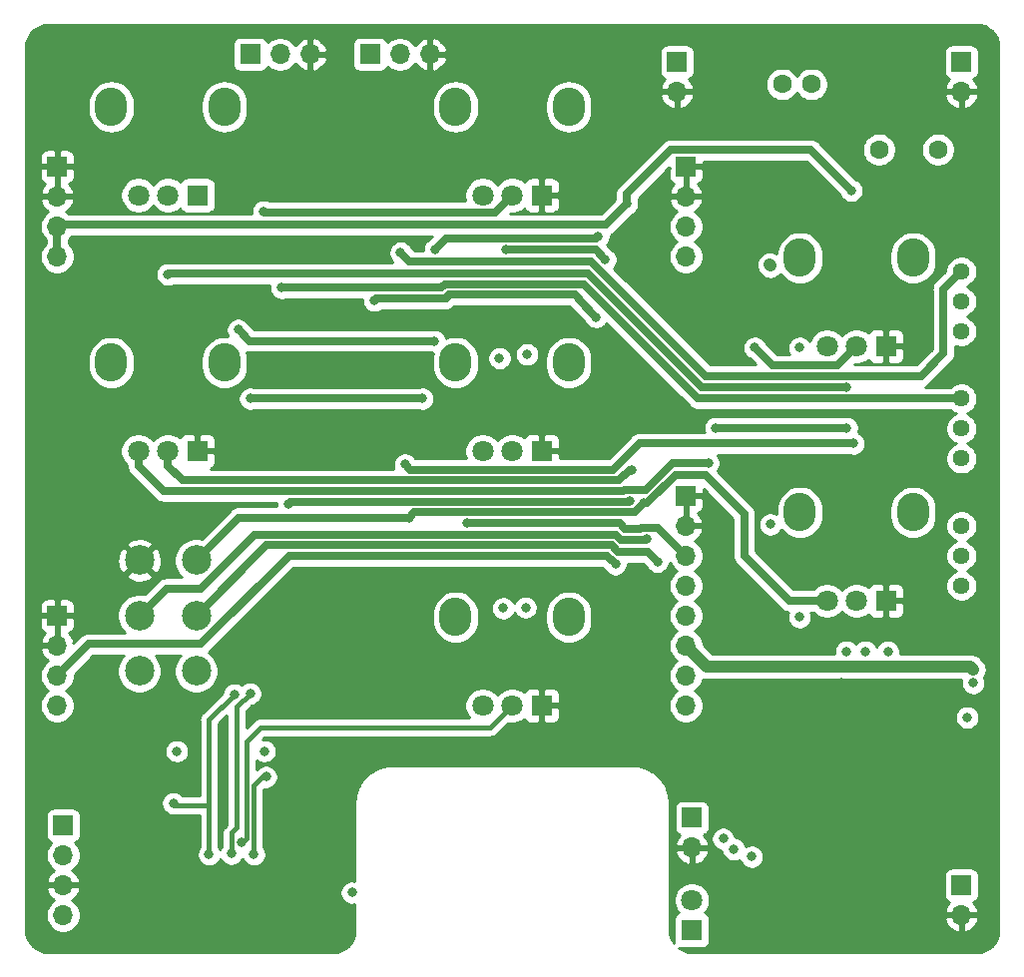
<source format=gbl>
G04 #@! TF.GenerationSoftware,KiCad,Pcbnew,5.1.10-88a1d61d58~88~ubuntu20.04.1*
G04 #@! TF.CreationDate,2021-06-29T09:02:15-04:00*
G04 #@! TF.ProjectId,whooshy_sound,77686f6f-7368-4795-9f73-6f756e642e6b,0*
G04 #@! TF.SameCoordinates,Original*
G04 #@! TF.FileFunction,Copper,L4,Bot*
G04 #@! TF.FilePolarity,Positive*
%FSLAX46Y46*%
G04 Gerber Fmt 4.6, Leading zero omitted, Abs format (unit mm)*
G04 Created by KiCad (PCBNEW 5.1.10-88a1d61d58~88~ubuntu20.04.1) date 2021-06-29 09:02:15*
%MOMM*%
%LPD*%
G01*
G04 APERTURE LIST*
G04 #@! TA.AperFunction,ComponentPad*
%ADD10C,1.800000*%
G04 #@! TD*
G04 #@! TA.AperFunction,ComponentPad*
%ADD11R,1.800000X1.800000*%
G04 #@! TD*
G04 #@! TA.AperFunction,ComponentPad*
%ADD12O,1.700000X1.700000*%
G04 #@! TD*
G04 #@! TA.AperFunction,ComponentPad*
%ADD13R,1.700000X1.700000*%
G04 #@! TD*
G04 #@! TA.AperFunction,ComponentPad*
%ADD14C,1.600000*%
G04 #@! TD*
G04 #@! TA.AperFunction,ComponentPad*
%ADD15C,2.500000*%
G04 #@! TD*
G04 #@! TA.AperFunction,ComponentPad*
%ADD16O,2.720000X3.240000*%
G04 #@! TD*
G04 #@! TA.AperFunction,ComponentPad*
%ADD17C,1.440000*%
G04 #@! TD*
G04 #@! TA.AperFunction,ViaPad*
%ADD18C,0.800000*%
G04 #@! TD*
G04 #@! TA.AperFunction,Conductor*
%ADD19C,1.000000*%
G04 #@! TD*
G04 #@! TA.AperFunction,Conductor*
%ADD20C,0.700000*%
G04 #@! TD*
G04 #@! TA.AperFunction,Conductor*
%ADD21C,0.400000*%
G04 #@! TD*
G04 #@! TA.AperFunction,Conductor*
%ADD22C,0.254000*%
G04 #@! TD*
G04 #@! TA.AperFunction,Conductor*
%ADD23C,0.100000*%
G04 #@! TD*
G04 APERTURE END LIST*
D10*
X184150000Y-146050000D03*
D11*
X184150000Y-148590000D03*
D12*
X184150000Y-141605000D03*
D13*
X184150000Y-139065000D03*
D14*
X194310000Y-76835000D03*
X191810000Y-76835000D03*
D12*
X130810000Y-147320000D03*
X130810000Y-144780000D03*
X130810000Y-142240000D03*
D13*
X130810000Y-139700000D03*
D15*
X137285000Y-126620000D03*
X137285000Y-121920000D03*
X137285000Y-117220000D03*
X142115000Y-126620000D03*
X142115000Y-121920000D03*
X142115000Y-117220000D03*
D16*
X173710000Y-122040000D03*
X164110000Y-122040000D03*
D10*
X166410000Y-129540000D03*
X168910000Y-129540000D03*
D11*
X171410000Y-129540000D03*
D16*
X173710000Y-100450000D03*
X164110000Y-100450000D03*
D10*
X166410000Y-107950000D03*
X168910000Y-107950000D03*
D11*
X171410000Y-107950000D03*
D16*
X173710000Y-78740000D03*
X164110000Y-78740000D03*
D10*
X166410000Y-86240000D03*
X168910000Y-86240000D03*
D11*
X171410000Y-86240000D03*
D16*
X144500000Y-100450000D03*
X134900000Y-100450000D03*
D10*
X137200000Y-107950000D03*
X139700000Y-107950000D03*
D11*
X142200000Y-107950000D03*
D17*
X207010000Y-119380000D03*
X207010000Y-116840000D03*
X207010000Y-114300000D03*
D16*
X144500000Y-78740000D03*
X134900000Y-78740000D03*
D10*
X137200000Y-86240000D03*
X139700000Y-86240000D03*
D11*
X142200000Y-86240000D03*
D16*
X202920000Y-91560000D03*
X193320000Y-91560000D03*
D10*
X195620000Y-99060000D03*
X198120000Y-99060000D03*
D11*
X200620000Y-99060000D03*
D17*
X207010000Y-97790000D03*
X207010000Y-95250000D03*
X207010000Y-92710000D03*
D16*
X202920000Y-113150000D03*
X193320000Y-113150000D03*
D10*
X195620000Y-120650000D03*
X198120000Y-120650000D03*
D11*
X200620000Y-120650000D03*
D17*
X207010000Y-108585000D03*
X207010000Y-106045000D03*
X207010000Y-103505000D03*
D12*
X183642000Y-129540000D03*
X183642000Y-127000000D03*
X183642000Y-124460000D03*
X183642000Y-121920000D03*
X183642000Y-119380000D03*
X183642000Y-116840000D03*
X183642000Y-114300000D03*
D13*
X183642000Y-111760000D03*
D12*
X130302000Y-129540000D03*
X130302000Y-127000000D03*
X130302000Y-124460000D03*
D13*
X130302000Y-121920000D03*
D12*
X183642000Y-91440000D03*
X183642000Y-88900000D03*
X183642000Y-86360000D03*
D13*
X183642000Y-83820000D03*
D12*
X130302000Y-91440000D03*
X130302000Y-88900000D03*
X130302000Y-86360000D03*
D13*
X130302000Y-83820000D03*
D12*
X207010000Y-147320000D03*
D13*
X207010000Y-144780000D03*
D12*
X151765000Y-74295000D03*
X149225000Y-74295000D03*
D13*
X146685000Y-74295000D03*
D12*
X161925000Y-74295000D03*
X159385000Y-74295000D03*
D13*
X156845000Y-74295000D03*
D12*
X182880000Y-77470000D03*
D13*
X182880000Y-74930000D03*
D12*
X207010000Y-77470000D03*
D13*
X207010000Y-74930000D03*
D14*
X205025000Y-82359500D03*
X200025000Y-82359500D03*
D18*
X144462500Y-136588500D03*
X144462500Y-139700000D03*
X208026000Y-122428000D03*
X191516000Y-136271000D03*
X203835000Y-124714000D03*
X202438000Y-129032000D03*
X154940000Y-147955000D03*
X153924000Y-141605000D03*
X153924000Y-138430000D03*
X135636000Y-136525000D03*
X135509000Y-133985000D03*
X135509000Y-131445000D03*
X153162000Y-127000000D03*
X153416000Y-129921000D03*
X146050000Y-149606000D03*
X137287000Y-149479000D03*
X150495000Y-149606000D03*
X188976000Y-130556000D03*
X171450000Y-123063000D03*
X162433000Y-123825000D03*
X178943000Y-122047000D03*
X187579000Y-88646000D03*
X198882000Y-88646000D03*
X198882000Y-111252000D03*
X188976000Y-109855000D03*
X175260000Y-98425000D03*
X168021000Y-103505000D03*
X191516000Y-133223000D03*
X196850000Y-129032000D03*
X196850000Y-127635000D03*
X196850000Y-130429000D03*
X202438000Y-130429000D03*
X202438000Y-131826000D03*
X192532000Y-140716000D03*
X193802000Y-147701000D03*
X191897000Y-147701000D03*
X192532000Y-142621000D03*
X152781000Y-123571000D03*
X156469000Y-122042000D03*
X195580000Y-149352000D03*
X177165000Y-133096000D03*
X155321000Y-145415000D03*
X147891500Y-133413500D03*
X140462000Y-133413500D03*
X189230000Y-142367000D03*
X187706000Y-141732000D03*
X186817000Y-140843000D03*
X168148000Y-121285000D03*
X190817502Y-114172998D03*
X190748977Y-92143523D03*
X167830500Y-100076000D03*
X197278000Y-124968000D03*
X198882000Y-124968000D03*
X200781000Y-124968000D03*
X193294000Y-99187000D03*
X193294000Y-122047000D03*
X170180000Y-99758500D03*
X170053000Y-121221500D03*
X208026000Y-126492000D03*
X208026000Y-127635000D03*
X207518000Y-130556000D03*
X180086000Y-112395000D03*
X160147000Y-113601508D03*
X197866000Y-107315000D03*
X159829500Y-109093000D03*
X165100000Y-114089966D03*
X189484000Y-99187000D03*
X177668000Y-117558032D03*
X139700000Y-92964002D03*
X197294500Y-102554990D03*
X147828000Y-87630000D03*
X143192500Y-142176500D03*
X145351500Y-128587500D03*
X140157200Y-137820400D03*
X145097500Y-142113000D03*
X146685000Y-128524000D03*
X145986500Y-141160500D03*
X178886446Y-112180660D03*
X149923500Y-112397490D03*
X162369500Y-90868500D03*
X176212500Y-89725500D03*
X176799999Y-91696490D03*
X168402000Y-90866010D03*
X176022000Y-96583500D03*
X157226000Y-95186500D03*
X161290000Y-103505000D03*
X146685000Y-103505000D03*
X178625500Y-86995000D03*
X197675500Y-85852000D03*
X149352000Y-94107000D03*
X159448504Y-91122500D03*
X179070000Y-109537500D03*
X162306000Y-98615500D03*
X145669000Y-97663000D03*
X186182000Y-105981500D03*
X197294500Y-105981500D03*
X180329001Y-115399018D03*
X181229000Y-117348000D03*
X185546992Y-108966000D03*
X147002500Y-142176500D03*
X148031200Y-135585200D03*
D19*
X190817502Y-92212048D02*
X190748977Y-92143523D01*
X185420000Y-126238000D02*
X183642000Y-124460000D01*
X207772000Y-126238000D02*
X185420000Y-126238000D01*
X208026000Y-126492000D02*
X207772000Y-126238000D01*
D20*
X182753000Y-109982000D02*
X180340000Y-112395000D01*
X185293000Y-109982000D02*
X182753000Y-109982000D01*
X188595000Y-116840000D02*
X188595000Y-113284000D01*
X192405000Y-120650000D02*
X188595000Y-116840000D01*
X188595000Y-113284000D02*
X185293000Y-109982000D01*
X180340000Y-112395000D02*
X180086000Y-112395000D01*
X195620000Y-120650000D02*
X192405000Y-120650000D01*
X160608542Y-113139966D02*
X160147000Y-113601508D01*
X142115000Y-117220000D02*
X145733492Y-113601508D01*
X179341034Y-113139966D02*
X160608542Y-113139966D01*
X180086000Y-112395000D02*
X179341034Y-113139966D01*
X145733492Y-113601508D02*
X160147000Y-113601508D01*
X179705000Y-107315000D02*
X197866000Y-107315000D01*
X160276422Y-109539922D02*
X177480078Y-109539922D01*
X159829500Y-109093000D02*
X160276422Y-109539922D01*
X177480078Y-109539922D02*
X179705000Y-107315000D01*
X179768017Y-114554000D02*
X178482389Y-114554000D01*
X165665685Y-114089966D02*
X165100000Y-114089966D01*
X178018355Y-114089966D02*
X165665685Y-114089966D01*
X181251017Y-114449017D02*
X179873000Y-114449017D01*
X183642000Y-116840000D02*
X181251017Y-114449017D01*
X178482389Y-114554000D02*
X178018355Y-114089966D01*
X179873000Y-114449017D02*
X179768017Y-114554000D01*
X198120000Y-99060000D02*
X196469000Y-100711000D01*
X196469000Y-100711000D02*
X191008000Y-100711000D01*
X191008000Y-100711000D02*
X189484000Y-99187000D01*
X130302000Y-127000000D02*
X132969000Y-124333000D01*
X149987000Y-116840000D02*
X176949968Y-116840000D01*
X132969000Y-124333000D02*
X142494000Y-124333000D01*
X142494000Y-124333000D02*
X149987000Y-116840000D01*
X176949968Y-116840000D02*
X177668000Y-117558032D01*
X184980797Y-102554990D02*
X197294500Y-102554990D01*
X175325775Y-92899968D02*
X184980797Y-102554990D01*
X139764034Y-92899968D02*
X175325775Y-92899968D01*
X139700000Y-92964002D02*
X139764034Y-92899968D01*
X147888001Y-87690001D02*
X147828000Y-87630000D01*
X167459999Y-87690001D02*
X147888001Y-87690001D01*
X168910000Y-86240000D02*
X167459999Y-87690001D01*
D21*
X143192500Y-130746500D02*
X145351500Y-128587500D01*
X140322300Y-137985500D02*
X140157200Y-137820400D01*
X143192500Y-137985500D02*
X140322300Y-137985500D01*
X143192500Y-142176500D02*
X143192500Y-137985500D01*
X143192500Y-137985500D02*
X143192500Y-130746500D01*
X145542000Y-139890500D02*
X145542000Y-129667000D01*
X145097500Y-142113000D02*
X145097500Y-140335000D01*
X145542000Y-129667000D02*
X146685000Y-128524000D01*
X145097500Y-140335000D02*
X145542000Y-139890500D01*
X167068500Y-131381500D02*
X168910000Y-129540000D01*
X147574000Y-131381500D02*
X167068500Y-131381500D01*
X146386499Y-132569001D02*
X147574000Y-131381500D01*
X146386499Y-140760501D02*
X146386499Y-132569001D01*
X145986500Y-141160500D02*
X146386499Y-140760501D01*
D20*
X178827151Y-112239955D02*
X150081035Y-112239955D01*
X150081035Y-112239955D02*
X149923500Y-112397490D01*
X178886446Y-112180660D02*
X178827151Y-112239955D01*
X176022000Y-89916000D02*
X176212500Y-89725500D01*
X163322000Y-89916000D02*
X176022000Y-89916000D01*
X162369500Y-90868500D02*
X163322000Y-89916000D01*
X176799999Y-91696490D02*
X175969519Y-90866010D01*
X175969519Y-90866010D02*
X168402000Y-90866010D01*
X157405490Y-95007010D02*
X157226000Y-95186500D01*
X163295156Y-95007010D02*
X157405490Y-95007010D01*
X163602176Y-94699990D02*
X163295156Y-95007010D01*
X174217824Y-94699990D02*
X163602176Y-94699990D01*
X174540010Y-95022176D02*
X174217824Y-94699990D01*
X176022000Y-96583500D02*
X174540010Y-95101510D01*
X174540010Y-95101510D02*
X174540010Y-95022176D01*
X161290000Y-103505000D02*
X146685000Y-103505000D01*
X130302000Y-91440000D02*
X130302000Y-88900000D01*
X176847500Y-88773000D02*
X178225501Y-87394999D01*
X178225501Y-87394999D02*
X178625500Y-86995000D01*
X130429000Y-88773000D02*
X176847500Y-88773000D01*
X130302000Y-88900000D02*
X130429000Y-88773000D01*
X178625500Y-86995000D02*
X178625500Y-86146498D01*
X178625500Y-86146498D02*
X182351999Y-82419999D01*
X182351999Y-82419999D02*
X194243499Y-82419999D01*
X194243499Y-82419999D02*
X197675500Y-85852000D01*
X184658000Y-103505000D02*
X207010000Y-103505000D01*
X163229380Y-93799979D02*
X174952979Y-93799979D01*
X162922359Y-94107000D02*
X163229380Y-93799979D01*
X174952979Y-93799979D02*
X184658000Y-103505000D01*
X149352000Y-94107000D02*
X162922359Y-94107000D01*
X205486000Y-99695000D02*
X203576012Y-101604988D01*
X203576012Y-101604988D02*
X196847819Y-101604988D01*
X196847819Y-101604988D02*
X196841796Y-101611011D01*
X205486000Y-94234000D02*
X205486000Y-99695000D01*
X196841796Y-101611011D02*
X185309624Y-101611011D01*
X185309624Y-101611011D02*
X175580614Y-91882001D01*
X175580614Y-91882001D02*
X160208005Y-91882001D01*
X207010000Y-92710000D02*
X205486000Y-94234000D01*
X159848503Y-91522499D02*
X159448504Y-91122500D01*
X160208005Y-91882001D02*
X159848503Y-91522499D01*
X178850795Y-109537500D02*
X177948362Y-110439933D01*
X140917141Y-110439933D02*
X139700000Y-109222792D01*
X179070000Y-109537500D02*
X178850795Y-109537500D01*
X139700000Y-109222792D02*
X139700000Y-107950000D01*
X177948362Y-110439933D02*
X140917141Y-110439933D01*
X146621500Y-98615500D02*
X145669000Y-97663000D01*
X162306000Y-98615500D02*
X146621500Y-98615500D01*
X186182000Y-105981500D02*
X197294500Y-105981500D01*
X180274008Y-115454011D02*
X180329001Y-115399018D01*
X178109593Y-115454011D02*
X180274008Y-115454011D01*
X147090828Y-115039978D02*
X177695560Y-115039978D01*
X139571000Y-119634000D02*
X142496806Y-119634000D01*
X142496806Y-119634000D02*
X147090828Y-115039978D01*
X137285000Y-121920000D02*
X139571000Y-119634000D01*
X177695560Y-115039978D02*
X178109593Y-115454011D01*
X142115000Y-121920000D02*
X148095011Y-115939989D01*
X148095011Y-115939989D02*
X177322764Y-115939989D01*
X180401010Y-116520010D02*
X181229000Y-117348000D01*
X177902785Y-116520010D02*
X180401010Y-116520010D01*
X177322764Y-115939989D02*
X177902785Y-116520010D01*
X137200000Y-109222792D02*
X139317152Y-111339944D01*
X182496193Y-108966000D02*
X185546992Y-108966000D01*
X180231535Y-111230658D02*
X182496193Y-108966000D01*
X178430444Y-111230658D02*
X180231535Y-111230658D01*
X178321158Y-111339944D02*
X178430444Y-111230658D01*
X139317152Y-111339944D02*
X178321158Y-111339944D01*
X137200000Y-107950000D02*
X137200000Y-109222792D01*
D21*
X147751800Y-135585200D02*
X148031200Y-135585200D01*
X147002500Y-136334500D02*
X147751800Y-135585200D01*
X147002500Y-142176500D02*
X147002500Y-136334500D01*
D22*
X208644545Y-71818909D02*
X208995208Y-71924780D01*
X209318625Y-72096744D01*
X209602484Y-72328254D01*
X209835965Y-72610486D01*
X210010183Y-72932695D01*
X210118502Y-73282614D01*
X210160000Y-73677443D01*
X210160001Y-132047581D01*
X210160000Y-148557721D01*
X210121091Y-148954545D01*
X210015220Y-149305206D01*
X209843257Y-149628623D01*
X209611748Y-149912482D01*
X209329514Y-150145965D01*
X209007304Y-150320184D01*
X208657385Y-150428502D01*
X208262557Y-150470000D01*
X184182279Y-150470000D01*
X183785455Y-150431091D01*
X183434794Y-150325220D01*
X183111377Y-150153257D01*
X183029900Y-150086807D01*
X183125518Y-150115812D01*
X183250000Y-150128072D01*
X185050000Y-150128072D01*
X185174482Y-150115812D01*
X185294180Y-150079502D01*
X185404494Y-150020537D01*
X185501185Y-149941185D01*
X185580537Y-149844494D01*
X185639502Y-149734180D01*
X185675812Y-149614482D01*
X185688072Y-149490000D01*
X185688072Y-147690000D01*
X185686781Y-147676890D01*
X205568524Y-147676890D01*
X205613175Y-147824099D01*
X205738359Y-148086920D01*
X205912412Y-148320269D01*
X206128645Y-148515178D01*
X206378748Y-148664157D01*
X206653109Y-148761481D01*
X206883000Y-148640814D01*
X206883000Y-147447000D01*
X207137000Y-147447000D01*
X207137000Y-148640814D01*
X207366891Y-148761481D01*
X207641252Y-148664157D01*
X207891355Y-148515178D01*
X208107588Y-148320269D01*
X208281641Y-148086920D01*
X208406825Y-147824099D01*
X208451476Y-147676890D01*
X208330155Y-147447000D01*
X207137000Y-147447000D01*
X206883000Y-147447000D01*
X205689845Y-147447000D01*
X205568524Y-147676890D01*
X185686781Y-147676890D01*
X185675812Y-147565518D01*
X185639502Y-147445820D01*
X185580537Y-147335506D01*
X185501185Y-147238815D01*
X185404494Y-147159463D01*
X185294180Y-147100498D01*
X185275873Y-147094944D01*
X185342312Y-147028505D01*
X185510299Y-146777095D01*
X185626011Y-146497743D01*
X185685000Y-146201184D01*
X185685000Y-145898816D01*
X185626011Y-145602257D01*
X185510299Y-145322905D01*
X185342312Y-145071495D01*
X185128505Y-144857688D01*
X184877095Y-144689701D01*
X184597743Y-144573989D01*
X184301184Y-144515000D01*
X183998816Y-144515000D01*
X183702257Y-144573989D01*
X183422905Y-144689701D01*
X183171495Y-144857688D01*
X182957688Y-145071495D01*
X182789701Y-145322905D01*
X182673989Y-145602257D01*
X182615000Y-145898816D01*
X182615000Y-146201184D01*
X182673989Y-146497743D01*
X182789701Y-146777095D01*
X182957688Y-147028505D01*
X183024127Y-147094944D01*
X183005820Y-147100498D01*
X182895506Y-147159463D01*
X182798815Y-147238815D01*
X182719463Y-147335506D01*
X182660498Y-147445820D01*
X182624188Y-147565518D01*
X182611928Y-147690000D01*
X182611928Y-149490000D01*
X182624188Y-149614482D01*
X182653637Y-149711561D01*
X182594035Y-149639514D01*
X182419816Y-149317304D01*
X182311498Y-148967385D01*
X182270000Y-148572557D01*
X182270000Y-143930000D01*
X205521928Y-143930000D01*
X205521928Y-145630000D01*
X205534188Y-145754482D01*
X205570498Y-145874180D01*
X205629463Y-145984494D01*
X205708815Y-146081185D01*
X205805506Y-146160537D01*
X205915820Y-146219502D01*
X205996466Y-146243966D01*
X205912412Y-146319731D01*
X205738359Y-146553080D01*
X205613175Y-146815901D01*
X205568524Y-146963110D01*
X205689845Y-147193000D01*
X206883000Y-147193000D01*
X206883000Y-147173000D01*
X207137000Y-147173000D01*
X207137000Y-147193000D01*
X208330155Y-147193000D01*
X208451476Y-146963110D01*
X208406825Y-146815901D01*
X208281641Y-146553080D01*
X208107588Y-146319731D01*
X208023534Y-146243966D01*
X208104180Y-146219502D01*
X208214494Y-146160537D01*
X208311185Y-146081185D01*
X208390537Y-145984494D01*
X208449502Y-145874180D01*
X208485812Y-145754482D01*
X208498072Y-145630000D01*
X208498072Y-143930000D01*
X208485812Y-143805518D01*
X208449502Y-143685820D01*
X208390537Y-143575506D01*
X208311185Y-143478815D01*
X208214494Y-143399463D01*
X208104180Y-143340498D01*
X207984482Y-143304188D01*
X207860000Y-143291928D01*
X206160000Y-143291928D01*
X206035518Y-143304188D01*
X205915820Y-143340498D01*
X205805506Y-143399463D01*
X205708815Y-143478815D01*
X205629463Y-143575506D01*
X205570498Y-143685820D01*
X205534188Y-143805518D01*
X205521928Y-143930000D01*
X182270000Y-143930000D01*
X182270000Y-141961890D01*
X182708524Y-141961890D01*
X182753175Y-142109099D01*
X182878359Y-142371920D01*
X183052412Y-142605269D01*
X183268645Y-142800178D01*
X183518748Y-142949157D01*
X183793109Y-143046481D01*
X184023000Y-142925814D01*
X184023000Y-141732000D01*
X184277000Y-141732000D01*
X184277000Y-142925814D01*
X184506891Y-143046481D01*
X184781252Y-142949157D01*
X185031355Y-142800178D01*
X185247588Y-142605269D01*
X185421641Y-142371920D01*
X185546825Y-142109099D01*
X185591476Y-141961890D01*
X185470155Y-141732000D01*
X184277000Y-141732000D01*
X184023000Y-141732000D01*
X182829845Y-141732000D01*
X182708524Y-141961890D01*
X182270000Y-141961890D01*
X182270000Y-138215000D01*
X182661928Y-138215000D01*
X182661928Y-139915000D01*
X182674188Y-140039482D01*
X182710498Y-140159180D01*
X182769463Y-140269494D01*
X182848815Y-140366185D01*
X182945506Y-140445537D01*
X183055820Y-140504502D01*
X183136466Y-140528966D01*
X183052412Y-140604731D01*
X182878359Y-140838080D01*
X182753175Y-141100901D01*
X182708524Y-141248110D01*
X182829845Y-141478000D01*
X184023000Y-141478000D01*
X184023000Y-141458000D01*
X184277000Y-141458000D01*
X184277000Y-141478000D01*
X185470155Y-141478000D01*
X185591476Y-141248110D01*
X185546825Y-141100901D01*
X185421641Y-140838080D01*
X185349276Y-140741061D01*
X185782000Y-140741061D01*
X185782000Y-140944939D01*
X185821774Y-141144898D01*
X185899795Y-141333256D01*
X186013063Y-141502774D01*
X186157226Y-141646937D01*
X186326744Y-141760205D01*
X186515102Y-141838226D01*
X186678310Y-141870690D01*
X186710774Y-142033898D01*
X186788795Y-142222256D01*
X186902063Y-142391774D01*
X187046226Y-142535937D01*
X187215744Y-142649205D01*
X187404102Y-142727226D01*
X187604061Y-142767000D01*
X187807939Y-142767000D01*
X188007898Y-142727226D01*
X188196256Y-142649205D01*
X188226798Y-142628798D01*
X188234774Y-142668898D01*
X188312795Y-142857256D01*
X188426063Y-143026774D01*
X188570226Y-143170937D01*
X188739744Y-143284205D01*
X188928102Y-143362226D01*
X189128061Y-143402000D01*
X189331939Y-143402000D01*
X189531898Y-143362226D01*
X189720256Y-143284205D01*
X189889774Y-143170937D01*
X190033937Y-143026774D01*
X190147205Y-142857256D01*
X190225226Y-142668898D01*
X190265000Y-142468939D01*
X190265000Y-142265061D01*
X190225226Y-142065102D01*
X190147205Y-141876744D01*
X190033937Y-141707226D01*
X189889774Y-141563063D01*
X189720256Y-141449795D01*
X189531898Y-141371774D01*
X189331939Y-141332000D01*
X189128061Y-141332000D01*
X188928102Y-141371774D01*
X188739744Y-141449795D01*
X188709202Y-141470202D01*
X188701226Y-141430102D01*
X188623205Y-141241744D01*
X188509937Y-141072226D01*
X188365774Y-140928063D01*
X188196256Y-140814795D01*
X188007898Y-140736774D01*
X187844690Y-140704310D01*
X187812226Y-140541102D01*
X187734205Y-140352744D01*
X187620937Y-140183226D01*
X187476774Y-140039063D01*
X187307256Y-139925795D01*
X187118898Y-139847774D01*
X186918939Y-139808000D01*
X186715061Y-139808000D01*
X186515102Y-139847774D01*
X186326744Y-139925795D01*
X186157226Y-140039063D01*
X186013063Y-140183226D01*
X185899795Y-140352744D01*
X185821774Y-140541102D01*
X185782000Y-140741061D01*
X185349276Y-140741061D01*
X185247588Y-140604731D01*
X185163534Y-140528966D01*
X185244180Y-140504502D01*
X185354494Y-140445537D01*
X185451185Y-140366185D01*
X185530537Y-140269494D01*
X185589502Y-140159180D01*
X185625812Y-140039482D01*
X185638072Y-139915000D01*
X185638072Y-138215000D01*
X185625812Y-138090518D01*
X185589502Y-137970820D01*
X185530537Y-137860506D01*
X185451185Y-137763815D01*
X185354494Y-137684463D01*
X185244180Y-137625498D01*
X185124482Y-137589188D01*
X185000000Y-137576928D01*
X183300000Y-137576928D01*
X183175518Y-137589188D01*
X183055820Y-137625498D01*
X182945506Y-137684463D01*
X182848815Y-137763815D01*
X182769463Y-137860506D01*
X182710498Y-137970820D01*
X182674188Y-138090518D01*
X182661928Y-138215000D01*
X182270000Y-138215000D01*
X182270000Y-137762581D01*
X182267112Y-137733254D01*
X182267222Y-137717451D01*
X182266322Y-137708280D01*
X182214505Y-137215273D01*
X182202490Y-137156742D01*
X182191269Y-137097917D01*
X182188605Y-137089095D01*
X182042016Y-136615542D01*
X182018847Y-136560427D01*
X181996427Y-136504934D01*
X181992100Y-136496798D01*
X181756323Y-136060738D01*
X181722890Y-136011171D01*
X181690119Y-135961092D01*
X181684294Y-135953951D01*
X181368310Y-135571991D01*
X181325874Y-135529850D01*
X181284011Y-135487101D01*
X181276911Y-135481227D01*
X180892754Y-135167917D01*
X180842946Y-135134824D01*
X180793572Y-135101017D01*
X180785466Y-135096634D01*
X180347770Y-134863908D01*
X180292488Y-134841122D01*
X180237483Y-134817547D01*
X180228680Y-134814822D01*
X179754116Y-134671543D01*
X179695428Y-134659923D01*
X179636925Y-134647487D01*
X179627760Y-134646524D01*
X179134405Y-134598150D01*
X179134402Y-134598150D01*
X179102419Y-134595000D01*
X158717581Y-134595000D01*
X158688254Y-134597888D01*
X158672451Y-134597778D01*
X158663280Y-134598678D01*
X158170273Y-134650495D01*
X158111742Y-134662510D01*
X158052917Y-134673731D01*
X158044095Y-134676395D01*
X157570542Y-134822984D01*
X157515427Y-134846153D01*
X157459934Y-134868573D01*
X157451798Y-134872900D01*
X157015738Y-135108677D01*
X156966171Y-135142110D01*
X156916092Y-135174881D01*
X156908951Y-135180706D01*
X156526991Y-135496690D01*
X156484850Y-135539126D01*
X156442101Y-135580989D01*
X156436227Y-135588089D01*
X156122917Y-135972246D01*
X156089824Y-136022054D01*
X156056017Y-136071428D01*
X156051634Y-136079534D01*
X155818908Y-136517230D01*
X155796122Y-136572512D01*
X155772547Y-136627517D01*
X155769822Y-136636320D01*
X155626543Y-137110884D01*
X155614923Y-137169572D01*
X155602487Y-137228075D01*
X155601524Y-137237240D01*
X155553150Y-137730595D01*
X155553150Y-137730608D01*
X155550001Y-137762581D01*
X155550000Y-144405274D01*
X155422939Y-144380000D01*
X155219061Y-144380000D01*
X155019102Y-144419774D01*
X154830744Y-144497795D01*
X154661226Y-144611063D01*
X154517063Y-144755226D01*
X154403795Y-144924744D01*
X154325774Y-145113102D01*
X154286000Y-145313061D01*
X154286000Y-145516939D01*
X154325774Y-145716898D01*
X154403795Y-145905256D01*
X154517063Y-146074774D01*
X154661226Y-146218937D01*
X154830744Y-146332205D01*
X155019102Y-146410226D01*
X155219061Y-146450000D01*
X155422939Y-146450000D01*
X155550000Y-146424726D01*
X155550000Y-148557721D01*
X155511091Y-148954545D01*
X155405220Y-149305206D01*
X155233257Y-149628623D01*
X155001748Y-149912482D01*
X154719514Y-150145965D01*
X154397304Y-150320184D01*
X154047385Y-150428502D01*
X153652557Y-150470000D01*
X129572279Y-150470000D01*
X129175455Y-150431091D01*
X128824794Y-150325220D01*
X128501377Y-150153257D01*
X128217518Y-149921748D01*
X127984035Y-149639514D01*
X127809816Y-149317304D01*
X127701498Y-148967385D01*
X127660000Y-148572557D01*
X127660000Y-147173740D01*
X129325000Y-147173740D01*
X129325000Y-147466260D01*
X129382068Y-147753158D01*
X129494010Y-148023411D01*
X129656525Y-148266632D01*
X129863368Y-148473475D01*
X130106589Y-148635990D01*
X130376842Y-148747932D01*
X130663740Y-148805000D01*
X130956260Y-148805000D01*
X131243158Y-148747932D01*
X131513411Y-148635990D01*
X131756632Y-148473475D01*
X131963475Y-148266632D01*
X132125990Y-148023411D01*
X132237932Y-147753158D01*
X132295000Y-147466260D01*
X132295000Y-147173740D01*
X132237932Y-146886842D01*
X132125990Y-146616589D01*
X131963475Y-146373368D01*
X131756632Y-146166525D01*
X131574466Y-146044805D01*
X131691355Y-145975178D01*
X131907588Y-145780269D01*
X132081641Y-145546920D01*
X132206825Y-145284099D01*
X132251476Y-145136890D01*
X132130155Y-144907000D01*
X130937000Y-144907000D01*
X130937000Y-144927000D01*
X130683000Y-144927000D01*
X130683000Y-144907000D01*
X129489845Y-144907000D01*
X129368524Y-145136890D01*
X129413175Y-145284099D01*
X129538359Y-145546920D01*
X129712412Y-145780269D01*
X129928645Y-145975178D01*
X130045534Y-146044805D01*
X129863368Y-146166525D01*
X129656525Y-146373368D01*
X129494010Y-146616589D01*
X129382068Y-146886842D01*
X129325000Y-147173740D01*
X127660000Y-147173740D01*
X127660000Y-138850000D01*
X129321928Y-138850000D01*
X129321928Y-140550000D01*
X129334188Y-140674482D01*
X129370498Y-140794180D01*
X129429463Y-140904494D01*
X129508815Y-141001185D01*
X129605506Y-141080537D01*
X129715820Y-141139502D01*
X129788380Y-141161513D01*
X129656525Y-141293368D01*
X129494010Y-141536589D01*
X129382068Y-141806842D01*
X129325000Y-142093740D01*
X129325000Y-142386260D01*
X129382068Y-142673158D01*
X129494010Y-142943411D01*
X129656525Y-143186632D01*
X129863368Y-143393475D01*
X130045534Y-143515195D01*
X129928645Y-143584822D01*
X129712412Y-143779731D01*
X129538359Y-144013080D01*
X129413175Y-144275901D01*
X129368524Y-144423110D01*
X129489845Y-144653000D01*
X130683000Y-144653000D01*
X130683000Y-144633000D01*
X130937000Y-144633000D01*
X130937000Y-144653000D01*
X132130155Y-144653000D01*
X132251476Y-144423110D01*
X132206825Y-144275901D01*
X132081641Y-144013080D01*
X131907588Y-143779731D01*
X131691355Y-143584822D01*
X131574466Y-143515195D01*
X131756632Y-143393475D01*
X131963475Y-143186632D01*
X132125990Y-142943411D01*
X132237932Y-142673158D01*
X132295000Y-142386260D01*
X132295000Y-142093740D01*
X132237932Y-141806842D01*
X132125990Y-141536589D01*
X131963475Y-141293368D01*
X131831620Y-141161513D01*
X131904180Y-141139502D01*
X132014494Y-141080537D01*
X132111185Y-141001185D01*
X132190537Y-140904494D01*
X132249502Y-140794180D01*
X132285812Y-140674482D01*
X132298072Y-140550000D01*
X132298072Y-138850000D01*
X132285812Y-138725518D01*
X132249502Y-138605820D01*
X132190537Y-138495506D01*
X132111185Y-138398815D01*
X132014494Y-138319463D01*
X131904180Y-138260498D01*
X131784482Y-138224188D01*
X131660000Y-138211928D01*
X129960000Y-138211928D01*
X129835518Y-138224188D01*
X129715820Y-138260498D01*
X129605506Y-138319463D01*
X129508815Y-138398815D01*
X129429463Y-138495506D01*
X129370498Y-138605820D01*
X129334188Y-138725518D01*
X129321928Y-138850000D01*
X127660000Y-138850000D01*
X127660000Y-137718461D01*
X139122200Y-137718461D01*
X139122200Y-137922339D01*
X139161974Y-138122298D01*
X139239995Y-138310656D01*
X139353263Y-138480174D01*
X139497426Y-138624337D01*
X139666944Y-138737605D01*
X139855302Y-138815626D01*
X140055261Y-138855400D01*
X140259139Y-138855400D01*
X140434595Y-138820500D01*
X142357501Y-138820500D01*
X142357500Y-141563215D01*
X142275295Y-141686244D01*
X142197274Y-141874602D01*
X142157500Y-142074561D01*
X142157500Y-142278439D01*
X142197274Y-142478398D01*
X142275295Y-142666756D01*
X142388563Y-142836274D01*
X142532726Y-142980437D01*
X142702244Y-143093705D01*
X142890602Y-143171726D01*
X143090561Y-143211500D01*
X143294439Y-143211500D01*
X143494398Y-143171726D01*
X143682756Y-143093705D01*
X143852274Y-142980437D01*
X143996437Y-142836274D01*
X144109705Y-142666756D01*
X144158151Y-142549797D01*
X144180295Y-142603256D01*
X144293563Y-142772774D01*
X144437726Y-142916937D01*
X144607244Y-143030205D01*
X144795602Y-143108226D01*
X144995561Y-143148000D01*
X145199439Y-143148000D01*
X145399398Y-143108226D01*
X145587756Y-143030205D01*
X145757274Y-142916937D01*
X145901437Y-142772774D01*
X146014705Y-142603256D01*
X146036849Y-142549797D01*
X146085295Y-142666756D01*
X146198563Y-142836274D01*
X146342726Y-142980437D01*
X146512244Y-143093705D01*
X146700602Y-143171726D01*
X146900561Y-143211500D01*
X147104439Y-143211500D01*
X147304398Y-143171726D01*
X147492756Y-143093705D01*
X147662274Y-142980437D01*
X147806437Y-142836274D01*
X147919705Y-142666756D01*
X147997726Y-142478398D01*
X148037500Y-142278439D01*
X148037500Y-142074561D01*
X147997726Y-141874602D01*
X147919705Y-141686244D01*
X147837500Y-141563215D01*
X147837500Y-136680367D01*
X147902909Y-136614958D01*
X147929261Y-136620200D01*
X148133139Y-136620200D01*
X148333098Y-136580426D01*
X148521456Y-136502405D01*
X148690974Y-136389137D01*
X148835137Y-136244974D01*
X148948405Y-136075456D01*
X149026426Y-135887098D01*
X149066200Y-135687139D01*
X149066200Y-135483261D01*
X149026426Y-135283302D01*
X148948405Y-135094944D01*
X148835137Y-134925426D01*
X148690974Y-134781263D01*
X148521456Y-134667995D01*
X148333098Y-134589974D01*
X148133139Y-134550200D01*
X147929261Y-134550200D01*
X147729302Y-134589974D01*
X147540944Y-134667995D01*
X147371426Y-134781263D01*
X147227263Y-134925426D01*
X147221499Y-134934052D01*
X147221499Y-134207210D01*
X147231726Y-134217437D01*
X147401244Y-134330705D01*
X147589602Y-134408726D01*
X147789561Y-134448500D01*
X147993439Y-134448500D01*
X148193398Y-134408726D01*
X148381756Y-134330705D01*
X148551274Y-134217437D01*
X148695437Y-134073274D01*
X148808705Y-133903756D01*
X148886726Y-133715398D01*
X148926500Y-133515439D01*
X148926500Y-133311561D01*
X148886726Y-133111602D01*
X148808705Y-132923244D01*
X148695437Y-132753726D01*
X148551274Y-132609563D01*
X148381756Y-132496295D01*
X148193398Y-132418274D01*
X147993439Y-132378500D01*
X147789561Y-132378500D01*
X147749998Y-132386369D01*
X147919868Y-132216500D01*
X167027482Y-132216500D01*
X167068500Y-132220540D01*
X167109518Y-132216500D01*
X167109519Y-132216500D01*
X167232189Y-132204418D01*
X167389587Y-132156672D01*
X167534646Y-132079136D01*
X167661791Y-131974791D01*
X167687946Y-131942921D01*
X168589539Y-131041329D01*
X168758816Y-131075000D01*
X169061184Y-131075000D01*
X169357743Y-131016011D01*
X169637095Y-130900299D01*
X169888505Y-130732312D01*
X169926120Y-130694697D01*
X169979463Y-130794494D01*
X170058815Y-130891185D01*
X170155506Y-130970537D01*
X170265820Y-131029502D01*
X170385518Y-131065812D01*
X170510000Y-131078072D01*
X171124250Y-131075000D01*
X171283000Y-130916250D01*
X171283000Y-129667000D01*
X171537000Y-129667000D01*
X171537000Y-130916250D01*
X171695750Y-131075000D01*
X172310000Y-131078072D01*
X172434482Y-131065812D01*
X172554180Y-131029502D01*
X172664494Y-130970537D01*
X172761185Y-130891185D01*
X172840537Y-130794494D01*
X172899502Y-130684180D01*
X172935812Y-130564482D01*
X172948072Y-130440000D01*
X172945000Y-129825750D01*
X172786250Y-129667000D01*
X171537000Y-129667000D01*
X171283000Y-129667000D01*
X171263000Y-129667000D01*
X171263000Y-129413000D01*
X171283000Y-129413000D01*
X171283000Y-128163750D01*
X171537000Y-128163750D01*
X171537000Y-129413000D01*
X172786250Y-129413000D01*
X172945000Y-129254250D01*
X172948072Y-128640000D01*
X172935812Y-128515518D01*
X172899502Y-128395820D01*
X172840537Y-128285506D01*
X172761185Y-128188815D01*
X172664494Y-128109463D01*
X172554180Y-128050498D01*
X172434482Y-128014188D01*
X172310000Y-128001928D01*
X171695750Y-128005000D01*
X171537000Y-128163750D01*
X171283000Y-128163750D01*
X171124250Y-128005000D01*
X170510000Y-128001928D01*
X170385518Y-128014188D01*
X170265820Y-128050498D01*
X170155506Y-128109463D01*
X170058815Y-128188815D01*
X169979463Y-128285506D01*
X169926120Y-128385303D01*
X169888505Y-128347688D01*
X169637095Y-128179701D01*
X169357743Y-128063989D01*
X169061184Y-128005000D01*
X168758816Y-128005000D01*
X168462257Y-128063989D01*
X168182905Y-128179701D01*
X167931495Y-128347688D01*
X167717688Y-128561495D01*
X167660000Y-128647831D01*
X167602312Y-128561495D01*
X167388505Y-128347688D01*
X167137095Y-128179701D01*
X166857743Y-128063989D01*
X166561184Y-128005000D01*
X166258816Y-128005000D01*
X165962257Y-128063989D01*
X165682905Y-128179701D01*
X165431495Y-128347688D01*
X165217688Y-128561495D01*
X165049701Y-128812905D01*
X164933989Y-129092257D01*
X164875000Y-129388816D01*
X164875000Y-129691184D01*
X164933989Y-129987743D01*
X165049701Y-130267095D01*
X165217688Y-130518505D01*
X165245683Y-130546500D01*
X147615018Y-130546500D01*
X147573999Y-130542460D01*
X147532981Y-130546500D01*
X147410311Y-130558582D01*
X147252913Y-130606328D01*
X147107854Y-130683864D01*
X146980709Y-130788209D01*
X146954561Y-130820071D01*
X146377000Y-131397633D01*
X146377000Y-130012867D01*
X146841775Y-129548093D01*
X146986898Y-129519226D01*
X147175256Y-129441205D01*
X147344774Y-129327937D01*
X147488937Y-129183774D01*
X147602205Y-129014256D01*
X147680226Y-128825898D01*
X147720000Y-128625939D01*
X147720000Y-128422061D01*
X147680226Y-128222102D01*
X147602205Y-128033744D01*
X147488937Y-127864226D01*
X147344774Y-127720063D01*
X147175256Y-127606795D01*
X146986898Y-127528774D01*
X146786939Y-127489000D01*
X146583061Y-127489000D01*
X146383102Y-127528774D01*
X146194744Y-127606795D01*
X146025226Y-127720063D01*
X145981572Y-127763717D01*
X145841756Y-127670295D01*
X145653398Y-127592274D01*
X145453439Y-127552500D01*
X145249561Y-127552500D01*
X145049602Y-127592274D01*
X144861244Y-127670295D01*
X144691726Y-127783563D01*
X144547563Y-127927726D01*
X144434295Y-128097244D01*
X144356274Y-128285602D01*
X144327408Y-128430725D01*
X142631074Y-130127059D01*
X142599210Y-130153209D01*
X142573062Y-130185071D01*
X142494864Y-130280355D01*
X142417328Y-130425414D01*
X142369582Y-130582812D01*
X142353460Y-130746500D01*
X142357501Y-130787528D01*
X142357500Y-137150500D01*
X140951011Y-137150500D01*
X140816974Y-137016463D01*
X140647456Y-136903195D01*
X140459098Y-136825174D01*
X140259139Y-136785400D01*
X140055261Y-136785400D01*
X139855302Y-136825174D01*
X139666944Y-136903195D01*
X139497426Y-137016463D01*
X139353263Y-137160626D01*
X139239995Y-137330144D01*
X139161974Y-137518502D01*
X139122200Y-137718461D01*
X127660000Y-137718461D01*
X127660000Y-133311561D01*
X139427000Y-133311561D01*
X139427000Y-133515439D01*
X139466774Y-133715398D01*
X139544795Y-133903756D01*
X139658063Y-134073274D01*
X139802226Y-134217437D01*
X139971744Y-134330705D01*
X140160102Y-134408726D01*
X140360061Y-134448500D01*
X140563939Y-134448500D01*
X140763898Y-134408726D01*
X140952256Y-134330705D01*
X141121774Y-134217437D01*
X141265937Y-134073274D01*
X141379205Y-133903756D01*
X141457226Y-133715398D01*
X141497000Y-133515439D01*
X141497000Y-133311561D01*
X141457226Y-133111602D01*
X141379205Y-132923244D01*
X141265937Y-132753726D01*
X141121774Y-132609563D01*
X140952256Y-132496295D01*
X140763898Y-132418274D01*
X140563939Y-132378500D01*
X140360061Y-132378500D01*
X140160102Y-132418274D01*
X139971744Y-132496295D01*
X139802226Y-132609563D01*
X139658063Y-132753726D01*
X139544795Y-132923244D01*
X139466774Y-133111602D01*
X139427000Y-133311561D01*
X127660000Y-133311561D01*
X127660000Y-126853740D01*
X128817000Y-126853740D01*
X128817000Y-127146260D01*
X128874068Y-127433158D01*
X128986010Y-127703411D01*
X129148525Y-127946632D01*
X129355368Y-128153475D01*
X129529760Y-128270000D01*
X129355368Y-128386525D01*
X129148525Y-128593368D01*
X128986010Y-128836589D01*
X128874068Y-129106842D01*
X128817000Y-129393740D01*
X128817000Y-129686260D01*
X128874068Y-129973158D01*
X128986010Y-130243411D01*
X129148525Y-130486632D01*
X129355368Y-130693475D01*
X129598589Y-130855990D01*
X129868842Y-130967932D01*
X130155740Y-131025000D01*
X130448260Y-131025000D01*
X130735158Y-130967932D01*
X131005411Y-130855990D01*
X131248632Y-130693475D01*
X131455475Y-130486632D01*
X131617990Y-130243411D01*
X131729932Y-129973158D01*
X131787000Y-129686260D01*
X131787000Y-129393740D01*
X131729932Y-129106842D01*
X131617990Y-128836589D01*
X131455475Y-128593368D01*
X131248632Y-128386525D01*
X131074240Y-128270000D01*
X131248632Y-128153475D01*
X131455475Y-127946632D01*
X131617990Y-127703411D01*
X131729932Y-127433158D01*
X131787000Y-127146260D01*
X131787000Y-126908000D01*
X133377001Y-125318000D01*
X135921207Y-125318000D01*
X135820825Y-125418382D01*
X135614534Y-125727118D01*
X135472439Y-126070166D01*
X135400000Y-126434344D01*
X135400000Y-126805656D01*
X135472439Y-127169834D01*
X135614534Y-127512882D01*
X135820825Y-127821618D01*
X136083382Y-128084175D01*
X136392118Y-128290466D01*
X136735166Y-128432561D01*
X137099344Y-128505000D01*
X137470656Y-128505000D01*
X137834834Y-128432561D01*
X138177882Y-128290466D01*
X138486618Y-128084175D01*
X138749175Y-127821618D01*
X138955466Y-127512882D01*
X139097561Y-127169834D01*
X139170000Y-126805656D01*
X139170000Y-126434344D01*
X139097561Y-126070166D01*
X138955466Y-125727118D01*
X138749175Y-125418382D01*
X138648793Y-125318000D01*
X140751207Y-125318000D01*
X140650825Y-125418382D01*
X140444534Y-125727118D01*
X140302439Y-126070166D01*
X140230000Y-126434344D01*
X140230000Y-126805656D01*
X140302439Y-127169834D01*
X140444534Y-127512882D01*
X140650825Y-127821618D01*
X140913382Y-128084175D01*
X141222118Y-128290466D01*
X141565166Y-128432561D01*
X141929344Y-128505000D01*
X142300656Y-128505000D01*
X142664834Y-128432561D01*
X143007882Y-128290466D01*
X143316618Y-128084175D01*
X143579175Y-127821618D01*
X143785466Y-127512882D01*
X143927561Y-127169834D01*
X144000000Y-126805656D01*
X144000000Y-126434344D01*
X143927561Y-126070166D01*
X143785466Y-125727118D01*
X143579175Y-125418382D01*
X143316618Y-125155825D01*
X143166374Y-125055435D01*
X143193870Y-125032870D01*
X143224716Y-124995284D01*
X146537997Y-121682003D01*
X162115000Y-121682003D01*
X162115000Y-122397998D01*
X162143867Y-122691088D01*
X162257943Y-123067147D01*
X162443193Y-123413725D01*
X162692498Y-123717503D01*
X162996276Y-123966807D01*
X163342854Y-124152057D01*
X163718913Y-124266133D01*
X164110000Y-124304652D01*
X164501088Y-124266133D01*
X164877147Y-124152057D01*
X165223725Y-123966807D01*
X165527503Y-123717503D01*
X165776807Y-123413725D01*
X165962057Y-123067147D01*
X166076133Y-122691087D01*
X166105000Y-122397997D01*
X166105000Y-121682002D01*
X166076133Y-121388912D01*
X166013689Y-121183061D01*
X167113000Y-121183061D01*
X167113000Y-121386939D01*
X167152774Y-121586898D01*
X167230795Y-121775256D01*
X167344063Y-121944774D01*
X167488226Y-122088937D01*
X167657744Y-122202205D01*
X167846102Y-122280226D01*
X168046061Y-122320000D01*
X168249939Y-122320000D01*
X168449898Y-122280226D01*
X168638256Y-122202205D01*
X168807774Y-122088937D01*
X168951937Y-121944774D01*
X169065205Y-121775256D01*
X169113651Y-121658297D01*
X169135795Y-121711756D01*
X169249063Y-121881274D01*
X169393226Y-122025437D01*
X169562744Y-122138705D01*
X169751102Y-122216726D01*
X169951061Y-122256500D01*
X170154939Y-122256500D01*
X170354898Y-122216726D01*
X170543256Y-122138705D01*
X170712774Y-122025437D01*
X170856937Y-121881274D01*
X170970205Y-121711756D01*
X170982529Y-121682003D01*
X171715000Y-121682003D01*
X171715000Y-122397998D01*
X171743867Y-122691088D01*
X171857943Y-123067147D01*
X172043193Y-123413725D01*
X172292498Y-123717503D01*
X172596276Y-123966807D01*
X172942854Y-124152057D01*
X173318913Y-124266133D01*
X173710000Y-124304652D01*
X174101088Y-124266133D01*
X174477147Y-124152057D01*
X174823725Y-123966807D01*
X175127503Y-123717503D01*
X175376807Y-123413725D01*
X175562057Y-123067147D01*
X175676133Y-122691087D01*
X175705000Y-122397997D01*
X175705000Y-121682002D01*
X175676133Y-121388912D01*
X175562057Y-121012853D01*
X175376807Y-120666275D01*
X175127503Y-120362497D01*
X174823725Y-120113193D01*
X174477146Y-119927943D01*
X174101087Y-119813867D01*
X173710000Y-119775348D01*
X173318912Y-119813867D01*
X172942853Y-119927943D01*
X172596275Y-120113193D01*
X172292497Y-120362497D01*
X172043193Y-120666275D01*
X171857943Y-121012854D01*
X171743867Y-121388913D01*
X171715000Y-121682003D01*
X170982529Y-121682003D01*
X171048226Y-121523398D01*
X171088000Y-121323439D01*
X171088000Y-121119561D01*
X171048226Y-120919602D01*
X170970205Y-120731244D01*
X170856937Y-120561726D01*
X170712774Y-120417563D01*
X170543256Y-120304295D01*
X170354898Y-120226274D01*
X170154939Y-120186500D01*
X169951061Y-120186500D01*
X169751102Y-120226274D01*
X169562744Y-120304295D01*
X169393226Y-120417563D01*
X169249063Y-120561726D01*
X169135795Y-120731244D01*
X169087349Y-120848203D01*
X169065205Y-120794744D01*
X168951937Y-120625226D01*
X168807774Y-120481063D01*
X168638256Y-120367795D01*
X168449898Y-120289774D01*
X168249939Y-120250000D01*
X168046061Y-120250000D01*
X167846102Y-120289774D01*
X167657744Y-120367795D01*
X167488226Y-120481063D01*
X167344063Y-120625226D01*
X167230795Y-120794744D01*
X167152774Y-120983102D01*
X167113000Y-121183061D01*
X166013689Y-121183061D01*
X165962057Y-121012853D01*
X165776807Y-120666275D01*
X165527503Y-120362497D01*
X165223725Y-120113193D01*
X164877146Y-119927943D01*
X164501087Y-119813867D01*
X164110000Y-119775348D01*
X163718912Y-119813867D01*
X163342853Y-119927943D01*
X162996275Y-120113193D01*
X162692497Y-120362497D01*
X162443193Y-120666275D01*
X162257943Y-121012854D01*
X162143867Y-121388913D01*
X162115000Y-121682003D01*
X146537997Y-121682003D01*
X150395000Y-117825000D01*
X176541968Y-117825000D01*
X176740570Y-118023603D01*
X176750795Y-118048288D01*
X176864063Y-118217806D01*
X177008226Y-118361969D01*
X177177744Y-118475237D01*
X177366102Y-118553258D01*
X177566061Y-118593032D01*
X177769939Y-118593032D01*
X177969898Y-118553258D01*
X178158256Y-118475237D01*
X178327774Y-118361969D01*
X178471937Y-118217806D01*
X178585205Y-118048288D01*
X178663226Y-117859930D01*
X178703000Y-117659971D01*
X178703000Y-117505010D01*
X179993010Y-117505010D01*
X180301570Y-117813571D01*
X180311795Y-117838256D01*
X180425063Y-118007774D01*
X180569226Y-118151937D01*
X180738744Y-118265205D01*
X180927102Y-118343226D01*
X181127061Y-118383000D01*
X181330939Y-118383000D01*
X181530898Y-118343226D01*
X181719256Y-118265205D01*
X181888774Y-118151937D01*
X182032937Y-118007774D01*
X182146205Y-117838256D01*
X182224226Y-117649898D01*
X182264000Y-117449939D01*
X182264000Y-117393705D01*
X182326010Y-117543411D01*
X182488525Y-117786632D01*
X182695368Y-117993475D01*
X182869760Y-118110000D01*
X182695368Y-118226525D01*
X182488525Y-118433368D01*
X182326010Y-118676589D01*
X182214068Y-118946842D01*
X182157000Y-119233740D01*
X182157000Y-119526260D01*
X182214068Y-119813158D01*
X182326010Y-120083411D01*
X182488525Y-120326632D01*
X182695368Y-120533475D01*
X182869760Y-120650000D01*
X182695368Y-120766525D01*
X182488525Y-120973368D01*
X182326010Y-121216589D01*
X182214068Y-121486842D01*
X182157000Y-121773740D01*
X182157000Y-122066260D01*
X182214068Y-122353158D01*
X182326010Y-122623411D01*
X182488525Y-122866632D01*
X182695368Y-123073475D01*
X182869760Y-123190000D01*
X182695368Y-123306525D01*
X182488525Y-123513368D01*
X182326010Y-123756589D01*
X182214068Y-124026842D01*
X182157000Y-124313740D01*
X182157000Y-124606260D01*
X182214068Y-124893158D01*
X182326010Y-125163411D01*
X182488525Y-125406632D01*
X182695368Y-125613475D01*
X182869760Y-125730000D01*
X182695368Y-125846525D01*
X182488525Y-126053368D01*
X182326010Y-126296589D01*
X182214068Y-126566842D01*
X182157000Y-126853740D01*
X182157000Y-127146260D01*
X182214068Y-127433158D01*
X182326010Y-127703411D01*
X182488525Y-127946632D01*
X182695368Y-128153475D01*
X182869760Y-128270000D01*
X182695368Y-128386525D01*
X182488525Y-128593368D01*
X182326010Y-128836589D01*
X182214068Y-129106842D01*
X182157000Y-129393740D01*
X182157000Y-129686260D01*
X182214068Y-129973158D01*
X182326010Y-130243411D01*
X182488525Y-130486632D01*
X182695368Y-130693475D01*
X182938589Y-130855990D01*
X183208842Y-130967932D01*
X183495740Y-131025000D01*
X183788260Y-131025000D01*
X184075158Y-130967932D01*
X184345411Y-130855990D01*
X184588632Y-130693475D01*
X184795475Y-130486632D01*
X184817238Y-130454061D01*
X206483000Y-130454061D01*
X206483000Y-130657939D01*
X206522774Y-130857898D01*
X206600795Y-131046256D01*
X206714063Y-131215774D01*
X206858226Y-131359937D01*
X207027744Y-131473205D01*
X207216102Y-131551226D01*
X207416061Y-131591000D01*
X207619939Y-131591000D01*
X207819898Y-131551226D01*
X208008256Y-131473205D01*
X208177774Y-131359937D01*
X208321937Y-131215774D01*
X208435205Y-131046256D01*
X208513226Y-130857898D01*
X208553000Y-130657939D01*
X208553000Y-130454061D01*
X208513226Y-130254102D01*
X208435205Y-130065744D01*
X208321937Y-129896226D01*
X208177774Y-129752063D01*
X208008256Y-129638795D01*
X207819898Y-129560774D01*
X207619939Y-129521000D01*
X207416061Y-129521000D01*
X207216102Y-129560774D01*
X207027744Y-129638795D01*
X206858226Y-129752063D01*
X206714063Y-129896226D01*
X206600795Y-130065744D01*
X206522774Y-130254102D01*
X206483000Y-130454061D01*
X184817238Y-130454061D01*
X184957990Y-130243411D01*
X185069932Y-129973158D01*
X185127000Y-129686260D01*
X185127000Y-129393740D01*
X185069932Y-129106842D01*
X184957990Y-128836589D01*
X184795475Y-128593368D01*
X184588632Y-128386525D01*
X184414240Y-128270000D01*
X184588632Y-128153475D01*
X184795475Y-127946632D01*
X184957990Y-127703411D01*
X185069932Y-127433158D01*
X185091558Y-127324439D01*
X185197501Y-127356577D01*
X185420000Y-127378491D01*
X185475752Y-127373000D01*
X207022838Y-127373000D01*
X206991000Y-127533061D01*
X206991000Y-127736939D01*
X207030774Y-127936898D01*
X207108795Y-128125256D01*
X207222063Y-128294774D01*
X207366226Y-128438937D01*
X207535744Y-128552205D01*
X207724102Y-128630226D01*
X207924061Y-128670000D01*
X208127939Y-128670000D01*
X208327898Y-128630226D01*
X208516256Y-128552205D01*
X208685774Y-128438937D01*
X208829937Y-128294774D01*
X208943205Y-128125256D01*
X209021226Y-127936898D01*
X209061000Y-127736939D01*
X209061000Y-127533061D01*
X209021226Y-127333102D01*
X208948366Y-127157202D01*
X208974283Y-127125622D01*
X209079675Y-126928446D01*
X209144576Y-126714498D01*
X209166490Y-126491999D01*
X209144576Y-126269500D01*
X209079675Y-126055554D01*
X208974283Y-125858377D01*
X208867988Y-125728857D01*
X208613996Y-125474865D01*
X208578449Y-125431551D01*
X208405623Y-125289716D01*
X208208447Y-125184324D01*
X207994499Y-125119423D01*
X207827752Y-125103000D01*
X207827751Y-125103000D01*
X207772000Y-125097509D01*
X207716249Y-125103000D01*
X201809424Y-125103000D01*
X201816000Y-125069939D01*
X201816000Y-124866061D01*
X201776226Y-124666102D01*
X201698205Y-124477744D01*
X201584937Y-124308226D01*
X201440774Y-124164063D01*
X201271256Y-124050795D01*
X201082898Y-123972774D01*
X200882939Y-123933000D01*
X200679061Y-123933000D01*
X200479102Y-123972774D01*
X200290744Y-124050795D01*
X200121226Y-124164063D01*
X199977063Y-124308226D01*
X199863795Y-124477744D01*
X199831500Y-124555710D01*
X199799205Y-124477744D01*
X199685937Y-124308226D01*
X199541774Y-124164063D01*
X199372256Y-124050795D01*
X199183898Y-123972774D01*
X198983939Y-123933000D01*
X198780061Y-123933000D01*
X198580102Y-123972774D01*
X198391744Y-124050795D01*
X198222226Y-124164063D01*
X198080000Y-124306289D01*
X197937774Y-124164063D01*
X197768256Y-124050795D01*
X197579898Y-123972774D01*
X197379939Y-123933000D01*
X197176061Y-123933000D01*
X196976102Y-123972774D01*
X196787744Y-124050795D01*
X196618226Y-124164063D01*
X196474063Y-124308226D01*
X196360795Y-124477744D01*
X196282774Y-124666102D01*
X196243000Y-124866061D01*
X196243000Y-125069939D01*
X196249576Y-125103000D01*
X185890133Y-125103000D01*
X185127000Y-124339868D01*
X185127000Y-124313740D01*
X185069932Y-124026842D01*
X184957990Y-123756589D01*
X184795475Y-123513368D01*
X184588632Y-123306525D01*
X184414240Y-123190000D01*
X184588632Y-123073475D01*
X184795475Y-122866632D01*
X184957990Y-122623411D01*
X185069932Y-122353158D01*
X185127000Y-122066260D01*
X185127000Y-121773740D01*
X185069932Y-121486842D01*
X184957990Y-121216589D01*
X184795475Y-120973368D01*
X184588632Y-120766525D01*
X184414240Y-120650000D01*
X184588632Y-120533475D01*
X184795475Y-120326632D01*
X184957990Y-120083411D01*
X185069932Y-119813158D01*
X185127000Y-119526260D01*
X185127000Y-119233740D01*
X185069932Y-118946842D01*
X184957990Y-118676589D01*
X184795475Y-118433368D01*
X184588632Y-118226525D01*
X184414240Y-118110000D01*
X184588632Y-117993475D01*
X184795475Y-117786632D01*
X184957990Y-117543411D01*
X185069932Y-117273158D01*
X185127000Y-116986260D01*
X185127000Y-116693740D01*
X185069932Y-116406842D01*
X184957990Y-116136589D01*
X184795475Y-115893368D01*
X184588632Y-115686525D01*
X184406466Y-115564805D01*
X184523355Y-115495178D01*
X184739588Y-115300269D01*
X184913641Y-115066920D01*
X185038825Y-114804099D01*
X185083476Y-114656890D01*
X184962155Y-114427000D01*
X183769000Y-114427000D01*
X183769000Y-114447000D01*
X183515000Y-114447000D01*
X183515000Y-114427000D01*
X183495000Y-114427000D01*
X183495000Y-114173000D01*
X183515000Y-114173000D01*
X183515000Y-111887000D01*
X183769000Y-111887000D01*
X183769000Y-114173000D01*
X184962155Y-114173000D01*
X185083476Y-113943110D01*
X185038825Y-113795901D01*
X184913641Y-113533080D01*
X184739588Y-113299731D01*
X184655534Y-113223966D01*
X184736180Y-113199502D01*
X184846494Y-113140537D01*
X184943185Y-113061185D01*
X185022537Y-112964494D01*
X185081502Y-112854180D01*
X185117812Y-112734482D01*
X185130072Y-112610000D01*
X185127000Y-112045750D01*
X184968250Y-111887000D01*
X183769000Y-111887000D01*
X183515000Y-111887000D01*
X183495000Y-111887000D01*
X183495000Y-111633000D01*
X183515000Y-111633000D01*
X183515000Y-111613000D01*
X183769000Y-111613000D01*
X183769000Y-111633000D01*
X184968250Y-111633000D01*
X185127000Y-111474250D01*
X185128436Y-111210436D01*
X187610001Y-113692001D01*
X187610000Y-116791620D01*
X187605235Y-116840000D01*
X187610000Y-116888379D01*
X187624253Y-117033093D01*
X187680576Y-117218766D01*
X187772040Y-117389884D01*
X187895130Y-117539870D01*
X187932716Y-117570716D01*
X191674289Y-121312290D01*
X191705130Y-121349870D01*
X191742709Y-121380710D01*
X191855116Y-121472960D01*
X192026233Y-121564424D01*
X192211906Y-121620747D01*
X192344860Y-121633842D01*
X192298774Y-121745102D01*
X192259000Y-121945061D01*
X192259000Y-122148939D01*
X192298774Y-122348898D01*
X192376795Y-122537256D01*
X192490063Y-122706774D01*
X192634226Y-122850937D01*
X192803744Y-122964205D01*
X192992102Y-123042226D01*
X193192061Y-123082000D01*
X193395939Y-123082000D01*
X193595898Y-123042226D01*
X193784256Y-122964205D01*
X193953774Y-122850937D01*
X194097937Y-122706774D01*
X194211205Y-122537256D01*
X194289226Y-122348898D01*
X194329000Y-122148939D01*
X194329000Y-121945061D01*
X194289226Y-121745102D01*
X194243620Y-121635000D01*
X194434183Y-121635000D01*
X194641495Y-121842312D01*
X194892905Y-122010299D01*
X195172257Y-122126011D01*
X195468816Y-122185000D01*
X195771184Y-122185000D01*
X196067743Y-122126011D01*
X196347095Y-122010299D01*
X196598505Y-121842312D01*
X196812312Y-121628505D01*
X196870000Y-121542169D01*
X196927688Y-121628505D01*
X197141495Y-121842312D01*
X197392905Y-122010299D01*
X197672257Y-122126011D01*
X197968816Y-122185000D01*
X198271184Y-122185000D01*
X198567743Y-122126011D01*
X198847095Y-122010299D01*
X199098505Y-121842312D01*
X199136120Y-121804697D01*
X199189463Y-121904494D01*
X199268815Y-122001185D01*
X199365506Y-122080537D01*
X199475820Y-122139502D01*
X199595518Y-122175812D01*
X199720000Y-122188072D01*
X200334250Y-122185000D01*
X200493000Y-122026250D01*
X200493000Y-120777000D01*
X200747000Y-120777000D01*
X200747000Y-122026250D01*
X200905750Y-122185000D01*
X201520000Y-122188072D01*
X201644482Y-122175812D01*
X201764180Y-122139502D01*
X201874494Y-122080537D01*
X201971185Y-122001185D01*
X202050537Y-121904494D01*
X202109502Y-121794180D01*
X202145812Y-121674482D01*
X202158072Y-121550000D01*
X202155000Y-120935750D01*
X201996250Y-120777000D01*
X200747000Y-120777000D01*
X200493000Y-120777000D01*
X200473000Y-120777000D01*
X200473000Y-120523000D01*
X200493000Y-120523000D01*
X200493000Y-119273750D01*
X200747000Y-119273750D01*
X200747000Y-120523000D01*
X201996250Y-120523000D01*
X202155000Y-120364250D01*
X202158072Y-119750000D01*
X202145812Y-119625518D01*
X202109502Y-119505820D01*
X202050537Y-119395506D01*
X201971185Y-119298815D01*
X201874494Y-119219463D01*
X201764180Y-119160498D01*
X201644482Y-119124188D01*
X201520000Y-119111928D01*
X200905750Y-119115000D01*
X200747000Y-119273750D01*
X200493000Y-119273750D01*
X200334250Y-119115000D01*
X199720000Y-119111928D01*
X199595518Y-119124188D01*
X199475820Y-119160498D01*
X199365506Y-119219463D01*
X199268815Y-119298815D01*
X199189463Y-119395506D01*
X199136120Y-119495303D01*
X199098505Y-119457688D01*
X198847095Y-119289701D01*
X198567743Y-119173989D01*
X198271184Y-119115000D01*
X197968816Y-119115000D01*
X197672257Y-119173989D01*
X197392905Y-119289701D01*
X197141495Y-119457688D01*
X196927688Y-119671495D01*
X196870000Y-119757831D01*
X196812312Y-119671495D01*
X196598505Y-119457688D01*
X196347095Y-119289701D01*
X196067743Y-119173989D01*
X195771184Y-119115000D01*
X195468816Y-119115000D01*
X195172257Y-119173989D01*
X194892905Y-119289701D01*
X194641495Y-119457688D01*
X194434183Y-119665000D01*
X192813001Y-119665000D01*
X189580000Y-116432000D01*
X189580000Y-114071059D01*
X189782502Y-114071059D01*
X189782502Y-114274937D01*
X189822276Y-114474896D01*
X189900297Y-114663254D01*
X190013565Y-114832772D01*
X190157728Y-114976935D01*
X190327246Y-115090203D01*
X190515604Y-115168224D01*
X190715563Y-115207998D01*
X190919441Y-115207998D01*
X191119400Y-115168224D01*
X191307758Y-115090203D01*
X191477276Y-114976935D01*
X191621439Y-114832772D01*
X191734707Y-114663254D01*
X191745774Y-114636535D01*
X191902498Y-114827503D01*
X192206276Y-115076807D01*
X192552854Y-115262057D01*
X192928913Y-115376133D01*
X193320000Y-115414652D01*
X193711088Y-115376133D01*
X194087147Y-115262057D01*
X194433725Y-115076807D01*
X194737503Y-114827503D01*
X194986807Y-114523725D01*
X195172057Y-114177147D01*
X195286133Y-113801087D01*
X195315000Y-113507997D01*
X195315000Y-112792003D01*
X200925000Y-112792003D01*
X200925000Y-113507998D01*
X200953867Y-113801088D01*
X201067943Y-114177147D01*
X201253193Y-114523725D01*
X201502498Y-114827503D01*
X201806276Y-115076807D01*
X202152854Y-115262057D01*
X202528913Y-115376133D01*
X202920000Y-115414652D01*
X203311088Y-115376133D01*
X203687147Y-115262057D01*
X204033725Y-115076807D01*
X204337503Y-114827503D01*
X204586807Y-114523725D01*
X204772057Y-114177147D01*
X204775273Y-114166544D01*
X205655000Y-114166544D01*
X205655000Y-114433456D01*
X205707072Y-114695239D01*
X205809215Y-114941833D01*
X205957503Y-115163762D01*
X206146238Y-115352497D01*
X206368167Y-115500785D01*
X206535266Y-115570000D01*
X206368167Y-115639215D01*
X206146238Y-115787503D01*
X205957503Y-115976238D01*
X205809215Y-116198167D01*
X205707072Y-116444761D01*
X205655000Y-116706544D01*
X205655000Y-116973456D01*
X205707072Y-117235239D01*
X205809215Y-117481833D01*
X205957503Y-117703762D01*
X206146238Y-117892497D01*
X206368167Y-118040785D01*
X206535266Y-118110000D01*
X206368167Y-118179215D01*
X206146238Y-118327503D01*
X205957503Y-118516238D01*
X205809215Y-118738167D01*
X205707072Y-118984761D01*
X205655000Y-119246544D01*
X205655000Y-119513456D01*
X205707072Y-119775239D01*
X205809215Y-120021833D01*
X205957503Y-120243762D01*
X206146238Y-120432497D01*
X206368167Y-120580785D01*
X206614761Y-120682928D01*
X206876544Y-120735000D01*
X207143456Y-120735000D01*
X207405239Y-120682928D01*
X207651833Y-120580785D01*
X207873762Y-120432497D01*
X208062497Y-120243762D01*
X208210785Y-120021833D01*
X208312928Y-119775239D01*
X208365000Y-119513456D01*
X208365000Y-119246544D01*
X208312928Y-118984761D01*
X208210785Y-118738167D01*
X208062497Y-118516238D01*
X207873762Y-118327503D01*
X207651833Y-118179215D01*
X207484734Y-118110000D01*
X207651833Y-118040785D01*
X207873762Y-117892497D01*
X208062497Y-117703762D01*
X208210785Y-117481833D01*
X208312928Y-117235239D01*
X208365000Y-116973456D01*
X208365000Y-116706544D01*
X208312928Y-116444761D01*
X208210785Y-116198167D01*
X208062497Y-115976238D01*
X207873762Y-115787503D01*
X207651833Y-115639215D01*
X207484734Y-115570000D01*
X207651833Y-115500785D01*
X207873762Y-115352497D01*
X208062497Y-115163762D01*
X208210785Y-114941833D01*
X208312928Y-114695239D01*
X208365000Y-114433456D01*
X208365000Y-114166544D01*
X208312928Y-113904761D01*
X208210785Y-113658167D01*
X208062497Y-113436238D01*
X207873762Y-113247503D01*
X207651833Y-113099215D01*
X207405239Y-112997072D01*
X207143456Y-112945000D01*
X206876544Y-112945000D01*
X206614761Y-112997072D01*
X206368167Y-113099215D01*
X206146238Y-113247503D01*
X205957503Y-113436238D01*
X205809215Y-113658167D01*
X205707072Y-113904761D01*
X205655000Y-114166544D01*
X204775273Y-114166544D01*
X204886133Y-113801087D01*
X204915000Y-113507997D01*
X204915000Y-112792002D01*
X204886133Y-112498912D01*
X204772057Y-112122853D01*
X204586807Y-111776275D01*
X204337503Y-111472497D01*
X204033725Y-111223193D01*
X203687146Y-111037943D01*
X203311087Y-110923867D01*
X202920000Y-110885348D01*
X202528912Y-110923867D01*
X202152853Y-111037943D01*
X201806275Y-111223193D01*
X201502497Y-111472497D01*
X201253193Y-111776275D01*
X201067943Y-112122854D01*
X200953867Y-112498913D01*
X200925000Y-112792003D01*
X195315000Y-112792003D01*
X195315000Y-112792002D01*
X195286133Y-112498912D01*
X195172057Y-112122853D01*
X194986807Y-111776275D01*
X194737503Y-111472497D01*
X194433725Y-111223193D01*
X194087146Y-111037943D01*
X193711087Y-110923867D01*
X193320000Y-110885348D01*
X192928912Y-110923867D01*
X192552853Y-111037943D01*
X192206275Y-111223193D01*
X191902497Y-111472497D01*
X191653193Y-111776275D01*
X191467943Y-112122854D01*
X191353867Y-112498913D01*
X191325000Y-112792003D01*
X191325000Y-113267314D01*
X191307758Y-113255793D01*
X191119400Y-113177772D01*
X190919441Y-113137998D01*
X190715563Y-113137998D01*
X190515604Y-113177772D01*
X190327246Y-113255793D01*
X190157728Y-113369061D01*
X190013565Y-113513224D01*
X189900297Y-113682742D01*
X189822276Y-113871100D01*
X189782502Y-114071059D01*
X189580000Y-114071059D01*
X189580000Y-113332379D01*
X189584765Y-113283999D01*
X189565747Y-113090905D01*
X189537283Y-112997072D01*
X189509424Y-112905233D01*
X189417960Y-112734116D01*
X189294870Y-112584130D01*
X189257284Y-112553284D01*
X186340352Y-109636352D01*
X186350929Y-109625774D01*
X186464197Y-109456256D01*
X186542218Y-109267898D01*
X186581992Y-109067939D01*
X186581992Y-108864061D01*
X186542218Y-108664102D01*
X186464197Y-108475744D01*
X186350929Y-108306226D01*
X186344703Y-108300000D01*
X197539414Y-108300000D01*
X197564102Y-108310226D01*
X197764061Y-108350000D01*
X197967939Y-108350000D01*
X198167898Y-108310226D01*
X198356256Y-108232205D01*
X198525774Y-108118937D01*
X198669937Y-107974774D01*
X198783205Y-107805256D01*
X198861226Y-107616898D01*
X198901000Y-107416939D01*
X198901000Y-107213061D01*
X198861226Y-107013102D01*
X198783205Y-106824744D01*
X198669937Y-106655226D01*
X198525774Y-106511063D01*
X198356256Y-106397795D01*
X198259024Y-106357520D01*
X198289726Y-106283398D01*
X198329500Y-106083439D01*
X198329500Y-105879561D01*
X198289726Y-105679602D01*
X198211705Y-105491244D01*
X198098437Y-105321726D01*
X197954274Y-105177563D01*
X197784756Y-105064295D01*
X197596398Y-104986274D01*
X197396439Y-104946500D01*
X197192561Y-104946500D01*
X196992602Y-104986274D01*
X196967914Y-104996500D01*
X186508586Y-104996500D01*
X186483898Y-104986274D01*
X186283939Y-104946500D01*
X186080061Y-104946500D01*
X185880102Y-104986274D01*
X185691744Y-105064295D01*
X185522226Y-105177563D01*
X185378063Y-105321726D01*
X185264795Y-105491244D01*
X185186774Y-105679602D01*
X185147000Y-105879561D01*
X185147000Y-106083439D01*
X185186774Y-106283398D01*
X185206077Y-106330000D01*
X179753380Y-106330000D01*
X179705000Y-106325235D01*
X179656620Y-106330000D01*
X179511906Y-106344253D01*
X179326233Y-106400576D01*
X179155116Y-106492040D01*
X179005130Y-106615130D01*
X178974289Y-106652710D01*
X177072078Y-108554922D01*
X172946596Y-108554922D01*
X172945000Y-108235750D01*
X172786250Y-108077000D01*
X171537000Y-108077000D01*
X171537000Y-108097000D01*
X171283000Y-108097000D01*
X171283000Y-108077000D01*
X171263000Y-108077000D01*
X171263000Y-107823000D01*
X171283000Y-107823000D01*
X171283000Y-106573750D01*
X171537000Y-106573750D01*
X171537000Y-107823000D01*
X172786250Y-107823000D01*
X172945000Y-107664250D01*
X172948072Y-107050000D01*
X172935812Y-106925518D01*
X172899502Y-106805820D01*
X172840537Y-106695506D01*
X172761185Y-106598815D01*
X172664494Y-106519463D01*
X172554180Y-106460498D01*
X172434482Y-106424188D01*
X172310000Y-106411928D01*
X171695750Y-106415000D01*
X171537000Y-106573750D01*
X171283000Y-106573750D01*
X171124250Y-106415000D01*
X170510000Y-106411928D01*
X170385518Y-106424188D01*
X170265820Y-106460498D01*
X170155506Y-106519463D01*
X170058815Y-106598815D01*
X169979463Y-106695506D01*
X169926120Y-106795303D01*
X169888505Y-106757688D01*
X169637095Y-106589701D01*
X169357743Y-106473989D01*
X169061184Y-106415000D01*
X168758816Y-106415000D01*
X168462257Y-106473989D01*
X168182905Y-106589701D01*
X167931495Y-106757688D01*
X167717688Y-106971495D01*
X167660000Y-107057831D01*
X167602312Y-106971495D01*
X167388505Y-106757688D01*
X167137095Y-106589701D01*
X166857743Y-106473989D01*
X166561184Y-106415000D01*
X166258816Y-106415000D01*
X165962257Y-106473989D01*
X165682905Y-106589701D01*
X165431495Y-106757688D01*
X165217688Y-106971495D01*
X165049701Y-107222905D01*
X164933989Y-107502257D01*
X164875000Y-107798816D01*
X164875000Y-108101184D01*
X164933989Y-108397743D01*
X164999095Y-108554922D01*
X160714751Y-108554922D01*
X160633437Y-108433226D01*
X160489274Y-108289063D01*
X160319756Y-108175795D01*
X160131398Y-108097774D01*
X159931439Y-108058000D01*
X159727561Y-108058000D01*
X159527602Y-108097774D01*
X159339244Y-108175795D01*
X159169726Y-108289063D01*
X159025563Y-108433226D01*
X158912295Y-108602744D01*
X158834274Y-108791102D01*
X158794500Y-108991061D01*
X158794500Y-109194939D01*
X158834274Y-109394898D01*
X158859141Y-109454933D01*
X143293311Y-109454933D01*
X143344180Y-109439502D01*
X143454494Y-109380537D01*
X143551185Y-109301185D01*
X143630537Y-109204494D01*
X143689502Y-109094180D01*
X143725812Y-108974482D01*
X143738072Y-108850000D01*
X143735000Y-108235750D01*
X143576250Y-108077000D01*
X142327000Y-108077000D01*
X142327000Y-108097000D01*
X142073000Y-108097000D01*
X142073000Y-108077000D01*
X142053000Y-108077000D01*
X142053000Y-107823000D01*
X142073000Y-107823000D01*
X142073000Y-106573750D01*
X142327000Y-106573750D01*
X142327000Y-107823000D01*
X143576250Y-107823000D01*
X143735000Y-107664250D01*
X143738072Y-107050000D01*
X143725812Y-106925518D01*
X143689502Y-106805820D01*
X143630537Y-106695506D01*
X143551185Y-106598815D01*
X143454494Y-106519463D01*
X143344180Y-106460498D01*
X143224482Y-106424188D01*
X143100000Y-106411928D01*
X142485750Y-106415000D01*
X142327000Y-106573750D01*
X142073000Y-106573750D01*
X141914250Y-106415000D01*
X141300000Y-106411928D01*
X141175518Y-106424188D01*
X141055820Y-106460498D01*
X140945506Y-106519463D01*
X140848815Y-106598815D01*
X140769463Y-106695506D01*
X140716120Y-106795303D01*
X140678505Y-106757688D01*
X140427095Y-106589701D01*
X140147743Y-106473989D01*
X139851184Y-106415000D01*
X139548816Y-106415000D01*
X139252257Y-106473989D01*
X138972905Y-106589701D01*
X138721495Y-106757688D01*
X138507688Y-106971495D01*
X138450000Y-107057831D01*
X138392312Y-106971495D01*
X138178505Y-106757688D01*
X137927095Y-106589701D01*
X137647743Y-106473989D01*
X137351184Y-106415000D01*
X137048816Y-106415000D01*
X136752257Y-106473989D01*
X136472905Y-106589701D01*
X136221495Y-106757688D01*
X136007688Y-106971495D01*
X135839701Y-107222905D01*
X135723989Y-107502257D01*
X135665000Y-107798816D01*
X135665000Y-108101184D01*
X135723989Y-108397743D01*
X135839701Y-108677095D01*
X136007688Y-108928505D01*
X136215001Y-109135818D01*
X136215001Y-109174403D01*
X136210235Y-109222792D01*
X136229253Y-109415885D01*
X136285576Y-109601558D01*
X136304786Y-109637497D01*
X136377041Y-109772676D01*
X136500131Y-109922662D01*
X136537711Y-109953503D01*
X138586436Y-112002228D01*
X138617282Y-112039814D01*
X138767268Y-112162904D01*
X138911420Y-112239955D01*
X138938385Y-112254368D01*
X139124058Y-112310691D01*
X139317151Y-112329709D01*
X139365531Y-112324944D01*
X148888500Y-112324944D01*
X148888500Y-112499429D01*
X148911788Y-112616508D01*
X145781869Y-112616508D01*
X145733491Y-112611743D01*
X145685113Y-112616508D01*
X145685112Y-112616508D01*
X145540398Y-112630761D01*
X145354725Y-112687084D01*
X145183608Y-112778548D01*
X145033622Y-112901638D01*
X145002776Y-112939224D01*
X142556175Y-115385825D01*
X142300656Y-115335000D01*
X141929344Y-115335000D01*
X141565166Y-115407439D01*
X141222118Y-115549534D01*
X140913382Y-115755825D01*
X140650825Y-116018382D01*
X140444534Y-116327118D01*
X140302439Y-116670166D01*
X140230000Y-117034344D01*
X140230000Y-117405656D01*
X140302439Y-117769834D01*
X140444534Y-118112882D01*
X140650825Y-118421618D01*
X140878207Y-118649000D01*
X139619379Y-118649000D01*
X139570999Y-118644235D01*
X139377905Y-118663253D01*
X139334691Y-118676362D01*
X139192233Y-118719576D01*
X139021116Y-118811040D01*
X138871130Y-118934130D01*
X138840284Y-118971716D01*
X137726175Y-120085825D01*
X137470656Y-120035000D01*
X137099344Y-120035000D01*
X136735166Y-120107439D01*
X136392118Y-120249534D01*
X136083382Y-120455825D01*
X135820825Y-120718382D01*
X135614534Y-121027118D01*
X135472439Y-121370166D01*
X135400000Y-121734344D01*
X135400000Y-122105656D01*
X135472439Y-122469834D01*
X135614534Y-122812882D01*
X135820825Y-123121618D01*
X136047207Y-123348000D01*
X133017380Y-123348000D01*
X132969000Y-123343235D01*
X132920620Y-123348000D01*
X132775906Y-123362253D01*
X132590233Y-123418576D01*
X132419116Y-123510040D01*
X132269130Y-123633130D01*
X132238289Y-123670710D01*
X131673732Y-124235267D01*
X131743476Y-124103110D01*
X131698825Y-123955901D01*
X131573641Y-123693080D01*
X131399588Y-123459731D01*
X131315534Y-123383966D01*
X131396180Y-123359502D01*
X131506494Y-123300537D01*
X131603185Y-123221185D01*
X131682537Y-123124494D01*
X131741502Y-123014180D01*
X131777812Y-122894482D01*
X131790072Y-122770000D01*
X131787000Y-122205750D01*
X131628250Y-122047000D01*
X130429000Y-122047000D01*
X130429000Y-124333000D01*
X130449000Y-124333000D01*
X130449000Y-124587000D01*
X130429000Y-124587000D01*
X130429000Y-124607000D01*
X130175000Y-124607000D01*
X130175000Y-124587000D01*
X128981845Y-124587000D01*
X128860524Y-124816890D01*
X128905175Y-124964099D01*
X129030359Y-125226920D01*
X129204412Y-125460269D01*
X129420645Y-125655178D01*
X129537534Y-125724805D01*
X129355368Y-125846525D01*
X129148525Y-126053368D01*
X128986010Y-126296589D01*
X128874068Y-126566842D01*
X128817000Y-126853740D01*
X127660000Y-126853740D01*
X127660000Y-122770000D01*
X128813928Y-122770000D01*
X128826188Y-122894482D01*
X128862498Y-123014180D01*
X128921463Y-123124494D01*
X129000815Y-123221185D01*
X129097506Y-123300537D01*
X129207820Y-123359502D01*
X129288466Y-123383966D01*
X129204412Y-123459731D01*
X129030359Y-123693080D01*
X128905175Y-123955901D01*
X128860524Y-124103110D01*
X128981845Y-124333000D01*
X130175000Y-124333000D01*
X130175000Y-122047000D01*
X128975750Y-122047000D01*
X128817000Y-122205750D01*
X128813928Y-122770000D01*
X127660000Y-122770000D01*
X127660000Y-121070000D01*
X128813928Y-121070000D01*
X128817000Y-121634250D01*
X128975750Y-121793000D01*
X130175000Y-121793000D01*
X130175000Y-120593750D01*
X130429000Y-120593750D01*
X130429000Y-121793000D01*
X131628250Y-121793000D01*
X131787000Y-121634250D01*
X131790072Y-121070000D01*
X131777812Y-120945518D01*
X131741502Y-120825820D01*
X131682537Y-120715506D01*
X131603185Y-120618815D01*
X131506494Y-120539463D01*
X131396180Y-120480498D01*
X131276482Y-120444188D01*
X131152000Y-120431928D01*
X130587750Y-120435000D01*
X130429000Y-120593750D01*
X130175000Y-120593750D01*
X130016250Y-120435000D01*
X129452000Y-120431928D01*
X129327518Y-120444188D01*
X129207820Y-120480498D01*
X129097506Y-120539463D01*
X129000815Y-120618815D01*
X128921463Y-120715506D01*
X128862498Y-120825820D01*
X128826188Y-120945518D01*
X128813928Y-121070000D01*
X127660000Y-121070000D01*
X127660000Y-118533605D01*
X136151000Y-118533605D01*
X136276914Y-118823577D01*
X136609126Y-118989433D01*
X136967312Y-119087290D01*
X137337706Y-119113389D01*
X137706075Y-119066725D01*
X138058262Y-118949094D01*
X138293086Y-118823577D01*
X138419000Y-118533605D01*
X137285000Y-117399605D01*
X136151000Y-118533605D01*
X127660000Y-118533605D01*
X127660000Y-117272706D01*
X135391611Y-117272706D01*
X135438275Y-117641075D01*
X135555906Y-117993262D01*
X135681423Y-118228086D01*
X135971395Y-118354000D01*
X137105395Y-117220000D01*
X137464605Y-117220000D01*
X138598605Y-118354000D01*
X138888577Y-118228086D01*
X139054433Y-117895874D01*
X139152290Y-117537688D01*
X139178389Y-117167294D01*
X139131725Y-116798925D01*
X139014094Y-116446738D01*
X138888577Y-116211914D01*
X138598605Y-116086000D01*
X137464605Y-117220000D01*
X137105395Y-117220000D01*
X135971395Y-116086000D01*
X135681423Y-116211914D01*
X135515567Y-116544126D01*
X135417710Y-116902312D01*
X135391611Y-117272706D01*
X127660000Y-117272706D01*
X127660000Y-115906395D01*
X136151000Y-115906395D01*
X137285000Y-117040395D01*
X138419000Y-115906395D01*
X138293086Y-115616423D01*
X137960874Y-115450567D01*
X137602688Y-115352710D01*
X137232294Y-115326611D01*
X136863925Y-115373275D01*
X136511738Y-115490906D01*
X136276914Y-115616423D01*
X136151000Y-115906395D01*
X127660000Y-115906395D01*
X127660000Y-103403061D01*
X145650000Y-103403061D01*
X145650000Y-103606939D01*
X145689774Y-103806898D01*
X145767795Y-103995256D01*
X145881063Y-104164774D01*
X146025226Y-104308937D01*
X146194744Y-104422205D01*
X146383102Y-104500226D01*
X146583061Y-104540000D01*
X146786939Y-104540000D01*
X146986898Y-104500226D01*
X147011586Y-104490000D01*
X160963414Y-104490000D01*
X160988102Y-104500226D01*
X161188061Y-104540000D01*
X161391939Y-104540000D01*
X161591898Y-104500226D01*
X161780256Y-104422205D01*
X161949774Y-104308937D01*
X162093937Y-104164774D01*
X162207205Y-103995256D01*
X162285226Y-103806898D01*
X162325000Y-103606939D01*
X162325000Y-103403061D01*
X162285226Y-103203102D01*
X162207205Y-103014744D01*
X162093937Y-102845226D01*
X161949774Y-102701063D01*
X161780256Y-102587795D01*
X161591898Y-102509774D01*
X161391939Y-102470000D01*
X161188061Y-102470000D01*
X160988102Y-102509774D01*
X160963414Y-102520000D01*
X147011586Y-102520000D01*
X146986898Y-102509774D01*
X146786939Y-102470000D01*
X146583061Y-102470000D01*
X146383102Y-102509774D01*
X146194744Y-102587795D01*
X146025226Y-102701063D01*
X145881063Y-102845226D01*
X145767795Y-103014744D01*
X145689774Y-103203102D01*
X145650000Y-103403061D01*
X127660000Y-103403061D01*
X127660000Y-100092003D01*
X132905000Y-100092003D01*
X132905000Y-100807998D01*
X132933867Y-101101088D01*
X133047943Y-101477147D01*
X133233193Y-101823725D01*
X133482498Y-102127503D01*
X133786276Y-102376807D01*
X134132854Y-102562057D01*
X134508913Y-102676133D01*
X134900000Y-102714652D01*
X135291088Y-102676133D01*
X135667147Y-102562057D01*
X136013725Y-102376807D01*
X136317503Y-102127503D01*
X136566807Y-101823725D01*
X136752057Y-101477147D01*
X136866133Y-101101087D01*
X136895000Y-100807997D01*
X136895000Y-100092003D01*
X142505000Y-100092003D01*
X142505000Y-100807998D01*
X142533867Y-101101088D01*
X142647943Y-101477147D01*
X142833193Y-101823725D01*
X143082498Y-102127503D01*
X143386276Y-102376807D01*
X143732854Y-102562057D01*
X144108913Y-102676133D01*
X144500000Y-102714652D01*
X144891088Y-102676133D01*
X145267147Y-102562057D01*
X145613725Y-102376807D01*
X145917503Y-102127503D01*
X146166807Y-101823725D01*
X146352057Y-101477147D01*
X146466133Y-101101087D01*
X146495000Y-100807997D01*
X146495000Y-100092002D01*
X146466133Y-99798912D01*
X146398908Y-99577299D01*
X146428405Y-99586247D01*
X146621499Y-99605265D01*
X146669879Y-99600500D01*
X161979414Y-99600500D01*
X162004102Y-99610726D01*
X162189751Y-99647654D01*
X162143867Y-99798913D01*
X162115000Y-100092003D01*
X162115000Y-100807998D01*
X162143867Y-101101088D01*
X162257943Y-101477147D01*
X162443193Y-101823725D01*
X162692498Y-102127503D01*
X162996276Y-102376807D01*
X163342854Y-102562057D01*
X163718913Y-102676133D01*
X164110000Y-102714652D01*
X164501088Y-102676133D01*
X164877147Y-102562057D01*
X165223725Y-102376807D01*
X165527503Y-102127503D01*
X165776807Y-101823725D01*
X165962057Y-101477147D01*
X166076133Y-101101087D01*
X166105000Y-100807997D01*
X166105000Y-100092002D01*
X166093384Y-99974061D01*
X166795500Y-99974061D01*
X166795500Y-100177939D01*
X166835274Y-100377898D01*
X166913295Y-100566256D01*
X167026563Y-100735774D01*
X167170726Y-100879937D01*
X167340244Y-100993205D01*
X167528602Y-101071226D01*
X167728561Y-101111000D01*
X167932439Y-101111000D01*
X168132398Y-101071226D01*
X168320756Y-100993205D01*
X168490274Y-100879937D01*
X168634437Y-100735774D01*
X168747705Y-100566256D01*
X168825726Y-100377898D01*
X168865500Y-100177939D01*
X168865500Y-99974061D01*
X168825726Y-99774102D01*
X168777039Y-99656561D01*
X169145000Y-99656561D01*
X169145000Y-99860439D01*
X169184774Y-100060398D01*
X169262795Y-100248756D01*
X169376063Y-100418274D01*
X169520226Y-100562437D01*
X169689744Y-100675705D01*
X169878102Y-100753726D01*
X170078061Y-100793500D01*
X170281939Y-100793500D01*
X170481898Y-100753726D01*
X170670256Y-100675705D01*
X170839774Y-100562437D01*
X170983937Y-100418274D01*
X171097205Y-100248756D01*
X171162134Y-100092003D01*
X171715000Y-100092003D01*
X171715000Y-100807998D01*
X171743867Y-101101088D01*
X171857943Y-101477147D01*
X172043193Y-101823725D01*
X172292498Y-102127503D01*
X172596276Y-102376807D01*
X172942854Y-102562057D01*
X173318913Y-102676133D01*
X173710000Y-102714652D01*
X174101088Y-102676133D01*
X174477147Y-102562057D01*
X174823725Y-102376807D01*
X175127503Y-102127503D01*
X175376807Y-101823725D01*
X175562057Y-101477147D01*
X175676133Y-101101087D01*
X175705000Y-100807997D01*
X175705000Y-100092002D01*
X175676133Y-99798912D01*
X175562057Y-99422853D01*
X175376807Y-99076275D01*
X175127503Y-98772497D01*
X174823725Y-98523193D01*
X174477146Y-98337943D01*
X174101087Y-98223867D01*
X173710000Y-98185348D01*
X173318912Y-98223867D01*
X172942853Y-98337943D01*
X172596275Y-98523193D01*
X172292497Y-98772497D01*
X172043193Y-99076275D01*
X171857943Y-99422854D01*
X171743867Y-99798913D01*
X171715000Y-100092003D01*
X171162134Y-100092003D01*
X171175226Y-100060398D01*
X171215000Y-99860439D01*
X171215000Y-99656561D01*
X171175226Y-99456602D01*
X171097205Y-99268244D01*
X170983937Y-99098726D01*
X170839774Y-98954563D01*
X170670256Y-98841295D01*
X170481898Y-98763274D01*
X170281939Y-98723500D01*
X170078061Y-98723500D01*
X169878102Y-98763274D01*
X169689744Y-98841295D01*
X169520226Y-98954563D01*
X169376063Y-99098726D01*
X169262795Y-99268244D01*
X169184774Y-99456602D01*
X169145000Y-99656561D01*
X168777039Y-99656561D01*
X168747705Y-99585744D01*
X168634437Y-99416226D01*
X168490274Y-99272063D01*
X168320756Y-99158795D01*
X168132398Y-99080774D01*
X167932439Y-99041000D01*
X167728561Y-99041000D01*
X167528602Y-99080774D01*
X167340244Y-99158795D01*
X167170726Y-99272063D01*
X167026563Y-99416226D01*
X166913295Y-99585744D01*
X166835274Y-99774102D01*
X166795500Y-99974061D01*
X166093384Y-99974061D01*
X166076133Y-99798912D01*
X165962057Y-99422853D01*
X165776807Y-99076275D01*
X165527503Y-98772497D01*
X165223725Y-98523193D01*
X164877146Y-98337943D01*
X164501087Y-98223867D01*
X164110000Y-98185348D01*
X163718912Y-98223867D01*
X163342853Y-98337943D01*
X163309603Y-98355716D01*
X163301226Y-98313602D01*
X163223205Y-98125244D01*
X163109937Y-97955726D01*
X162965774Y-97811563D01*
X162796256Y-97698295D01*
X162607898Y-97620274D01*
X162407939Y-97580500D01*
X162204061Y-97580500D01*
X162004102Y-97620274D01*
X161979414Y-97630500D01*
X147029500Y-97630500D01*
X146596431Y-97197431D01*
X146586205Y-97172744D01*
X146472937Y-97003226D01*
X146328774Y-96859063D01*
X146159256Y-96745795D01*
X145970898Y-96667774D01*
X145770939Y-96628000D01*
X145567061Y-96628000D01*
X145367102Y-96667774D01*
X145178744Y-96745795D01*
X145009226Y-96859063D01*
X144865063Y-97003226D01*
X144751795Y-97172744D01*
X144673774Y-97361102D01*
X144634000Y-97561061D01*
X144634000Y-97764939D01*
X144673774Y-97964898D01*
X144751795Y-98153256D01*
X144792487Y-98214156D01*
X144500000Y-98185348D01*
X144108912Y-98223867D01*
X143732853Y-98337943D01*
X143386275Y-98523193D01*
X143082497Y-98772497D01*
X142833193Y-99076275D01*
X142647943Y-99422854D01*
X142533867Y-99798913D01*
X142505000Y-100092003D01*
X136895000Y-100092003D01*
X136895000Y-100092002D01*
X136866133Y-99798912D01*
X136752057Y-99422853D01*
X136566807Y-99076275D01*
X136317503Y-98772497D01*
X136013725Y-98523193D01*
X135667146Y-98337943D01*
X135291087Y-98223867D01*
X134900000Y-98185348D01*
X134508912Y-98223867D01*
X134132853Y-98337943D01*
X133786275Y-98523193D01*
X133482497Y-98772497D01*
X133233193Y-99076275D01*
X133047943Y-99422854D01*
X132933867Y-99798913D01*
X132905000Y-100092003D01*
X127660000Y-100092003D01*
X127660000Y-88753740D01*
X128817000Y-88753740D01*
X128817000Y-89046260D01*
X128874068Y-89333158D01*
X128986010Y-89603411D01*
X129148525Y-89846632D01*
X129317001Y-90015108D01*
X129317000Y-90324893D01*
X129148525Y-90493368D01*
X128986010Y-90736589D01*
X128874068Y-91006842D01*
X128817000Y-91293740D01*
X128817000Y-91586260D01*
X128874068Y-91873158D01*
X128986010Y-92143411D01*
X129148525Y-92386632D01*
X129355368Y-92593475D01*
X129598589Y-92755990D01*
X129868842Y-92867932D01*
X130155740Y-92925000D01*
X130448260Y-92925000D01*
X130735158Y-92867932D01*
X131005411Y-92755990D01*
X131248632Y-92593475D01*
X131455475Y-92386632D01*
X131617990Y-92143411D01*
X131729932Y-91873158D01*
X131787000Y-91586260D01*
X131787000Y-91293740D01*
X131729932Y-91006842D01*
X131617990Y-90736589D01*
X131455475Y-90493368D01*
X131287000Y-90324893D01*
X131287000Y-90015107D01*
X131455475Y-89846632D01*
X131514697Y-89758000D01*
X162087000Y-89758000D01*
X161903931Y-89941069D01*
X161879244Y-89951295D01*
X161709726Y-90064563D01*
X161565563Y-90208726D01*
X161452295Y-90378244D01*
X161374274Y-90566602D01*
X161334500Y-90766561D01*
X161334500Y-90897001D01*
X160616005Y-90897001D01*
X160510793Y-90791789D01*
X160510788Y-90791785D01*
X160375935Y-90656932D01*
X160365709Y-90632244D01*
X160252441Y-90462726D01*
X160108278Y-90318563D01*
X159938760Y-90205295D01*
X159750402Y-90127274D01*
X159550443Y-90087500D01*
X159346565Y-90087500D01*
X159146606Y-90127274D01*
X158958248Y-90205295D01*
X158788730Y-90318563D01*
X158644567Y-90462726D01*
X158531299Y-90632244D01*
X158453278Y-90820602D01*
X158413504Y-91020561D01*
X158413504Y-91224439D01*
X158453278Y-91424398D01*
X158531299Y-91612756D01*
X158644567Y-91782274D01*
X158777261Y-91914968D01*
X139812414Y-91914968D01*
X139764034Y-91910203D01*
X139715654Y-91914968D01*
X139570940Y-91929221D01*
X139521381Y-91944254D01*
X139398102Y-91968776D01*
X139209744Y-92046797D01*
X139040226Y-92160065D01*
X138896063Y-92304228D01*
X138782795Y-92473746D01*
X138704774Y-92662104D01*
X138665000Y-92862063D01*
X138665000Y-93065941D01*
X138704774Y-93265900D01*
X138782795Y-93454258D01*
X138896063Y-93623776D01*
X139040226Y-93767939D01*
X139209744Y-93881207D01*
X139398102Y-93959228D01*
X139598061Y-93999002D01*
X139801939Y-93999002D01*
X140001898Y-93959228D01*
X140181176Y-93884968D01*
X148340888Y-93884968D01*
X148317000Y-94005061D01*
X148317000Y-94208939D01*
X148356774Y-94408898D01*
X148434795Y-94597256D01*
X148548063Y-94766774D01*
X148692226Y-94910937D01*
X148861744Y-95024205D01*
X149050102Y-95102226D01*
X149250061Y-95142000D01*
X149453939Y-95142000D01*
X149653898Y-95102226D01*
X149678586Y-95092000D01*
X156191000Y-95092000D01*
X156191000Y-95288439D01*
X156230774Y-95488398D01*
X156308795Y-95676756D01*
X156422063Y-95846274D01*
X156566226Y-95990437D01*
X156735744Y-96103705D01*
X156924102Y-96181726D01*
X157124061Y-96221500D01*
X157327939Y-96221500D01*
X157527898Y-96181726D01*
X157716256Y-96103705D01*
X157883420Y-95992010D01*
X163246776Y-95992010D01*
X163295156Y-95996775D01*
X163343536Y-95992010D01*
X163488250Y-95977757D01*
X163673923Y-95921434D01*
X163845040Y-95829970D01*
X163995026Y-95706880D01*
X164012991Y-95684990D01*
X173744621Y-95684990D01*
X173840140Y-95801380D01*
X173877726Y-95832226D01*
X175094569Y-97049069D01*
X175104795Y-97073756D01*
X175218063Y-97243274D01*
X175362226Y-97387437D01*
X175531744Y-97500705D01*
X175720102Y-97578726D01*
X175920061Y-97618500D01*
X176123939Y-97618500D01*
X176323898Y-97578726D01*
X176512256Y-97500705D01*
X176681774Y-97387437D01*
X176825937Y-97243274D01*
X176896968Y-97136968D01*
X183927284Y-104167284D01*
X183958130Y-104204870D01*
X184108116Y-104327960D01*
X184279233Y-104419424D01*
X184421691Y-104462638D01*
X184464905Y-104475747D01*
X184657999Y-104494765D01*
X184706379Y-104490000D01*
X206078741Y-104490000D01*
X206146238Y-104557497D01*
X206368167Y-104705785D01*
X206535266Y-104775000D01*
X206368167Y-104844215D01*
X206146238Y-104992503D01*
X205957503Y-105181238D01*
X205809215Y-105403167D01*
X205707072Y-105649761D01*
X205655000Y-105911544D01*
X205655000Y-106178456D01*
X205707072Y-106440239D01*
X205809215Y-106686833D01*
X205957503Y-106908762D01*
X206146238Y-107097497D01*
X206368167Y-107245785D01*
X206535266Y-107315000D01*
X206368167Y-107384215D01*
X206146238Y-107532503D01*
X205957503Y-107721238D01*
X205809215Y-107943167D01*
X205707072Y-108189761D01*
X205655000Y-108451544D01*
X205655000Y-108718456D01*
X205707072Y-108980239D01*
X205809215Y-109226833D01*
X205957503Y-109448762D01*
X206146238Y-109637497D01*
X206368167Y-109785785D01*
X206614761Y-109887928D01*
X206876544Y-109940000D01*
X207143456Y-109940000D01*
X207405239Y-109887928D01*
X207651833Y-109785785D01*
X207873762Y-109637497D01*
X208062497Y-109448762D01*
X208210785Y-109226833D01*
X208312928Y-108980239D01*
X208365000Y-108718456D01*
X208365000Y-108451544D01*
X208312928Y-108189761D01*
X208210785Y-107943167D01*
X208062497Y-107721238D01*
X207873762Y-107532503D01*
X207651833Y-107384215D01*
X207484734Y-107315000D01*
X207651833Y-107245785D01*
X207873762Y-107097497D01*
X208062497Y-106908762D01*
X208210785Y-106686833D01*
X208312928Y-106440239D01*
X208365000Y-106178456D01*
X208365000Y-105911544D01*
X208312928Y-105649761D01*
X208210785Y-105403167D01*
X208062497Y-105181238D01*
X207873762Y-104992503D01*
X207651833Y-104844215D01*
X207484734Y-104775000D01*
X207651833Y-104705785D01*
X207873762Y-104557497D01*
X208062497Y-104368762D01*
X208210785Y-104146833D01*
X208312928Y-103900239D01*
X208365000Y-103638456D01*
X208365000Y-103371544D01*
X208312928Y-103109761D01*
X208210785Y-102863167D01*
X208062497Y-102641238D01*
X207873762Y-102452503D01*
X207651833Y-102304215D01*
X207405239Y-102202072D01*
X207143456Y-102150000D01*
X206876544Y-102150000D01*
X206614761Y-102202072D01*
X206368167Y-102304215D01*
X206146238Y-102452503D01*
X206078741Y-102520000D01*
X203952841Y-102520000D01*
X203954779Y-102519412D01*
X204125896Y-102427948D01*
X204275882Y-102304858D01*
X204306728Y-102267272D01*
X206148290Y-100425711D01*
X206185870Y-100394870D01*
X206308960Y-100244884D01*
X206400424Y-100073767D01*
X206456747Y-99888094D01*
X206471000Y-99743380D01*
X206475765Y-99695000D01*
X206471000Y-99646620D01*
X206471000Y-99033380D01*
X206614761Y-99092928D01*
X206876544Y-99145000D01*
X207143456Y-99145000D01*
X207405239Y-99092928D01*
X207651833Y-98990785D01*
X207873762Y-98842497D01*
X208062497Y-98653762D01*
X208210785Y-98431833D01*
X208312928Y-98185239D01*
X208365000Y-97923456D01*
X208365000Y-97656544D01*
X208312928Y-97394761D01*
X208210785Y-97148167D01*
X208062497Y-96926238D01*
X207873762Y-96737503D01*
X207651833Y-96589215D01*
X207484734Y-96520000D01*
X207651833Y-96450785D01*
X207873762Y-96302497D01*
X208062497Y-96113762D01*
X208210785Y-95891833D01*
X208312928Y-95645239D01*
X208365000Y-95383456D01*
X208365000Y-95116544D01*
X208312928Y-94854761D01*
X208210785Y-94608167D01*
X208062497Y-94386238D01*
X207873762Y-94197503D01*
X207651833Y-94049215D01*
X207484734Y-93980000D01*
X207651833Y-93910785D01*
X207873762Y-93762497D01*
X208062497Y-93573762D01*
X208210785Y-93351833D01*
X208312928Y-93105239D01*
X208365000Y-92843456D01*
X208365000Y-92576544D01*
X208312928Y-92314761D01*
X208210785Y-92068167D01*
X208062497Y-91846238D01*
X207873762Y-91657503D01*
X207651833Y-91509215D01*
X207405239Y-91407072D01*
X207143456Y-91355000D01*
X206876544Y-91355000D01*
X206614761Y-91407072D01*
X206368167Y-91509215D01*
X206146238Y-91657503D01*
X205957503Y-91846238D01*
X205809215Y-92068167D01*
X205707072Y-92314761D01*
X205655000Y-92576544D01*
X205655000Y-92672000D01*
X204823716Y-93503284D01*
X204786130Y-93534130D01*
X204663040Y-93684116D01*
X204571577Y-93855233D01*
X204571576Y-93855234D01*
X204515253Y-94040907D01*
X204496235Y-94234000D01*
X204501000Y-94282380D01*
X204501001Y-99286998D01*
X203168012Y-100619988D01*
X197953012Y-100619988D01*
X197978000Y-100595000D01*
X198271184Y-100595000D01*
X198567743Y-100536011D01*
X198847095Y-100420299D01*
X199098505Y-100252312D01*
X199136120Y-100214697D01*
X199189463Y-100314494D01*
X199268815Y-100411185D01*
X199365506Y-100490537D01*
X199475820Y-100549502D01*
X199595518Y-100585812D01*
X199720000Y-100598072D01*
X200334250Y-100595000D01*
X200493000Y-100436250D01*
X200493000Y-99187000D01*
X200747000Y-99187000D01*
X200747000Y-100436250D01*
X200905750Y-100595000D01*
X201520000Y-100598072D01*
X201644482Y-100585812D01*
X201764180Y-100549502D01*
X201874494Y-100490537D01*
X201971185Y-100411185D01*
X202050537Y-100314494D01*
X202109502Y-100204180D01*
X202145812Y-100084482D01*
X202158072Y-99960000D01*
X202155000Y-99345750D01*
X201996250Y-99187000D01*
X200747000Y-99187000D01*
X200493000Y-99187000D01*
X200473000Y-99187000D01*
X200473000Y-98933000D01*
X200493000Y-98933000D01*
X200493000Y-97683750D01*
X200747000Y-97683750D01*
X200747000Y-98933000D01*
X201996250Y-98933000D01*
X202155000Y-98774250D01*
X202158072Y-98160000D01*
X202145812Y-98035518D01*
X202109502Y-97915820D01*
X202050537Y-97805506D01*
X201971185Y-97708815D01*
X201874494Y-97629463D01*
X201764180Y-97570498D01*
X201644482Y-97534188D01*
X201520000Y-97521928D01*
X200905750Y-97525000D01*
X200747000Y-97683750D01*
X200493000Y-97683750D01*
X200334250Y-97525000D01*
X199720000Y-97521928D01*
X199595518Y-97534188D01*
X199475820Y-97570498D01*
X199365506Y-97629463D01*
X199268815Y-97708815D01*
X199189463Y-97805506D01*
X199136120Y-97905303D01*
X199098505Y-97867688D01*
X198847095Y-97699701D01*
X198567743Y-97583989D01*
X198271184Y-97525000D01*
X197968816Y-97525000D01*
X197672257Y-97583989D01*
X197392905Y-97699701D01*
X197141495Y-97867688D01*
X196927688Y-98081495D01*
X196870000Y-98167831D01*
X196812312Y-98081495D01*
X196598505Y-97867688D01*
X196347095Y-97699701D01*
X196067743Y-97583989D01*
X195771184Y-97525000D01*
X195468816Y-97525000D01*
X195172257Y-97583989D01*
X194892905Y-97699701D01*
X194641495Y-97867688D01*
X194427688Y-98081495D01*
X194259701Y-98332905D01*
X194148108Y-98602313D01*
X194097937Y-98527226D01*
X193953774Y-98383063D01*
X193784256Y-98269795D01*
X193595898Y-98191774D01*
X193395939Y-98152000D01*
X193192061Y-98152000D01*
X192992102Y-98191774D01*
X192803744Y-98269795D01*
X192634226Y-98383063D01*
X192490063Y-98527226D01*
X192376795Y-98696744D01*
X192298774Y-98885102D01*
X192259000Y-99085061D01*
X192259000Y-99288939D01*
X192298774Y-99488898D01*
X192376795Y-99677256D01*
X192409365Y-99726000D01*
X191416000Y-99726000D01*
X190411431Y-98721431D01*
X190401205Y-98696744D01*
X190287937Y-98527226D01*
X190143774Y-98383063D01*
X189974256Y-98269795D01*
X189785898Y-98191774D01*
X189585939Y-98152000D01*
X189382061Y-98152000D01*
X189182102Y-98191774D01*
X188993744Y-98269795D01*
X188824226Y-98383063D01*
X188680063Y-98527226D01*
X188566795Y-98696744D01*
X188488774Y-98885102D01*
X188449000Y-99085061D01*
X188449000Y-99288939D01*
X188488774Y-99488898D01*
X188566795Y-99677256D01*
X188680063Y-99846774D01*
X188824226Y-99990937D01*
X188993744Y-100104205D01*
X189018431Y-100114431D01*
X189530011Y-100626011D01*
X185717625Y-100626011D01*
X177525907Y-92434293D01*
X177603936Y-92356264D01*
X177717204Y-92186746D01*
X177795225Y-91998388D01*
X177834999Y-91798429D01*
X177834999Y-91594551D01*
X177795225Y-91394592D01*
X177717204Y-91206234D01*
X177603936Y-91036716D01*
X177459773Y-90892553D01*
X177290255Y-90779285D01*
X177265568Y-90769059D01*
X176949110Y-90452601D01*
X177016437Y-90385274D01*
X177129705Y-90215756D01*
X177207726Y-90027398D01*
X177247500Y-89827439D01*
X177247500Y-89676075D01*
X177397384Y-89595960D01*
X177547370Y-89472870D01*
X177578216Y-89435285D01*
X178259761Y-88753740D01*
X182157000Y-88753740D01*
X182157000Y-89046260D01*
X182214068Y-89333158D01*
X182326010Y-89603411D01*
X182488525Y-89846632D01*
X182695368Y-90053475D01*
X182869760Y-90170000D01*
X182695368Y-90286525D01*
X182488525Y-90493368D01*
X182326010Y-90736589D01*
X182214068Y-91006842D01*
X182157000Y-91293740D01*
X182157000Y-91586260D01*
X182214068Y-91873158D01*
X182326010Y-92143411D01*
X182488525Y-92386632D01*
X182695368Y-92593475D01*
X182938589Y-92755990D01*
X183208842Y-92867932D01*
X183495740Y-92925000D01*
X183788260Y-92925000D01*
X184075158Y-92867932D01*
X184345411Y-92755990D01*
X184588632Y-92593475D01*
X184795475Y-92386632D01*
X184957915Y-92143523D01*
X189608486Y-92143523D01*
X189630400Y-92366021D01*
X189695301Y-92579969D01*
X189800694Y-92777145D01*
X189906989Y-92906666D01*
X190054359Y-93054036D01*
X190183880Y-93160331D01*
X190381056Y-93265724D01*
X190595004Y-93330625D01*
X190817502Y-93352539D01*
X191040000Y-93330625D01*
X191253948Y-93265724D01*
X191451124Y-93160331D01*
X191623950Y-93018496D01*
X191673356Y-92958294D01*
X191902498Y-93237503D01*
X192206276Y-93486807D01*
X192552854Y-93672057D01*
X192928913Y-93786133D01*
X193320000Y-93824652D01*
X193711088Y-93786133D01*
X194087147Y-93672057D01*
X194433725Y-93486807D01*
X194737503Y-93237503D01*
X194986807Y-92933725D01*
X195172057Y-92587147D01*
X195286133Y-92211087D01*
X195315000Y-91917997D01*
X195315000Y-91202003D01*
X200925000Y-91202003D01*
X200925000Y-91917998D01*
X200953867Y-92211088D01*
X201067943Y-92587147D01*
X201253193Y-92933725D01*
X201502498Y-93237503D01*
X201806276Y-93486807D01*
X202152854Y-93672057D01*
X202528913Y-93786133D01*
X202920000Y-93824652D01*
X203311088Y-93786133D01*
X203687147Y-93672057D01*
X204033725Y-93486807D01*
X204337503Y-93237503D01*
X204586807Y-92933725D01*
X204772057Y-92587147D01*
X204886133Y-92211087D01*
X204915000Y-91917997D01*
X204915000Y-91202002D01*
X204886133Y-90908912D01*
X204772057Y-90532853D01*
X204586807Y-90186275D01*
X204337503Y-89882497D01*
X204033725Y-89633193D01*
X203687146Y-89447943D01*
X203311087Y-89333867D01*
X202920000Y-89295348D01*
X202528912Y-89333867D01*
X202152853Y-89447943D01*
X201806275Y-89633193D01*
X201502497Y-89882497D01*
X201253193Y-90186275D01*
X201067943Y-90532854D01*
X200953867Y-90908913D01*
X200925000Y-91202003D01*
X195315000Y-91202003D01*
X195315000Y-91202002D01*
X195286133Y-90908912D01*
X195172057Y-90532853D01*
X194986807Y-90186275D01*
X194737503Y-89882497D01*
X194433725Y-89633193D01*
X194087146Y-89447943D01*
X193711087Y-89333867D01*
X193320000Y-89295348D01*
X192928912Y-89333867D01*
X192552853Y-89447943D01*
X192206275Y-89633193D01*
X191902497Y-89882497D01*
X191653193Y-90186275D01*
X191467943Y-90532854D01*
X191353867Y-90908913D01*
X191328513Y-91166331D01*
X191185423Y-91089847D01*
X190971475Y-91024946D01*
X190748977Y-91003032D01*
X190526479Y-91024946D01*
X190312531Y-91089847D01*
X190115355Y-91195240D01*
X189942529Y-91337075D01*
X189800694Y-91509901D01*
X189695301Y-91707077D01*
X189630400Y-91921025D01*
X189608486Y-92143523D01*
X184957915Y-92143523D01*
X184957990Y-92143411D01*
X185069932Y-91873158D01*
X185127000Y-91586260D01*
X185127000Y-91293740D01*
X185069932Y-91006842D01*
X184957990Y-90736589D01*
X184795475Y-90493368D01*
X184588632Y-90286525D01*
X184414240Y-90170000D01*
X184588632Y-90053475D01*
X184795475Y-89846632D01*
X184957990Y-89603411D01*
X185069932Y-89333158D01*
X185127000Y-89046260D01*
X185127000Y-88753740D01*
X185069932Y-88466842D01*
X184957990Y-88196589D01*
X184795475Y-87953368D01*
X184588632Y-87746525D01*
X184406466Y-87624805D01*
X184523355Y-87555178D01*
X184739588Y-87360269D01*
X184913641Y-87126920D01*
X185038825Y-86864099D01*
X185083476Y-86716890D01*
X184962155Y-86487000D01*
X183769000Y-86487000D01*
X183769000Y-86507000D01*
X183515000Y-86507000D01*
X183515000Y-86487000D01*
X182321845Y-86487000D01*
X182200524Y-86716890D01*
X182245175Y-86864099D01*
X182370359Y-87126920D01*
X182544412Y-87360269D01*
X182760645Y-87555178D01*
X182877534Y-87624805D01*
X182695368Y-87746525D01*
X182488525Y-87953368D01*
X182326010Y-88196589D01*
X182214068Y-88466842D01*
X182157000Y-88753740D01*
X178259761Y-88753740D01*
X178956211Y-88057290D01*
X178956216Y-88057284D01*
X179091069Y-87922431D01*
X179115756Y-87912205D01*
X179285274Y-87798937D01*
X179429437Y-87654774D01*
X179542705Y-87485256D01*
X179620726Y-87296898D01*
X179660500Y-87096939D01*
X179660500Y-86893061D01*
X179620726Y-86693102D01*
X179610500Y-86668414D01*
X179610500Y-86554498D01*
X182217996Y-83947002D01*
X182315748Y-83947002D01*
X182157000Y-84105750D01*
X182153928Y-84670000D01*
X182166188Y-84794482D01*
X182202498Y-84914180D01*
X182261463Y-85024494D01*
X182340815Y-85121185D01*
X182437506Y-85200537D01*
X182547820Y-85259502D01*
X182628466Y-85283966D01*
X182544412Y-85359731D01*
X182370359Y-85593080D01*
X182245175Y-85855901D01*
X182200524Y-86003110D01*
X182321845Y-86233000D01*
X183515000Y-86233000D01*
X183515000Y-83947000D01*
X183769000Y-83947000D01*
X183769000Y-86233000D01*
X184962155Y-86233000D01*
X185083476Y-86003110D01*
X185038825Y-85855901D01*
X184913641Y-85593080D01*
X184739588Y-85359731D01*
X184655534Y-85283966D01*
X184736180Y-85259502D01*
X184846494Y-85200537D01*
X184943185Y-85121185D01*
X185022537Y-85024494D01*
X185081502Y-84914180D01*
X185117812Y-84794482D01*
X185130072Y-84670000D01*
X185127000Y-84105750D01*
X184968250Y-83947000D01*
X183769000Y-83947000D01*
X183515000Y-83947000D01*
X183495000Y-83947000D01*
X183495000Y-83693000D01*
X183515000Y-83693000D01*
X183515000Y-83673000D01*
X183769000Y-83673000D01*
X183769000Y-83693000D01*
X184968250Y-83693000D01*
X185127000Y-83534250D01*
X185127704Y-83404999D01*
X193835499Y-83404999D01*
X196748069Y-86317569D01*
X196758295Y-86342256D01*
X196871563Y-86511774D01*
X197015726Y-86655937D01*
X197185244Y-86769205D01*
X197373602Y-86847226D01*
X197573561Y-86887000D01*
X197777439Y-86887000D01*
X197977398Y-86847226D01*
X198165756Y-86769205D01*
X198335274Y-86655937D01*
X198479437Y-86511774D01*
X198592705Y-86342256D01*
X198670726Y-86153898D01*
X198710500Y-85953939D01*
X198710500Y-85750061D01*
X198670726Y-85550102D01*
X198592705Y-85361744D01*
X198479437Y-85192226D01*
X198335274Y-85048063D01*
X198165756Y-84934795D01*
X198141069Y-84924569D01*
X195434665Y-82218165D01*
X198590000Y-82218165D01*
X198590000Y-82500835D01*
X198645147Y-82778074D01*
X198753320Y-83039227D01*
X198910363Y-83274259D01*
X199110241Y-83474137D01*
X199345273Y-83631180D01*
X199606426Y-83739353D01*
X199883665Y-83794500D01*
X200166335Y-83794500D01*
X200443574Y-83739353D01*
X200704727Y-83631180D01*
X200939759Y-83474137D01*
X201139637Y-83274259D01*
X201296680Y-83039227D01*
X201404853Y-82778074D01*
X201460000Y-82500835D01*
X201460000Y-82218165D01*
X203590000Y-82218165D01*
X203590000Y-82500835D01*
X203645147Y-82778074D01*
X203753320Y-83039227D01*
X203910363Y-83274259D01*
X204110241Y-83474137D01*
X204345273Y-83631180D01*
X204606426Y-83739353D01*
X204883665Y-83794500D01*
X205166335Y-83794500D01*
X205443574Y-83739353D01*
X205704727Y-83631180D01*
X205939759Y-83474137D01*
X206139637Y-83274259D01*
X206296680Y-83039227D01*
X206404853Y-82778074D01*
X206460000Y-82500835D01*
X206460000Y-82218165D01*
X206404853Y-81940926D01*
X206296680Y-81679773D01*
X206139637Y-81444741D01*
X205939759Y-81244863D01*
X205704727Y-81087820D01*
X205443574Y-80979647D01*
X205166335Y-80924500D01*
X204883665Y-80924500D01*
X204606426Y-80979647D01*
X204345273Y-81087820D01*
X204110241Y-81244863D01*
X203910363Y-81444741D01*
X203753320Y-81679773D01*
X203645147Y-81940926D01*
X203590000Y-82218165D01*
X201460000Y-82218165D01*
X201404853Y-81940926D01*
X201296680Y-81679773D01*
X201139637Y-81444741D01*
X200939759Y-81244863D01*
X200704727Y-81087820D01*
X200443574Y-80979647D01*
X200166335Y-80924500D01*
X199883665Y-80924500D01*
X199606426Y-80979647D01*
X199345273Y-81087820D01*
X199110241Y-81244863D01*
X198910363Y-81444741D01*
X198753320Y-81679773D01*
X198645147Y-81940926D01*
X198590000Y-82218165D01*
X195434665Y-82218165D01*
X194974215Y-81757715D01*
X194943369Y-81720129D01*
X194793383Y-81597039D01*
X194622266Y-81505575D01*
X194436593Y-81449252D01*
X194291879Y-81434999D01*
X194243499Y-81430234D01*
X194195119Y-81434999D01*
X182400378Y-81434999D01*
X182351998Y-81430234D01*
X182158904Y-81449252D01*
X182115690Y-81462361D01*
X181973232Y-81505575D01*
X181802115Y-81597039D01*
X181652129Y-81720129D01*
X181621283Y-81757715D01*
X177963211Y-85415787D01*
X177925631Y-85446628D01*
X177802541Y-85596614D01*
X177769246Y-85658905D01*
X177711076Y-85767732D01*
X177654753Y-85953405D01*
X177635735Y-86146498D01*
X177640500Y-86194878D01*
X177640500Y-86587000D01*
X177563216Y-86664284D01*
X177563210Y-86664289D01*
X176439500Y-87788000D01*
X168755000Y-87788000D01*
X168768000Y-87775000D01*
X169061184Y-87775000D01*
X169357743Y-87716011D01*
X169637095Y-87600299D01*
X169888505Y-87432312D01*
X169926120Y-87394697D01*
X169979463Y-87494494D01*
X170058815Y-87591185D01*
X170155506Y-87670537D01*
X170265820Y-87729502D01*
X170385518Y-87765812D01*
X170510000Y-87778072D01*
X171124250Y-87775000D01*
X171283000Y-87616250D01*
X171283000Y-86367000D01*
X171537000Y-86367000D01*
X171537000Y-87616250D01*
X171695750Y-87775000D01*
X172310000Y-87778072D01*
X172434482Y-87765812D01*
X172554180Y-87729502D01*
X172664494Y-87670537D01*
X172761185Y-87591185D01*
X172840537Y-87494494D01*
X172899502Y-87384180D01*
X172935812Y-87264482D01*
X172948072Y-87140000D01*
X172945000Y-86525750D01*
X172786250Y-86367000D01*
X171537000Y-86367000D01*
X171283000Y-86367000D01*
X171263000Y-86367000D01*
X171263000Y-86113000D01*
X171283000Y-86113000D01*
X171283000Y-84863750D01*
X171537000Y-84863750D01*
X171537000Y-86113000D01*
X172786250Y-86113000D01*
X172945000Y-85954250D01*
X172948072Y-85340000D01*
X172935812Y-85215518D01*
X172899502Y-85095820D01*
X172840537Y-84985506D01*
X172761185Y-84888815D01*
X172664494Y-84809463D01*
X172554180Y-84750498D01*
X172434482Y-84714188D01*
X172310000Y-84701928D01*
X171695750Y-84705000D01*
X171537000Y-84863750D01*
X171283000Y-84863750D01*
X171124250Y-84705000D01*
X170510000Y-84701928D01*
X170385518Y-84714188D01*
X170265820Y-84750498D01*
X170155506Y-84809463D01*
X170058815Y-84888815D01*
X169979463Y-84985506D01*
X169926120Y-85085303D01*
X169888505Y-85047688D01*
X169637095Y-84879701D01*
X169357743Y-84763989D01*
X169061184Y-84705000D01*
X168758816Y-84705000D01*
X168462257Y-84763989D01*
X168182905Y-84879701D01*
X167931495Y-85047688D01*
X167717688Y-85261495D01*
X167660000Y-85347831D01*
X167602312Y-85261495D01*
X167388505Y-85047688D01*
X167137095Y-84879701D01*
X166857743Y-84763989D01*
X166561184Y-84705000D01*
X166258816Y-84705000D01*
X165962257Y-84763989D01*
X165682905Y-84879701D01*
X165431495Y-85047688D01*
X165217688Y-85261495D01*
X165049701Y-85512905D01*
X164933989Y-85792257D01*
X164875000Y-86088816D01*
X164875000Y-86391184D01*
X164933989Y-86687743D01*
X164941138Y-86705001D01*
X148299440Y-86705001D01*
X148129898Y-86634774D01*
X147929939Y-86595000D01*
X147726061Y-86595000D01*
X147526102Y-86634774D01*
X147337744Y-86712795D01*
X147168226Y-86826063D01*
X147024063Y-86970226D01*
X146910795Y-87139744D01*
X146832774Y-87328102D01*
X146793000Y-87528061D01*
X146793000Y-87731939D01*
X146804151Y-87788000D01*
X131290107Y-87788000D01*
X131248632Y-87746525D01*
X131066466Y-87624805D01*
X131183355Y-87555178D01*
X131399588Y-87360269D01*
X131573641Y-87126920D01*
X131698825Y-86864099D01*
X131743476Y-86716890D01*
X131622155Y-86487000D01*
X130429000Y-86487000D01*
X130429000Y-86507000D01*
X130175000Y-86507000D01*
X130175000Y-86487000D01*
X128981845Y-86487000D01*
X128860524Y-86716890D01*
X128905175Y-86864099D01*
X129030359Y-87126920D01*
X129204412Y-87360269D01*
X129420645Y-87555178D01*
X129537534Y-87624805D01*
X129355368Y-87746525D01*
X129148525Y-87953368D01*
X128986010Y-88196589D01*
X128874068Y-88466842D01*
X128817000Y-88753740D01*
X127660000Y-88753740D01*
X127660000Y-84670000D01*
X128813928Y-84670000D01*
X128826188Y-84794482D01*
X128862498Y-84914180D01*
X128921463Y-85024494D01*
X129000815Y-85121185D01*
X129097506Y-85200537D01*
X129207820Y-85259502D01*
X129288466Y-85283966D01*
X129204412Y-85359731D01*
X129030359Y-85593080D01*
X128905175Y-85855901D01*
X128860524Y-86003110D01*
X128981845Y-86233000D01*
X130175000Y-86233000D01*
X130175000Y-83947000D01*
X130429000Y-83947000D01*
X130429000Y-86233000D01*
X131622155Y-86233000D01*
X131698245Y-86088816D01*
X135665000Y-86088816D01*
X135665000Y-86391184D01*
X135723989Y-86687743D01*
X135839701Y-86967095D01*
X136007688Y-87218505D01*
X136221495Y-87432312D01*
X136472905Y-87600299D01*
X136752257Y-87716011D01*
X137048816Y-87775000D01*
X137351184Y-87775000D01*
X137647743Y-87716011D01*
X137927095Y-87600299D01*
X138178505Y-87432312D01*
X138392312Y-87218505D01*
X138450000Y-87132169D01*
X138507688Y-87218505D01*
X138721495Y-87432312D01*
X138972905Y-87600299D01*
X139252257Y-87716011D01*
X139548816Y-87775000D01*
X139851184Y-87775000D01*
X140147743Y-87716011D01*
X140427095Y-87600299D01*
X140678505Y-87432312D01*
X140716120Y-87394697D01*
X140769463Y-87494494D01*
X140848815Y-87591185D01*
X140945506Y-87670537D01*
X141055820Y-87729502D01*
X141175518Y-87765812D01*
X141300000Y-87778072D01*
X143100000Y-87778072D01*
X143224482Y-87765812D01*
X143344180Y-87729502D01*
X143454494Y-87670537D01*
X143551185Y-87591185D01*
X143630537Y-87494494D01*
X143689502Y-87384180D01*
X143725812Y-87264482D01*
X143738072Y-87140000D01*
X143738072Y-85340000D01*
X143725812Y-85215518D01*
X143689502Y-85095820D01*
X143630537Y-84985506D01*
X143551185Y-84888815D01*
X143454494Y-84809463D01*
X143344180Y-84750498D01*
X143224482Y-84714188D01*
X143100000Y-84701928D01*
X141300000Y-84701928D01*
X141175518Y-84714188D01*
X141055820Y-84750498D01*
X140945506Y-84809463D01*
X140848815Y-84888815D01*
X140769463Y-84985506D01*
X140716120Y-85085303D01*
X140678505Y-85047688D01*
X140427095Y-84879701D01*
X140147743Y-84763989D01*
X139851184Y-84705000D01*
X139548816Y-84705000D01*
X139252257Y-84763989D01*
X138972905Y-84879701D01*
X138721495Y-85047688D01*
X138507688Y-85261495D01*
X138450000Y-85347831D01*
X138392312Y-85261495D01*
X138178505Y-85047688D01*
X137927095Y-84879701D01*
X137647743Y-84763989D01*
X137351184Y-84705000D01*
X137048816Y-84705000D01*
X136752257Y-84763989D01*
X136472905Y-84879701D01*
X136221495Y-85047688D01*
X136007688Y-85261495D01*
X135839701Y-85512905D01*
X135723989Y-85792257D01*
X135665000Y-86088816D01*
X131698245Y-86088816D01*
X131743476Y-86003110D01*
X131698825Y-85855901D01*
X131573641Y-85593080D01*
X131399588Y-85359731D01*
X131315534Y-85283966D01*
X131396180Y-85259502D01*
X131506494Y-85200537D01*
X131603185Y-85121185D01*
X131682537Y-85024494D01*
X131741502Y-84914180D01*
X131777812Y-84794482D01*
X131790072Y-84670000D01*
X131787000Y-84105750D01*
X131628250Y-83947000D01*
X130429000Y-83947000D01*
X130175000Y-83947000D01*
X128975750Y-83947000D01*
X128817000Y-84105750D01*
X128813928Y-84670000D01*
X127660000Y-84670000D01*
X127660000Y-82970000D01*
X128813928Y-82970000D01*
X128817000Y-83534250D01*
X128975750Y-83693000D01*
X130175000Y-83693000D01*
X130175000Y-82493750D01*
X130429000Y-82493750D01*
X130429000Y-83693000D01*
X131628250Y-83693000D01*
X131787000Y-83534250D01*
X131790072Y-82970000D01*
X131777812Y-82845518D01*
X131741502Y-82725820D01*
X131682537Y-82615506D01*
X131603185Y-82518815D01*
X131506494Y-82439463D01*
X131396180Y-82380498D01*
X131276482Y-82344188D01*
X131152000Y-82331928D01*
X130587750Y-82335000D01*
X130429000Y-82493750D01*
X130175000Y-82493750D01*
X130016250Y-82335000D01*
X129452000Y-82331928D01*
X129327518Y-82344188D01*
X129207820Y-82380498D01*
X129097506Y-82439463D01*
X129000815Y-82518815D01*
X128921463Y-82615506D01*
X128862498Y-82725820D01*
X128826188Y-82845518D01*
X128813928Y-82970000D01*
X127660000Y-82970000D01*
X127660000Y-78382003D01*
X132905000Y-78382003D01*
X132905000Y-79097998D01*
X132933867Y-79391088D01*
X133047943Y-79767147D01*
X133233193Y-80113725D01*
X133482498Y-80417503D01*
X133786276Y-80666807D01*
X134132854Y-80852057D01*
X134508913Y-80966133D01*
X134900000Y-81004652D01*
X135291088Y-80966133D01*
X135667147Y-80852057D01*
X136013725Y-80666807D01*
X136317503Y-80417503D01*
X136566807Y-80113725D01*
X136752057Y-79767147D01*
X136866133Y-79391087D01*
X136895000Y-79097997D01*
X136895000Y-78382003D01*
X142505000Y-78382003D01*
X142505000Y-79097998D01*
X142533867Y-79391088D01*
X142647943Y-79767147D01*
X142833193Y-80113725D01*
X143082498Y-80417503D01*
X143386276Y-80666807D01*
X143732854Y-80852057D01*
X144108913Y-80966133D01*
X144500000Y-81004652D01*
X144891088Y-80966133D01*
X145267147Y-80852057D01*
X145613725Y-80666807D01*
X145917503Y-80417503D01*
X146166807Y-80113725D01*
X146352057Y-79767147D01*
X146466133Y-79391087D01*
X146495000Y-79097997D01*
X146495000Y-78382003D01*
X162115000Y-78382003D01*
X162115000Y-79097998D01*
X162143867Y-79391088D01*
X162257943Y-79767147D01*
X162443193Y-80113725D01*
X162692498Y-80417503D01*
X162996276Y-80666807D01*
X163342854Y-80852057D01*
X163718913Y-80966133D01*
X164110000Y-81004652D01*
X164501088Y-80966133D01*
X164877147Y-80852057D01*
X165223725Y-80666807D01*
X165527503Y-80417503D01*
X165776807Y-80113725D01*
X165962057Y-79767147D01*
X166076133Y-79391087D01*
X166105000Y-79097997D01*
X166105000Y-78382003D01*
X171715000Y-78382003D01*
X171715000Y-79097998D01*
X171743867Y-79391088D01*
X171857943Y-79767147D01*
X172043193Y-80113725D01*
X172292498Y-80417503D01*
X172596276Y-80666807D01*
X172942854Y-80852057D01*
X173318913Y-80966133D01*
X173710000Y-81004652D01*
X174101088Y-80966133D01*
X174477147Y-80852057D01*
X174823725Y-80666807D01*
X175127503Y-80417503D01*
X175376807Y-80113725D01*
X175562057Y-79767147D01*
X175676133Y-79391087D01*
X175705000Y-79097997D01*
X175705000Y-78382002D01*
X175676133Y-78088912D01*
X175596650Y-77826890D01*
X181438524Y-77826890D01*
X181483175Y-77974099D01*
X181608359Y-78236920D01*
X181782412Y-78470269D01*
X181998645Y-78665178D01*
X182248748Y-78814157D01*
X182523109Y-78911481D01*
X182753000Y-78790814D01*
X182753000Y-77597000D01*
X183007000Y-77597000D01*
X183007000Y-78790814D01*
X183236891Y-78911481D01*
X183511252Y-78814157D01*
X183761355Y-78665178D01*
X183977588Y-78470269D01*
X184151641Y-78236920D01*
X184276825Y-77974099D01*
X184321476Y-77826890D01*
X184200155Y-77597000D01*
X183007000Y-77597000D01*
X182753000Y-77597000D01*
X181559845Y-77597000D01*
X181438524Y-77826890D01*
X175596650Y-77826890D01*
X175562057Y-77712853D01*
X175376807Y-77366275D01*
X175127503Y-77062497D01*
X174823725Y-76813193D01*
X174477146Y-76627943D01*
X174101087Y-76513867D01*
X173710000Y-76475348D01*
X173318912Y-76513867D01*
X172942853Y-76627943D01*
X172596275Y-76813193D01*
X172292497Y-77062497D01*
X172043193Y-77366275D01*
X171857943Y-77712854D01*
X171743867Y-78088913D01*
X171715000Y-78382003D01*
X166105000Y-78382003D01*
X166105000Y-78382002D01*
X166076133Y-78088912D01*
X165962057Y-77712853D01*
X165776807Y-77366275D01*
X165527503Y-77062497D01*
X165223725Y-76813193D01*
X164877146Y-76627943D01*
X164501087Y-76513867D01*
X164110000Y-76475348D01*
X163718912Y-76513867D01*
X163342853Y-76627943D01*
X162996275Y-76813193D01*
X162692497Y-77062497D01*
X162443193Y-77366275D01*
X162257943Y-77712854D01*
X162143867Y-78088913D01*
X162115000Y-78382003D01*
X146495000Y-78382003D01*
X146495000Y-78382002D01*
X146466133Y-78088912D01*
X146352057Y-77712853D01*
X146166807Y-77366275D01*
X145917503Y-77062497D01*
X145613725Y-76813193D01*
X145267146Y-76627943D01*
X144891087Y-76513867D01*
X144500000Y-76475348D01*
X144108912Y-76513867D01*
X143732853Y-76627943D01*
X143386275Y-76813193D01*
X143082497Y-77062497D01*
X142833193Y-77366275D01*
X142647943Y-77712854D01*
X142533867Y-78088913D01*
X142505000Y-78382003D01*
X136895000Y-78382003D01*
X136895000Y-78382002D01*
X136866133Y-78088912D01*
X136752057Y-77712853D01*
X136566807Y-77366275D01*
X136317503Y-77062497D01*
X136013725Y-76813193D01*
X135667146Y-76627943D01*
X135291087Y-76513867D01*
X134900000Y-76475348D01*
X134508912Y-76513867D01*
X134132853Y-76627943D01*
X133786275Y-76813193D01*
X133482497Y-77062497D01*
X133233193Y-77366275D01*
X133047943Y-77712854D01*
X132933867Y-78088913D01*
X132905000Y-78382003D01*
X127660000Y-78382003D01*
X127660000Y-73692279D01*
X127684245Y-73445000D01*
X145196928Y-73445000D01*
X145196928Y-75145000D01*
X145209188Y-75269482D01*
X145245498Y-75389180D01*
X145304463Y-75499494D01*
X145383815Y-75596185D01*
X145480506Y-75675537D01*
X145590820Y-75734502D01*
X145710518Y-75770812D01*
X145835000Y-75783072D01*
X147535000Y-75783072D01*
X147659482Y-75770812D01*
X147779180Y-75734502D01*
X147889494Y-75675537D01*
X147986185Y-75596185D01*
X148065537Y-75499494D01*
X148124502Y-75389180D01*
X148146513Y-75316620D01*
X148278368Y-75448475D01*
X148521589Y-75610990D01*
X148791842Y-75722932D01*
X149078740Y-75780000D01*
X149371260Y-75780000D01*
X149658158Y-75722932D01*
X149928411Y-75610990D01*
X150171632Y-75448475D01*
X150378475Y-75241632D01*
X150500195Y-75059466D01*
X150569822Y-75176355D01*
X150764731Y-75392588D01*
X150998080Y-75566641D01*
X151260901Y-75691825D01*
X151408110Y-75736476D01*
X151638000Y-75615155D01*
X151638000Y-74422000D01*
X151892000Y-74422000D01*
X151892000Y-75615155D01*
X152121890Y-75736476D01*
X152269099Y-75691825D01*
X152531920Y-75566641D01*
X152765269Y-75392588D01*
X152960178Y-75176355D01*
X153109157Y-74926252D01*
X153206481Y-74651891D01*
X153085814Y-74422000D01*
X151892000Y-74422000D01*
X151638000Y-74422000D01*
X151618000Y-74422000D01*
X151618000Y-74168000D01*
X151638000Y-74168000D01*
X151638000Y-72974845D01*
X151892000Y-72974845D01*
X151892000Y-74168000D01*
X153085814Y-74168000D01*
X153206481Y-73938109D01*
X153109157Y-73663748D01*
X152978856Y-73445000D01*
X155356928Y-73445000D01*
X155356928Y-75145000D01*
X155369188Y-75269482D01*
X155405498Y-75389180D01*
X155464463Y-75499494D01*
X155543815Y-75596185D01*
X155640506Y-75675537D01*
X155750820Y-75734502D01*
X155870518Y-75770812D01*
X155995000Y-75783072D01*
X157695000Y-75783072D01*
X157819482Y-75770812D01*
X157939180Y-75734502D01*
X158049494Y-75675537D01*
X158146185Y-75596185D01*
X158225537Y-75499494D01*
X158284502Y-75389180D01*
X158306513Y-75316620D01*
X158438368Y-75448475D01*
X158681589Y-75610990D01*
X158951842Y-75722932D01*
X159238740Y-75780000D01*
X159531260Y-75780000D01*
X159818158Y-75722932D01*
X160088411Y-75610990D01*
X160331632Y-75448475D01*
X160538475Y-75241632D01*
X160660195Y-75059466D01*
X160729822Y-75176355D01*
X160924731Y-75392588D01*
X161158080Y-75566641D01*
X161420901Y-75691825D01*
X161568110Y-75736476D01*
X161798000Y-75615155D01*
X161798000Y-74422000D01*
X162052000Y-74422000D01*
X162052000Y-75615155D01*
X162281890Y-75736476D01*
X162429099Y-75691825D01*
X162691920Y-75566641D01*
X162925269Y-75392588D01*
X163120178Y-75176355D01*
X163269157Y-74926252D01*
X163366481Y-74651891D01*
X163245814Y-74422000D01*
X162052000Y-74422000D01*
X161798000Y-74422000D01*
X161778000Y-74422000D01*
X161778000Y-74168000D01*
X161798000Y-74168000D01*
X161798000Y-72974845D01*
X162052000Y-72974845D01*
X162052000Y-74168000D01*
X163245814Y-74168000D01*
X163292004Y-74080000D01*
X181391928Y-74080000D01*
X181391928Y-75780000D01*
X181404188Y-75904482D01*
X181440498Y-76024180D01*
X181499463Y-76134494D01*
X181578815Y-76231185D01*
X181675506Y-76310537D01*
X181785820Y-76369502D01*
X181866466Y-76393966D01*
X181782412Y-76469731D01*
X181608359Y-76703080D01*
X181483175Y-76965901D01*
X181438524Y-77113110D01*
X181559845Y-77343000D01*
X182753000Y-77343000D01*
X182753000Y-77323000D01*
X183007000Y-77323000D01*
X183007000Y-77343000D01*
X184200155Y-77343000D01*
X184321476Y-77113110D01*
X184276825Y-76965901D01*
X184151641Y-76703080D01*
X184144619Y-76693665D01*
X190375000Y-76693665D01*
X190375000Y-76976335D01*
X190430147Y-77253574D01*
X190538320Y-77514727D01*
X190695363Y-77749759D01*
X190895241Y-77949637D01*
X191130273Y-78106680D01*
X191391426Y-78214853D01*
X191668665Y-78270000D01*
X191951335Y-78270000D01*
X192228574Y-78214853D01*
X192489727Y-78106680D01*
X192724759Y-77949637D01*
X192924637Y-77749759D01*
X193060000Y-77547173D01*
X193195363Y-77749759D01*
X193395241Y-77949637D01*
X193630273Y-78106680D01*
X193891426Y-78214853D01*
X194168665Y-78270000D01*
X194451335Y-78270000D01*
X194728574Y-78214853D01*
X194989727Y-78106680D01*
X195224759Y-77949637D01*
X195347506Y-77826890D01*
X205568524Y-77826890D01*
X205613175Y-77974099D01*
X205738359Y-78236920D01*
X205912412Y-78470269D01*
X206128645Y-78665178D01*
X206378748Y-78814157D01*
X206653109Y-78911481D01*
X206883000Y-78790814D01*
X206883000Y-77597000D01*
X207137000Y-77597000D01*
X207137000Y-78790814D01*
X207366891Y-78911481D01*
X207641252Y-78814157D01*
X207891355Y-78665178D01*
X208107588Y-78470269D01*
X208281641Y-78236920D01*
X208406825Y-77974099D01*
X208451476Y-77826890D01*
X208330155Y-77597000D01*
X207137000Y-77597000D01*
X206883000Y-77597000D01*
X205689845Y-77597000D01*
X205568524Y-77826890D01*
X195347506Y-77826890D01*
X195424637Y-77749759D01*
X195581680Y-77514727D01*
X195689853Y-77253574D01*
X195745000Y-76976335D01*
X195745000Y-76693665D01*
X195689853Y-76416426D01*
X195581680Y-76155273D01*
X195424637Y-75920241D01*
X195224759Y-75720363D01*
X194989727Y-75563320D01*
X194728574Y-75455147D01*
X194451335Y-75400000D01*
X194168665Y-75400000D01*
X193891426Y-75455147D01*
X193630273Y-75563320D01*
X193395241Y-75720363D01*
X193195363Y-75920241D01*
X193060000Y-76122827D01*
X192924637Y-75920241D01*
X192724759Y-75720363D01*
X192489727Y-75563320D01*
X192228574Y-75455147D01*
X191951335Y-75400000D01*
X191668665Y-75400000D01*
X191391426Y-75455147D01*
X191130273Y-75563320D01*
X190895241Y-75720363D01*
X190695363Y-75920241D01*
X190538320Y-76155273D01*
X190430147Y-76416426D01*
X190375000Y-76693665D01*
X184144619Y-76693665D01*
X183977588Y-76469731D01*
X183893534Y-76393966D01*
X183974180Y-76369502D01*
X184084494Y-76310537D01*
X184181185Y-76231185D01*
X184260537Y-76134494D01*
X184319502Y-76024180D01*
X184355812Y-75904482D01*
X184368072Y-75780000D01*
X184368072Y-74080000D01*
X205521928Y-74080000D01*
X205521928Y-75780000D01*
X205534188Y-75904482D01*
X205570498Y-76024180D01*
X205629463Y-76134494D01*
X205708815Y-76231185D01*
X205805506Y-76310537D01*
X205915820Y-76369502D01*
X205996466Y-76393966D01*
X205912412Y-76469731D01*
X205738359Y-76703080D01*
X205613175Y-76965901D01*
X205568524Y-77113110D01*
X205689845Y-77343000D01*
X206883000Y-77343000D01*
X206883000Y-77323000D01*
X207137000Y-77323000D01*
X207137000Y-77343000D01*
X208330155Y-77343000D01*
X208451476Y-77113110D01*
X208406825Y-76965901D01*
X208281641Y-76703080D01*
X208107588Y-76469731D01*
X208023534Y-76393966D01*
X208104180Y-76369502D01*
X208214494Y-76310537D01*
X208311185Y-76231185D01*
X208390537Y-76134494D01*
X208449502Y-76024180D01*
X208485812Y-75904482D01*
X208498072Y-75780000D01*
X208498072Y-74080000D01*
X208485812Y-73955518D01*
X208449502Y-73835820D01*
X208390537Y-73725506D01*
X208311185Y-73628815D01*
X208214494Y-73549463D01*
X208104180Y-73490498D01*
X207984482Y-73454188D01*
X207860000Y-73441928D01*
X206160000Y-73441928D01*
X206035518Y-73454188D01*
X205915820Y-73490498D01*
X205805506Y-73549463D01*
X205708815Y-73628815D01*
X205629463Y-73725506D01*
X205570498Y-73835820D01*
X205534188Y-73955518D01*
X205521928Y-74080000D01*
X184368072Y-74080000D01*
X184355812Y-73955518D01*
X184319502Y-73835820D01*
X184260537Y-73725506D01*
X184181185Y-73628815D01*
X184084494Y-73549463D01*
X183974180Y-73490498D01*
X183854482Y-73454188D01*
X183730000Y-73441928D01*
X182030000Y-73441928D01*
X181905518Y-73454188D01*
X181785820Y-73490498D01*
X181675506Y-73549463D01*
X181578815Y-73628815D01*
X181499463Y-73725506D01*
X181440498Y-73835820D01*
X181404188Y-73955518D01*
X181391928Y-74080000D01*
X163292004Y-74080000D01*
X163366481Y-73938109D01*
X163269157Y-73663748D01*
X163120178Y-73413645D01*
X162925269Y-73197412D01*
X162691920Y-73023359D01*
X162429099Y-72898175D01*
X162281890Y-72853524D01*
X162052000Y-72974845D01*
X161798000Y-72974845D01*
X161568110Y-72853524D01*
X161420901Y-72898175D01*
X161158080Y-73023359D01*
X160924731Y-73197412D01*
X160729822Y-73413645D01*
X160660195Y-73530534D01*
X160538475Y-73348368D01*
X160331632Y-73141525D01*
X160088411Y-72979010D01*
X159818158Y-72867068D01*
X159531260Y-72810000D01*
X159238740Y-72810000D01*
X158951842Y-72867068D01*
X158681589Y-72979010D01*
X158438368Y-73141525D01*
X158306513Y-73273380D01*
X158284502Y-73200820D01*
X158225537Y-73090506D01*
X158146185Y-72993815D01*
X158049494Y-72914463D01*
X157939180Y-72855498D01*
X157819482Y-72819188D01*
X157695000Y-72806928D01*
X155995000Y-72806928D01*
X155870518Y-72819188D01*
X155750820Y-72855498D01*
X155640506Y-72914463D01*
X155543815Y-72993815D01*
X155464463Y-73090506D01*
X155405498Y-73200820D01*
X155369188Y-73320518D01*
X155356928Y-73445000D01*
X152978856Y-73445000D01*
X152960178Y-73413645D01*
X152765269Y-73197412D01*
X152531920Y-73023359D01*
X152269099Y-72898175D01*
X152121890Y-72853524D01*
X151892000Y-72974845D01*
X151638000Y-72974845D01*
X151408110Y-72853524D01*
X151260901Y-72898175D01*
X150998080Y-73023359D01*
X150764731Y-73197412D01*
X150569822Y-73413645D01*
X150500195Y-73530534D01*
X150378475Y-73348368D01*
X150171632Y-73141525D01*
X149928411Y-72979010D01*
X149658158Y-72867068D01*
X149371260Y-72810000D01*
X149078740Y-72810000D01*
X148791842Y-72867068D01*
X148521589Y-72979010D01*
X148278368Y-73141525D01*
X148146513Y-73273380D01*
X148124502Y-73200820D01*
X148065537Y-73090506D01*
X147986185Y-72993815D01*
X147889494Y-72914463D01*
X147779180Y-72855498D01*
X147659482Y-72819188D01*
X147535000Y-72806928D01*
X145835000Y-72806928D01*
X145710518Y-72819188D01*
X145590820Y-72855498D01*
X145480506Y-72914463D01*
X145383815Y-72993815D01*
X145304463Y-73090506D01*
X145245498Y-73200820D01*
X145209188Y-73320518D01*
X145196928Y-73445000D01*
X127684245Y-73445000D01*
X127698909Y-73295455D01*
X127804780Y-72944792D01*
X127976744Y-72621375D01*
X128208254Y-72337516D01*
X128490486Y-72104035D01*
X128812695Y-71929817D01*
X129162614Y-71821498D01*
X129557443Y-71780000D01*
X208247721Y-71780000D01*
X208644545Y-71818909D01*
G04 #@! TA.AperFunction,Conductor*
D23*
G36*
X208644545Y-71818909D02*
G01*
X208995208Y-71924780D01*
X209318625Y-72096744D01*
X209602484Y-72328254D01*
X209835965Y-72610486D01*
X210010183Y-72932695D01*
X210118502Y-73282614D01*
X210160000Y-73677443D01*
X210160001Y-132047581D01*
X210160000Y-148557721D01*
X210121091Y-148954545D01*
X210015220Y-149305206D01*
X209843257Y-149628623D01*
X209611748Y-149912482D01*
X209329514Y-150145965D01*
X209007304Y-150320184D01*
X208657385Y-150428502D01*
X208262557Y-150470000D01*
X184182279Y-150470000D01*
X183785455Y-150431091D01*
X183434794Y-150325220D01*
X183111377Y-150153257D01*
X183029900Y-150086807D01*
X183125518Y-150115812D01*
X183250000Y-150128072D01*
X185050000Y-150128072D01*
X185174482Y-150115812D01*
X185294180Y-150079502D01*
X185404494Y-150020537D01*
X185501185Y-149941185D01*
X185580537Y-149844494D01*
X185639502Y-149734180D01*
X185675812Y-149614482D01*
X185688072Y-149490000D01*
X185688072Y-147690000D01*
X185686781Y-147676890D01*
X205568524Y-147676890D01*
X205613175Y-147824099D01*
X205738359Y-148086920D01*
X205912412Y-148320269D01*
X206128645Y-148515178D01*
X206378748Y-148664157D01*
X206653109Y-148761481D01*
X206883000Y-148640814D01*
X206883000Y-147447000D01*
X207137000Y-147447000D01*
X207137000Y-148640814D01*
X207366891Y-148761481D01*
X207641252Y-148664157D01*
X207891355Y-148515178D01*
X208107588Y-148320269D01*
X208281641Y-148086920D01*
X208406825Y-147824099D01*
X208451476Y-147676890D01*
X208330155Y-147447000D01*
X207137000Y-147447000D01*
X206883000Y-147447000D01*
X205689845Y-147447000D01*
X205568524Y-147676890D01*
X185686781Y-147676890D01*
X185675812Y-147565518D01*
X185639502Y-147445820D01*
X185580537Y-147335506D01*
X185501185Y-147238815D01*
X185404494Y-147159463D01*
X185294180Y-147100498D01*
X185275873Y-147094944D01*
X185342312Y-147028505D01*
X185510299Y-146777095D01*
X185626011Y-146497743D01*
X185685000Y-146201184D01*
X185685000Y-145898816D01*
X185626011Y-145602257D01*
X185510299Y-145322905D01*
X185342312Y-145071495D01*
X185128505Y-144857688D01*
X184877095Y-144689701D01*
X184597743Y-144573989D01*
X184301184Y-144515000D01*
X183998816Y-144515000D01*
X183702257Y-144573989D01*
X183422905Y-144689701D01*
X183171495Y-144857688D01*
X182957688Y-145071495D01*
X182789701Y-145322905D01*
X182673989Y-145602257D01*
X182615000Y-145898816D01*
X182615000Y-146201184D01*
X182673989Y-146497743D01*
X182789701Y-146777095D01*
X182957688Y-147028505D01*
X183024127Y-147094944D01*
X183005820Y-147100498D01*
X182895506Y-147159463D01*
X182798815Y-147238815D01*
X182719463Y-147335506D01*
X182660498Y-147445820D01*
X182624188Y-147565518D01*
X182611928Y-147690000D01*
X182611928Y-149490000D01*
X182624188Y-149614482D01*
X182653637Y-149711561D01*
X182594035Y-149639514D01*
X182419816Y-149317304D01*
X182311498Y-148967385D01*
X182270000Y-148572557D01*
X182270000Y-143930000D01*
X205521928Y-143930000D01*
X205521928Y-145630000D01*
X205534188Y-145754482D01*
X205570498Y-145874180D01*
X205629463Y-145984494D01*
X205708815Y-146081185D01*
X205805506Y-146160537D01*
X205915820Y-146219502D01*
X205996466Y-146243966D01*
X205912412Y-146319731D01*
X205738359Y-146553080D01*
X205613175Y-146815901D01*
X205568524Y-146963110D01*
X205689845Y-147193000D01*
X206883000Y-147193000D01*
X206883000Y-147173000D01*
X207137000Y-147173000D01*
X207137000Y-147193000D01*
X208330155Y-147193000D01*
X208451476Y-146963110D01*
X208406825Y-146815901D01*
X208281641Y-146553080D01*
X208107588Y-146319731D01*
X208023534Y-146243966D01*
X208104180Y-146219502D01*
X208214494Y-146160537D01*
X208311185Y-146081185D01*
X208390537Y-145984494D01*
X208449502Y-145874180D01*
X208485812Y-145754482D01*
X208498072Y-145630000D01*
X208498072Y-143930000D01*
X208485812Y-143805518D01*
X208449502Y-143685820D01*
X208390537Y-143575506D01*
X208311185Y-143478815D01*
X208214494Y-143399463D01*
X208104180Y-143340498D01*
X207984482Y-143304188D01*
X207860000Y-143291928D01*
X206160000Y-143291928D01*
X206035518Y-143304188D01*
X205915820Y-143340498D01*
X205805506Y-143399463D01*
X205708815Y-143478815D01*
X205629463Y-143575506D01*
X205570498Y-143685820D01*
X205534188Y-143805518D01*
X205521928Y-143930000D01*
X182270000Y-143930000D01*
X182270000Y-141961890D01*
X182708524Y-141961890D01*
X182753175Y-142109099D01*
X182878359Y-142371920D01*
X183052412Y-142605269D01*
X183268645Y-142800178D01*
X183518748Y-142949157D01*
X183793109Y-143046481D01*
X184023000Y-142925814D01*
X184023000Y-141732000D01*
X184277000Y-141732000D01*
X184277000Y-142925814D01*
X184506891Y-143046481D01*
X184781252Y-142949157D01*
X185031355Y-142800178D01*
X185247588Y-142605269D01*
X185421641Y-142371920D01*
X185546825Y-142109099D01*
X185591476Y-141961890D01*
X185470155Y-141732000D01*
X184277000Y-141732000D01*
X184023000Y-141732000D01*
X182829845Y-141732000D01*
X182708524Y-141961890D01*
X182270000Y-141961890D01*
X182270000Y-138215000D01*
X182661928Y-138215000D01*
X182661928Y-139915000D01*
X182674188Y-140039482D01*
X182710498Y-140159180D01*
X182769463Y-140269494D01*
X182848815Y-140366185D01*
X182945506Y-140445537D01*
X183055820Y-140504502D01*
X183136466Y-140528966D01*
X183052412Y-140604731D01*
X182878359Y-140838080D01*
X182753175Y-141100901D01*
X182708524Y-141248110D01*
X182829845Y-141478000D01*
X184023000Y-141478000D01*
X184023000Y-141458000D01*
X184277000Y-141458000D01*
X184277000Y-141478000D01*
X185470155Y-141478000D01*
X185591476Y-141248110D01*
X185546825Y-141100901D01*
X185421641Y-140838080D01*
X185349276Y-140741061D01*
X185782000Y-140741061D01*
X185782000Y-140944939D01*
X185821774Y-141144898D01*
X185899795Y-141333256D01*
X186013063Y-141502774D01*
X186157226Y-141646937D01*
X186326744Y-141760205D01*
X186515102Y-141838226D01*
X186678310Y-141870690D01*
X186710774Y-142033898D01*
X186788795Y-142222256D01*
X186902063Y-142391774D01*
X187046226Y-142535937D01*
X187215744Y-142649205D01*
X187404102Y-142727226D01*
X187604061Y-142767000D01*
X187807939Y-142767000D01*
X188007898Y-142727226D01*
X188196256Y-142649205D01*
X188226798Y-142628798D01*
X188234774Y-142668898D01*
X188312795Y-142857256D01*
X188426063Y-143026774D01*
X188570226Y-143170937D01*
X188739744Y-143284205D01*
X188928102Y-143362226D01*
X189128061Y-143402000D01*
X189331939Y-143402000D01*
X189531898Y-143362226D01*
X189720256Y-143284205D01*
X189889774Y-143170937D01*
X190033937Y-143026774D01*
X190147205Y-142857256D01*
X190225226Y-142668898D01*
X190265000Y-142468939D01*
X190265000Y-142265061D01*
X190225226Y-142065102D01*
X190147205Y-141876744D01*
X190033937Y-141707226D01*
X189889774Y-141563063D01*
X189720256Y-141449795D01*
X189531898Y-141371774D01*
X189331939Y-141332000D01*
X189128061Y-141332000D01*
X188928102Y-141371774D01*
X188739744Y-141449795D01*
X188709202Y-141470202D01*
X188701226Y-141430102D01*
X188623205Y-141241744D01*
X188509937Y-141072226D01*
X188365774Y-140928063D01*
X188196256Y-140814795D01*
X188007898Y-140736774D01*
X187844690Y-140704310D01*
X187812226Y-140541102D01*
X187734205Y-140352744D01*
X187620937Y-140183226D01*
X187476774Y-140039063D01*
X187307256Y-139925795D01*
X187118898Y-139847774D01*
X186918939Y-139808000D01*
X186715061Y-139808000D01*
X186515102Y-139847774D01*
X186326744Y-139925795D01*
X186157226Y-140039063D01*
X186013063Y-140183226D01*
X185899795Y-140352744D01*
X185821774Y-140541102D01*
X185782000Y-140741061D01*
X185349276Y-140741061D01*
X185247588Y-140604731D01*
X185163534Y-140528966D01*
X185244180Y-140504502D01*
X185354494Y-140445537D01*
X185451185Y-140366185D01*
X185530537Y-140269494D01*
X185589502Y-140159180D01*
X185625812Y-140039482D01*
X185638072Y-139915000D01*
X185638072Y-138215000D01*
X185625812Y-138090518D01*
X185589502Y-137970820D01*
X185530537Y-137860506D01*
X185451185Y-137763815D01*
X185354494Y-137684463D01*
X185244180Y-137625498D01*
X185124482Y-137589188D01*
X185000000Y-137576928D01*
X183300000Y-137576928D01*
X183175518Y-137589188D01*
X183055820Y-137625498D01*
X182945506Y-137684463D01*
X182848815Y-137763815D01*
X182769463Y-137860506D01*
X182710498Y-137970820D01*
X182674188Y-138090518D01*
X182661928Y-138215000D01*
X182270000Y-138215000D01*
X182270000Y-137762581D01*
X182267112Y-137733254D01*
X182267222Y-137717451D01*
X182266322Y-137708280D01*
X182214505Y-137215273D01*
X182202490Y-137156742D01*
X182191269Y-137097917D01*
X182188605Y-137089095D01*
X182042016Y-136615542D01*
X182018847Y-136560427D01*
X181996427Y-136504934D01*
X181992100Y-136496798D01*
X181756323Y-136060738D01*
X181722890Y-136011171D01*
X181690119Y-135961092D01*
X181684294Y-135953951D01*
X181368310Y-135571991D01*
X181325874Y-135529850D01*
X181284011Y-135487101D01*
X181276911Y-135481227D01*
X180892754Y-135167917D01*
X180842946Y-135134824D01*
X180793572Y-135101017D01*
X180785466Y-135096634D01*
X180347770Y-134863908D01*
X180292488Y-134841122D01*
X180237483Y-134817547D01*
X180228680Y-134814822D01*
X179754116Y-134671543D01*
X179695428Y-134659923D01*
X179636925Y-134647487D01*
X179627760Y-134646524D01*
X179134405Y-134598150D01*
X179134402Y-134598150D01*
X179102419Y-134595000D01*
X158717581Y-134595000D01*
X158688254Y-134597888D01*
X158672451Y-134597778D01*
X158663280Y-134598678D01*
X158170273Y-134650495D01*
X158111742Y-134662510D01*
X158052917Y-134673731D01*
X158044095Y-134676395D01*
X157570542Y-134822984D01*
X157515427Y-134846153D01*
X157459934Y-134868573D01*
X157451798Y-134872900D01*
X157015738Y-135108677D01*
X156966171Y-135142110D01*
X156916092Y-135174881D01*
X156908951Y-135180706D01*
X156526991Y-135496690D01*
X156484850Y-135539126D01*
X156442101Y-135580989D01*
X156436227Y-135588089D01*
X156122917Y-135972246D01*
X156089824Y-136022054D01*
X156056017Y-136071428D01*
X156051634Y-136079534D01*
X155818908Y-136517230D01*
X155796122Y-136572512D01*
X155772547Y-136627517D01*
X155769822Y-136636320D01*
X155626543Y-137110884D01*
X155614923Y-137169572D01*
X155602487Y-137228075D01*
X155601524Y-137237240D01*
X155553150Y-137730595D01*
X155553150Y-137730608D01*
X155550001Y-137762581D01*
X155550000Y-144405274D01*
X155422939Y-144380000D01*
X155219061Y-144380000D01*
X155019102Y-144419774D01*
X154830744Y-144497795D01*
X154661226Y-144611063D01*
X154517063Y-144755226D01*
X154403795Y-144924744D01*
X154325774Y-145113102D01*
X154286000Y-145313061D01*
X154286000Y-145516939D01*
X154325774Y-145716898D01*
X154403795Y-145905256D01*
X154517063Y-146074774D01*
X154661226Y-146218937D01*
X154830744Y-146332205D01*
X155019102Y-146410226D01*
X155219061Y-146450000D01*
X155422939Y-146450000D01*
X155550000Y-146424726D01*
X155550000Y-148557721D01*
X155511091Y-148954545D01*
X155405220Y-149305206D01*
X155233257Y-149628623D01*
X155001748Y-149912482D01*
X154719514Y-150145965D01*
X154397304Y-150320184D01*
X154047385Y-150428502D01*
X153652557Y-150470000D01*
X129572279Y-150470000D01*
X129175455Y-150431091D01*
X128824794Y-150325220D01*
X128501377Y-150153257D01*
X128217518Y-149921748D01*
X127984035Y-149639514D01*
X127809816Y-149317304D01*
X127701498Y-148967385D01*
X127660000Y-148572557D01*
X127660000Y-147173740D01*
X129325000Y-147173740D01*
X129325000Y-147466260D01*
X129382068Y-147753158D01*
X129494010Y-148023411D01*
X129656525Y-148266632D01*
X129863368Y-148473475D01*
X130106589Y-148635990D01*
X130376842Y-148747932D01*
X130663740Y-148805000D01*
X130956260Y-148805000D01*
X131243158Y-148747932D01*
X131513411Y-148635990D01*
X131756632Y-148473475D01*
X131963475Y-148266632D01*
X132125990Y-148023411D01*
X132237932Y-147753158D01*
X132295000Y-147466260D01*
X132295000Y-147173740D01*
X132237932Y-146886842D01*
X132125990Y-146616589D01*
X131963475Y-146373368D01*
X131756632Y-146166525D01*
X131574466Y-146044805D01*
X131691355Y-145975178D01*
X131907588Y-145780269D01*
X132081641Y-145546920D01*
X132206825Y-145284099D01*
X132251476Y-145136890D01*
X132130155Y-144907000D01*
X130937000Y-144907000D01*
X130937000Y-144927000D01*
X130683000Y-144927000D01*
X130683000Y-144907000D01*
X129489845Y-144907000D01*
X129368524Y-145136890D01*
X129413175Y-145284099D01*
X129538359Y-145546920D01*
X129712412Y-145780269D01*
X129928645Y-145975178D01*
X130045534Y-146044805D01*
X129863368Y-146166525D01*
X129656525Y-146373368D01*
X129494010Y-146616589D01*
X129382068Y-146886842D01*
X129325000Y-147173740D01*
X127660000Y-147173740D01*
X127660000Y-138850000D01*
X129321928Y-138850000D01*
X129321928Y-140550000D01*
X129334188Y-140674482D01*
X129370498Y-140794180D01*
X129429463Y-140904494D01*
X129508815Y-141001185D01*
X129605506Y-141080537D01*
X129715820Y-141139502D01*
X129788380Y-141161513D01*
X129656525Y-141293368D01*
X129494010Y-141536589D01*
X129382068Y-141806842D01*
X129325000Y-142093740D01*
X129325000Y-142386260D01*
X129382068Y-142673158D01*
X129494010Y-142943411D01*
X129656525Y-143186632D01*
X129863368Y-143393475D01*
X130045534Y-143515195D01*
X129928645Y-143584822D01*
X129712412Y-143779731D01*
X129538359Y-144013080D01*
X129413175Y-144275901D01*
X129368524Y-144423110D01*
X129489845Y-144653000D01*
X130683000Y-144653000D01*
X130683000Y-144633000D01*
X130937000Y-144633000D01*
X130937000Y-144653000D01*
X132130155Y-144653000D01*
X132251476Y-144423110D01*
X132206825Y-144275901D01*
X132081641Y-144013080D01*
X131907588Y-143779731D01*
X131691355Y-143584822D01*
X131574466Y-143515195D01*
X131756632Y-143393475D01*
X131963475Y-143186632D01*
X132125990Y-142943411D01*
X132237932Y-142673158D01*
X132295000Y-142386260D01*
X132295000Y-142093740D01*
X132237932Y-141806842D01*
X132125990Y-141536589D01*
X131963475Y-141293368D01*
X131831620Y-141161513D01*
X131904180Y-141139502D01*
X132014494Y-141080537D01*
X132111185Y-141001185D01*
X132190537Y-140904494D01*
X132249502Y-140794180D01*
X132285812Y-140674482D01*
X132298072Y-140550000D01*
X132298072Y-138850000D01*
X132285812Y-138725518D01*
X132249502Y-138605820D01*
X132190537Y-138495506D01*
X132111185Y-138398815D01*
X132014494Y-138319463D01*
X131904180Y-138260498D01*
X131784482Y-138224188D01*
X131660000Y-138211928D01*
X129960000Y-138211928D01*
X129835518Y-138224188D01*
X129715820Y-138260498D01*
X129605506Y-138319463D01*
X129508815Y-138398815D01*
X129429463Y-138495506D01*
X129370498Y-138605820D01*
X129334188Y-138725518D01*
X129321928Y-138850000D01*
X127660000Y-138850000D01*
X127660000Y-137718461D01*
X139122200Y-137718461D01*
X139122200Y-137922339D01*
X139161974Y-138122298D01*
X139239995Y-138310656D01*
X139353263Y-138480174D01*
X139497426Y-138624337D01*
X139666944Y-138737605D01*
X139855302Y-138815626D01*
X140055261Y-138855400D01*
X140259139Y-138855400D01*
X140434595Y-138820500D01*
X142357501Y-138820500D01*
X142357500Y-141563215D01*
X142275295Y-141686244D01*
X142197274Y-141874602D01*
X142157500Y-142074561D01*
X142157500Y-142278439D01*
X142197274Y-142478398D01*
X142275295Y-142666756D01*
X142388563Y-142836274D01*
X142532726Y-142980437D01*
X142702244Y-143093705D01*
X142890602Y-143171726D01*
X143090561Y-143211500D01*
X143294439Y-143211500D01*
X143494398Y-143171726D01*
X143682756Y-143093705D01*
X143852274Y-142980437D01*
X143996437Y-142836274D01*
X144109705Y-142666756D01*
X144158151Y-142549797D01*
X144180295Y-142603256D01*
X144293563Y-142772774D01*
X144437726Y-142916937D01*
X144607244Y-143030205D01*
X144795602Y-143108226D01*
X144995561Y-143148000D01*
X145199439Y-143148000D01*
X145399398Y-143108226D01*
X145587756Y-143030205D01*
X145757274Y-142916937D01*
X145901437Y-142772774D01*
X146014705Y-142603256D01*
X146036849Y-142549797D01*
X146085295Y-142666756D01*
X146198563Y-142836274D01*
X146342726Y-142980437D01*
X146512244Y-143093705D01*
X146700602Y-143171726D01*
X146900561Y-143211500D01*
X147104439Y-143211500D01*
X147304398Y-143171726D01*
X147492756Y-143093705D01*
X147662274Y-142980437D01*
X147806437Y-142836274D01*
X147919705Y-142666756D01*
X147997726Y-142478398D01*
X148037500Y-142278439D01*
X148037500Y-142074561D01*
X147997726Y-141874602D01*
X147919705Y-141686244D01*
X147837500Y-141563215D01*
X147837500Y-136680367D01*
X147902909Y-136614958D01*
X147929261Y-136620200D01*
X148133139Y-136620200D01*
X148333098Y-136580426D01*
X148521456Y-136502405D01*
X148690974Y-136389137D01*
X148835137Y-136244974D01*
X148948405Y-136075456D01*
X149026426Y-135887098D01*
X149066200Y-135687139D01*
X149066200Y-135483261D01*
X149026426Y-135283302D01*
X148948405Y-135094944D01*
X148835137Y-134925426D01*
X148690974Y-134781263D01*
X148521456Y-134667995D01*
X148333098Y-134589974D01*
X148133139Y-134550200D01*
X147929261Y-134550200D01*
X147729302Y-134589974D01*
X147540944Y-134667995D01*
X147371426Y-134781263D01*
X147227263Y-134925426D01*
X147221499Y-134934052D01*
X147221499Y-134207210D01*
X147231726Y-134217437D01*
X147401244Y-134330705D01*
X147589602Y-134408726D01*
X147789561Y-134448500D01*
X147993439Y-134448500D01*
X148193398Y-134408726D01*
X148381756Y-134330705D01*
X148551274Y-134217437D01*
X148695437Y-134073274D01*
X148808705Y-133903756D01*
X148886726Y-133715398D01*
X148926500Y-133515439D01*
X148926500Y-133311561D01*
X148886726Y-133111602D01*
X148808705Y-132923244D01*
X148695437Y-132753726D01*
X148551274Y-132609563D01*
X148381756Y-132496295D01*
X148193398Y-132418274D01*
X147993439Y-132378500D01*
X147789561Y-132378500D01*
X147749998Y-132386369D01*
X147919868Y-132216500D01*
X167027482Y-132216500D01*
X167068500Y-132220540D01*
X167109518Y-132216500D01*
X167109519Y-132216500D01*
X167232189Y-132204418D01*
X167389587Y-132156672D01*
X167534646Y-132079136D01*
X167661791Y-131974791D01*
X167687946Y-131942921D01*
X168589539Y-131041329D01*
X168758816Y-131075000D01*
X169061184Y-131075000D01*
X169357743Y-131016011D01*
X169637095Y-130900299D01*
X169888505Y-130732312D01*
X169926120Y-130694697D01*
X169979463Y-130794494D01*
X170058815Y-130891185D01*
X170155506Y-130970537D01*
X170265820Y-131029502D01*
X170385518Y-131065812D01*
X170510000Y-131078072D01*
X171124250Y-131075000D01*
X171283000Y-130916250D01*
X171283000Y-129667000D01*
X171537000Y-129667000D01*
X171537000Y-130916250D01*
X171695750Y-131075000D01*
X172310000Y-131078072D01*
X172434482Y-131065812D01*
X172554180Y-131029502D01*
X172664494Y-130970537D01*
X172761185Y-130891185D01*
X172840537Y-130794494D01*
X172899502Y-130684180D01*
X172935812Y-130564482D01*
X172948072Y-130440000D01*
X172945000Y-129825750D01*
X172786250Y-129667000D01*
X171537000Y-129667000D01*
X171283000Y-129667000D01*
X171263000Y-129667000D01*
X171263000Y-129413000D01*
X171283000Y-129413000D01*
X171283000Y-128163750D01*
X171537000Y-128163750D01*
X171537000Y-129413000D01*
X172786250Y-129413000D01*
X172945000Y-129254250D01*
X172948072Y-128640000D01*
X172935812Y-128515518D01*
X172899502Y-128395820D01*
X172840537Y-128285506D01*
X172761185Y-128188815D01*
X172664494Y-128109463D01*
X172554180Y-128050498D01*
X172434482Y-128014188D01*
X172310000Y-128001928D01*
X171695750Y-128005000D01*
X171537000Y-128163750D01*
X171283000Y-128163750D01*
X171124250Y-128005000D01*
X170510000Y-128001928D01*
X170385518Y-128014188D01*
X170265820Y-128050498D01*
X170155506Y-128109463D01*
X170058815Y-128188815D01*
X169979463Y-128285506D01*
X169926120Y-128385303D01*
X169888505Y-128347688D01*
X169637095Y-128179701D01*
X169357743Y-128063989D01*
X169061184Y-128005000D01*
X168758816Y-128005000D01*
X168462257Y-128063989D01*
X168182905Y-128179701D01*
X167931495Y-128347688D01*
X167717688Y-128561495D01*
X167660000Y-128647831D01*
X167602312Y-128561495D01*
X167388505Y-128347688D01*
X167137095Y-128179701D01*
X166857743Y-128063989D01*
X166561184Y-128005000D01*
X166258816Y-128005000D01*
X165962257Y-128063989D01*
X165682905Y-128179701D01*
X165431495Y-128347688D01*
X165217688Y-128561495D01*
X165049701Y-128812905D01*
X164933989Y-129092257D01*
X164875000Y-129388816D01*
X164875000Y-129691184D01*
X164933989Y-129987743D01*
X165049701Y-130267095D01*
X165217688Y-130518505D01*
X165245683Y-130546500D01*
X147615018Y-130546500D01*
X147573999Y-130542460D01*
X147532981Y-130546500D01*
X147410311Y-130558582D01*
X147252913Y-130606328D01*
X147107854Y-130683864D01*
X146980709Y-130788209D01*
X146954561Y-130820071D01*
X146377000Y-131397633D01*
X146377000Y-130012867D01*
X146841775Y-129548093D01*
X146986898Y-129519226D01*
X147175256Y-129441205D01*
X147344774Y-129327937D01*
X147488937Y-129183774D01*
X147602205Y-129014256D01*
X147680226Y-128825898D01*
X147720000Y-128625939D01*
X147720000Y-128422061D01*
X147680226Y-128222102D01*
X147602205Y-128033744D01*
X147488937Y-127864226D01*
X147344774Y-127720063D01*
X147175256Y-127606795D01*
X146986898Y-127528774D01*
X146786939Y-127489000D01*
X146583061Y-127489000D01*
X146383102Y-127528774D01*
X146194744Y-127606795D01*
X146025226Y-127720063D01*
X145981572Y-127763717D01*
X145841756Y-127670295D01*
X145653398Y-127592274D01*
X145453439Y-127552500D01*
X145249561Y-127552500D01*
X145049602Y-127592274D01*
X144861244Y-127670295D01*
X144691726Y-127783563D01*
X144547563Y-127927726D01*
X144434295Y-128097244D01*
X144356274Y-128285602D01*
X144327408Y-128430725D01*
X142631074Y-130127059D01*
X142599210Y-130153209D01*
X142573062Y-130185071D01*
X142494864Y-130280355D01*
X142417328Y-130425414D01*
X142369582Y-130582812D01*
X142353460Y-130746500D01*
X142357501Y-130787528D01*
X142357500Y-137150500D01*
X140951011Y-137150500D01*
X140816974Y-137016463D01*
X140647456Y-136903195D01*
X140459098Y-136825174D01*
X140259139Y-136785400D01*
X140055261Y-136785400D01*
X139855302Y-136825174D01*
X139666944Y-136903195D01*
X139497426Y-137016463D01*
X139353263Y-137160626D01*
X139239995Y-137330144D01*
X139161974Y-137518502D01*
X139122200Y-137718461D01*
X127660000Y-137718461D01*
X127660000Y-133311561D01*
X139427000Y-133311561D01*
X139427000Y-133515439D01*
X139466774Y-133715398D01*
X139544795Y-133903756D01*
X139658063Y-134073274D01*
X139802226Y-134217437D01*
X139971744Y-134330705D01*
X140160102Y-134408726D01*
X140360061Y-134448500D01*
X140563939Y-134448500D01*
X140763898Y-134408726D01*
X140952256Y-134330705D01*
X141121774Y-134217437D01*
X141265937Y-134073274D01*
X141379205Y-133903756D01*
X141457226Y-133715398D01*
X141497000Y-133515439D01*
X141497000Y-133311561D01*
X141457226Y-133111602D01*
X141379205Y-132923244D01*
X141265937Y-132753726D01*
X141121774Y-132609563D01*
X140952256Y-132496295D01*
X140763898Y-132418274D01*
X140563939Y-132378500D01*
X140360061Y-132378500D01*
X140160102Y-132418274D01*
X139971744Y-132496295D01*
X139802226Y-132609563D01*
X139658063Y-132753726D01*
X139544795Y-132923244D01*
X139466774Y-133111602D01*
X139427000Y-133311561D01*
X127660000Y-133311561D01*
X127660000Y-126853740D01*
X128817000Y-126853740D01*
X128817000Y-127146260D01*
X128874068Y-127433158D01*
X128986010Y-127703411D01*
X129148525Y-127946632D01*
X129355368Y-128153475D01*
X129529760Y-128270000D01*
X129355368Y-128386525D01*
X129148525Y-128593368D01*
X128986010Y-128836589D01*
X128874068Y-129106842D01*
X128817000Y-129393740D01*
X128817000Y-129686260D01*
X128874068Y-129973158D01*
X128986010Y-130243411D01*
X129148525Y-130486632D01*
X129355368Y-130693475D01*
X129598589Y-130855990D01*
X129868842Y-130967932D01*
X130155740Y-131025000D01*
X130448260Y-131025000D01*
X130735158Y-130967932D01*
X131005411Y-130855990D01*
X131248632Y-130693475D01*
X131455475Y-130486632D01*
X131617990Y-130243411D01*
X131729932Y-129973158D01*
X131787000Y-129686260D01*
X131787000Y-129393740D01*
X131729932Y-129106842D01*
X131617990Y-128836589D01*
X131455475Y-128593368D01*
X131248632Y-128386525D01*
X131074240Y-128270000D01*
X131248632Y-128153475D01*
X131455475Y-127946632D01*
X131617990Y-127703411D01*
X131729932Y-127433158D01*
X131787000Y-127146260D01*
X131787000Y-126908000D01*
X133377001Y-125318000D01*
X135921207Y-125318000D01*
X135820825Y-125418382D01*
X135614534Y-125727118D01*
X135472439Y-126070166D01*
X135400000Y-126434344D01*
X135400000Y-126805656D01*
X135472439Y-127169834D01*
X135614534Y-127512882D01*
X135820825Y-127821618D01*
X136083382Y-128084175D01*
X136392118Y-128290466D01*
X136735166Y-128432561D01*
X137099344Y-128505000D01*
X137470656Y-128505000D01*
X137834834Y-128432561D01*
X138177882Y-128290466D01*
X138486618Y-128084175D01*
X138749175Y-127821618D01*
X138955466Y-127512882D01*
X139097561Y-127169834D01*
X139170000Y-126805656D01*
X139170000Y-126434344D01*
X139097561Y-126070166D01*
X138955466Y-125727118D01*
X138749175Y-125418382D01*
X138648793Y-125318000D01*
X140751207Y-125318000D01*
X140650825Y-125418382D01*
X140444534Y-125727118D01*
X140302439Y-126070166D01*
X140230000Y-126434344D01*
X140230000Y-126805656D01*
X140302439Y-127169834D01*
X140444534Y-127512882D01*
X140650825Y-127821618D01*
X140913382Y-128084175D01*
X141222118Y-128290466D01*
X141565166Y-128432561D01*
X141929344Y-128505000D01*
X142300656Y-128505000D01*
X142664834Y-128432561D01*
X143007882Y-128290466D01*
X143316618Y-128084175D01*
X143579175Y-127821618D01*
X143785466Y-127512882D01*
X143927561Y-127169834D01*
X144000000Y-126805656D01*
X144000000Y-126434344D01*
X143927561Y-126070166D01*
X143785466Y-125727118D01*
X143579175Y-125418382D01*
X143316618Y-125155825D01*
X143166374Y-125055435D01*
X143193870Y-125032870D01*
X143224716Y-124995284D01*
X146537997Y-121682003D01*
X162115000Y-121682003D01*
X162115000Y-122397998D01*
X162143867Y-122691088D01*
X162257943Y-123067147D01*
X162443193Y-123413725D01*
X162692498Y-123717503D01*
X162996276Y-123966807D01*
X163342854Y-124152057D01*
X163718913Y-124266133D01*
X164110000Y-124304652D01*
X164501088Y-124266133D01*
X164877147Y-124152057D01*
X165223725Y-123966807D01*
X165527503Y-123717503D01*
X165776807Y-123413725D01*
X165962057Y-123067147D01*
X166076133Y-122691087D01*
X166105000Y-122397997D01*
X166105000Y-121682002D01*
X166076133Y-121388912D01*
X166013689Y-121183061D01*
X167113000Y-121183061D01*
X167113000Y-121386939D01*
X167152774Y-121586898D01*
X167230795Y-121775256D01*
X167344063Y-121944774D01*
X167488226Y-122088937D01*
X167657744Y-122202205D01*
X167846102Y-122280226D01*
X168046061Y-122320000D01*
X168249939Y-122320000D01*
X168449898Y-122280226D01*
X168638256Y-122202205D01*
X168807774Y-122088937D01*
X168951937Y-121944774D01*
X169065205Y-121775256D01*
X169113651Y-121658297D01*
X169135795Y-121711756D01*
X169249063Y-121881274D01*
X169393226Y-122025437D01*
X169562744Y-122138705D01*
X169751102Y-122216726D01*
X169951061Y-122256500D01*
X170154939Y-122256500D01*
X170354898Y-122216726D01*
X170543256Y-122138705D01*
X170712774Y-122025437D01*
X170856937Y-121881274D01*
X170970205Y-121711756D01*
X170982529Y-121682003D01*
X171715000Y-121682003D01*
X171715000Y-122397998D01*
X171743867Y-122691088D01*
X171857943Y-123067147D01*
X172043193Y-123413725D01*
X172292498Y-123717503D01*
X172596276Y-123966807D01*
X172942854Y-124152057D01*
X173318913Y-124266133D01*
X173710000Y-124304652D01*
X174101088Y-124266133D01*
X174477147Y-124152057D01*
X174823725Y-123966807D01*
X175127503Y-123717503D01*
X175376807Y-123413725D01*
X175562057Y-123067147D01*
X175676133Y-122691087D01*
X175705000Y-122397997D01*
X175705000Y-121682002D01*
X175676133Y-121388912D01*
X175562057Y-121012853D01*
X175376807Y-120666275D01*
X175127503Y-120362497D01*
X174823725Y-120113193D01*
X174477146Y-119927943D01*
X174101087Y-119813867D01*
X173710000Y-119775348D01*
X173318912Y-119813867D01*
X172942853Y-119927943D01*
X172596275Y-120113193D01*
X172292497Y-120362497D01*
X172043193Y-120666275D01*
X171857943Y-121012854D01*
X171743867Y-121388913D01*
X171715000Y-121682003D01*
X170982529Y-121682003D01*
X171048226Y-121523398D01*
X171088000Y-121323439D01*
X171088000Y-121119561D01*
X171048226Y-120919602D01*
X170970205Y-120731244D01*
X170856937Y-120561726D01*
X170712774Y-120417563D01*
X170543256Y-120304295D01*
X170354898Y-120226274D01*
X170154939Y-120186500D01*
X169951061Y-120186500D01*
X169751102Y-120226274D01*
X169562744Y-120304295D01*
X169393226Y-120417563D01*
X169249063Y-120561726D01*
X169135795Y-120731244D01*
X169087349Y-120848203D01*
X169065205Y-120794744D01*
X168951937Y-120625226D01*
X168807774Y-120481063D01*
X168638256Y-120367795D01*
X168449898Y-120289774D01*
X168249939Y-120250000D01*
X168046061Y-120250000D01*
X167846102Y-120289774D01*
X167657744Y-120367795D01*
X167488226Y-120481063D01*
X167344063Y-120625226D01*
X167230795Y-120794744D01*
X167152774Y-120983102D01*
X167113000Y-121183061D01*
X166013689Y-121183061D01*
X165962057Y-121012853D01*
X165776807Y-120666275D01*
X165527503Y-120362497D01*
X165223725Y-120113193D01*
X164877146Y-119927943D01*
X164501087Y-119813867D01*
X164110000Y-119775348D01*
X163718912Y-119813867D01*
X163342853Y-119927943D01*
X162996275Y-120113193D01*
X162692497Y-120362497D01*
X162443193Y-120666275D01*
X162257943Y-121012854D01*
X162143867Y-121388913D01*
X162115000Y-121682003D01*
X146537997Y-121682003D01*
X150395000Y-117825000D01*
X176541968Y-117825000D01*
X176740570Y-118023603D01*
X176750795Y-118048288D01*
X176864063Y-118217806D01*
X177008226Y-118361969D01*
X177177744Y-118475237D01*
X177366102Y-118553258D01*
X177566061Y-118593032D01*
X177769939Y-118593032D01*
X177969898Y-118553258D01*
X178158256Y-118475237D01*
X178327774Y-118361969D01*
X178471937Y-118217806D01*
X178585205Y-118048288D01*
X178663226Y-117859930D01*
X178703000Y-117659971D01*
X178703000Y-117505010D01*
X179993010Y-117505010D01*
X180301570Y-117813571D01*
X180311795Y-117838256D01*
X180425063Y-118007774D01*
X180569226Y-118151937D01*
X180738744Y-118265205D01*
X180927102Y-118343226D01*
X181127061Y-118383000D01*
X181330939Y-118383000D01*
X181530898Y-118343226D01*
X181719256Y-118265205D01*
X181888774Y-118151937D01*
X182032937Y-118007774D01*
X182146205Y-117838256D01*
X182224226Y-117649898D01*
X182264000Y-117449939D01*
X182264000Y-117393705D01*
X182326010Y-117543411D01*
X182488525Y-117786632D01*
X182695368Y-117993475D01*
X182869760Y-118110000D01*
X182695368Y-118226525D01*
X182488525Y-118433368D01*
X182326010Y-118676589D01*
X182214068Y-118946842D01*
X182157000Y-119233740D01*
X182157000Y-119526260D01*
X182214068Y-119813158D01*
X182326010Y-120083411D01*
X182488525Y-120326632D01*
X182695368Y-120533475D01*
X182869760Y-120650000D01*
X182695368Y-120766525D01*
X182488525Y-120973368D01*
X182326010Y-121216589D01*
X182214068Y-121486842D01*
X182157000Y-121773740D01*
X182157000Y-122066260D01*
X182214068Y-122353158D01*
X182326010Y-122623411D01*
X182488525Y-122866632D01*
X182695368Y-123073475D01*
X182869760Y-123190000D01*
X182695368Y-123306525D01*
X182488525Y-123513368D01*
X182326010Y-123756589D01*
X182214068Y-124026842D01*
X182157000Y-124313740D01*
X182157000Y-124606260D01*
X182214068Y-124893158D01*
X182326010Y-125163411D01*
X182488525Y-125406632D01*
X182695368Y-125613475D01*
X182869760Y-125730000D01*
X182695368Y-125846525D01*
X182488525Y-126053368D01*
X182326010Y-126296589D01*
X182214068Y-126566842D01*
X182157000Y-126853740D01*
X182157000Y-127146260D01*
X182214068Y-127433158D01*
X182326010Y-127703411D01*
X182488525Y-127946632D01*
X182695368Y-128153475D01*
X182869760Y-128270000D01*
X182695368Y-128386525D01*
X182488525Y-128593368D01*
X182326010Y-128836589D01*
X182214068Y-129106842D01*
X182157000Y-129393740D01*
X182157000Y-129686260D01*
X182214068Y-129973158D01*
X182326010Y-130243411D01*
X182488525Y-130486632D01*
X182695368Y-130693475D01*
X182938589Y-130855990D01*
X183208842Y-130967932D01*
X183495740Y-131025000D01*
X183788260Y-131025000D01*
X184075158Y-130967932D01*
X184345411Y-130855990D01*
X184588632Y-130693475D01*
X184795475Y-130486632D01*
X184817238Y-130454061D01*
X206483000Y-130454061D01*
X206483000Y-130657939D01*
X206522774Y-130857898D01*
X206600795Y-131046256D01*
X206714063Y-131215774D01*
X206858226Y-131359937D01*
X207027744Y-131473205D01*
X207216102Y-131551226D01*
X207416061Y-131591000D01*
X207619939Y-131591000D01*
X207819898Y-131551226D01*
X208008256Y-131473205D01*
X208177774Y-131359937D01*
X208321937Y-131215774D01*
X208435205Y-131046256D01*
X208513226Y-130857898D01*
X208553000Y-130657939D01*
X208553000Y-130454061D01*
X208513226Y-130254102D01*
X208435205Y-130065744D01*
X208321937Y-129896226D01*
X208177774Y-129752063D01*
X208008256Y-129638795D01*
X207819898Y-129560774D01*
X207619939Y-129521000D01*
X207416061Y-129521000D01*
X207216102Y-129560774D01*
X207027744Y-129638795D01*
X206858226Y-129752063D01*
X206714063Y-129896226D01*
X206600795Y-130065744D01*
X206522774Y-130254102D01*
X206483000Y-130454061D01*
X184817238Y-130454061D01*
X184957990Y-130243411D01*
X185069932Y-129973158D01*
X185127000Y-129686260D01*
X185127000Y-129393740D01*
X185069932Y-129106842D01*
X184957990Y-128836589D01*
X184795475Y-128593368D01*
X184588632Y-128386525D01*
X184414240Y-128270000D01*
X184588632Y-128153475D01*
X184795475Y-127946632D01*
X184957990Y-127703411D01*
X185069932Y-127433158D01*
X185091558Y-127324439D01*
X185197501Y-127356577D01*
X185420000Y-127378491D01*
X185475752Y-127373000D01*
X207022838Y-127373000D01*
X206991000Y-127533061D01*
X206991000Y-127736939D01*
X207030774Y-127936898D01*
X207108795Y-128125256D01*
X207222063Y-128294774D01*
X207366226Y-128438937D01*
X207535744Y-128552205D01*
X207724102Y-128630226D01*
X207924061Y-128670000D01*
X208127939Y-128670000D01*
X208327898Y-128630226D01*
X208516256Y-128552205D01*
X208685774Y-128438937D01*
X208829937Y-128294774D01*
X208943205Y-128125256D01*
X209021226Y-127936898D01*
X209061000Y-127736939D01*
X209061000Y-127533061D01*
X209021226Y-127333102D01*
X208948366Y-127157202D01*
X208974283Y-127125622D01*
X209079675Y-126928446D01*
X209144576Y-126714498D01*
X209166490Y-126491999D01*
X209144576Y-126269500D01*
X209079675Y-126055554D01*
X208974283Y-125858377D01*
X208867988Y-125728857D01*
X208613996Y-125474865D01*
X208578449Y-125431551D01*
X208405623Y-125289716D01*
X208208447Y-125184324D01*
X207994499Y-125119423D01*
X207827752Y-125103000D01*
X207827751Y-125103000D01*
X207772000Y-125097509D01*
X207716249Y-125103000D01*
X201809424Y-125103000D01*
X201816000Y-125069939D01*
X201816000Y-124866061D01*
X201776226Y-124666102D01*
X201698205Y-124477744D01*
X201584937Y-124308226D01*
X201440774Y-124164063D01*
X201271256Y-124050795D01*
X201082898Y-123972774D01*
X200882939Y-123933000D01*
X200679061Y-123933000D01*
X200479102Y-123972774D01*
X200290744Y-124050795D01*
X200121226Y-124164063D01*
X199977063Y-124308226D01*
X199863795Y-124477744D01*
X199831500Y-124555710D01*
X199799205Y-124477744D01*
X199685937Y-124308226D01*
X199541774Y-124164063D01*
X199372256Y-124050795D01*
X199183898Y-123972774D01*
X198983939Y-123933000D01*
X198780061Y-123933000D01*
X198580102Y-123972774D01*
X198391744Y-124050795D01*
X198222226Y-124164063D01*
X198080000Y-124306289D01*
X197937774Y-124164063D01*
X197768256Y-124050795D01*
X197579898Y-123972774D01*
X197379939Y-123933000D01*
X197176061Y-123933000D01*
X196976102Y-123972774D01*
X196787744Y-124050795D01*
X196618226Y-124164063D01*
X196474063Y-124308226D01*
X196360795Y-124477744D01*
X196282774Y-124666102D01*
X196243000Y-124866061D01*
X196243000Y-125069939D01*
X196249576Y-125103000D01*
X185890133Y-125103000D01*
X185127000Y-124339868D01*
X185127000Y-124313740D01*
X185069932Y-124026842D01*
X184957990Y-123756589D01*
X184795475Y-123513368D01*
X184588632Y-123306525D01*
X184414240Y-123190000D01*
X184588632Y-123073475D01*
X184795475Y-122866632D01*
X184957990Y-122623411D01*
X185069932Y-122353158D01*
X185127000Y-122066260D01*
X185127000Y-121773740D01*
X185069932Y-121486842D01*
X184957990Y-121216589D01*
X184795475Y-120973368D01*
X184588632Y-120766525D01*
X184414240Y-120650000D01*
X184588632Y-120533475D01*
X184795475Y-120326632D01*
X184957990Y-120083411D01*
X185069932Y-119813158D01*
X185127000Y-119526260D01*
X185127000Y-119233740D01*
X185069932Y-118946842D01*
X184957990Y-118676589D01*
X184795475Y-118433368D01*
X184588632Y-118226525D01*
X184414240Y-118110000D01*
X184588632Y-117993475D01*
X184795475Y-117786632D01*
X184957990Y-117543411D01*
X185069932Y-117273158D01*
X185127000Y-116986260D01*
X185127000Y-116693740D01*
X185069932Y-116406842D01*
X184957990Y-116136589D01*
X184795475Y-115893368D01*
X184588632Y-115686525D01*
X184406466Y-115564805D01*
X184523355Y-115495178D01*
X184739588Y-115300269D01*
X184913641Y-115066920D01*
X185038825Y-114804099D01*
X185083476Y-114656890D01*
X184962155Y-114427000D01*
X183769000Y-114427000D01*
X183769000Y-114447000D01*
X183515000Y-114447000D01*
X183515000Y-114427000D01*
X183495000Y-114427000D01*
X183495000Y-114173000D01*
X183515000Y-114173000D01*
X183515000Y-111887000D01*
X183769000Y-111887000D01*
X183769000Y-114173000D01*
X184962155Y-114173000D01*
X185083476Y-113943110D01*
X185038825Y-113795901D01*
X184913641Y-113533080D01*
X184739588Y-113299731D01*
X184655534Y-113223966D01*
X184736180Y-113199502D01*
X184846494Y-113140537D01*
X184943185Y-113061185D01*
X185022537Y-112964494D01*
X185081502Y-112854180D01*
X185117812Y-112734482D01*
X185130072Y-112610000D01*
X185127000Y-112045750D01*
X184968250Y-111887000D01*
X183769000Y-111887000D01*
X183515000Y-111887000D01*
X183495000Y-111887000D01*
X183495000Y-111633000D01*
X183515000Y-111633000D01*
X183515000Y-111613000D01*
X183769000Y-111613000D01*
X183769000Y-111633000D01*
X184968250Y-111633000D01*
X185127000Y-111474250D01*
X185128436Y-111210436D01*
X187610001Y-113692001D01*
X187610000Y-116791620D01*
X187605235Y-116840000D01*
X187610000Y-116888379D01*
X187624253Y-117033093D01*
X187680576Y-117218766D01*
X187772040Y-117389884D01*
X187895130Y-117539870D01*
X187932716Y-117570716D01*
X191674289Y-121312290D01*
X191705130Y-121349870D01*
X191742709Y-121380710D01*
X191855116Y-121472960D01*
X192026233Y-121564424D01*
X192211906Y-121620747D01*
X192344860Y-121633842D01*
X192298774Y-121745102D01*
X192259000Y-121945061D01*
X192259000Y-122148939D01*
X192298774Y-122348898D01*
X192376795Y-122537256D01*
X192490063Y-122706774D01*
X192634226Y-122850937D01*
X192803744Y-122964205D01*
X192992102Y-123042226D01*
X193192061Y-123082000D01*
X193395939Y-123082000D01*
X193595898Y-123042226D01*
X193784256Y-122964205D01*
X193953774Y-122850937D01*
X194097937Y-122706774D01*
X194211205Y-122537256D01*
X194289226Y-122348898D01*
X194329000Y-122148939D01*
X194329000Y-121945061D01*
X194289226Y-121745102D01*
X194243620Y-121635000D01*
X194434183Y-121635000D01*
X194641495Y-121842312D01*
X194892905Y-122010299D01*
X195172257Y-122126011D01*
X195468816Y-122185000D01*
X195771184Y-122185000D01*
X196067743Y-122126011D01*
X196347095Y-122010299D01*
X196598505Y-121842312D01*
X196812312Y-121628505D01*
X196870000Y-121542169D01*
X196927688Y-121628505D01*
X197141495Y-121842312D01*
X197392905Y-122010299D01*
X197672257Y-122126011D01*
X197968816Y-122185000D01*
X198271184Y-122185000D01*
X198567743Y-122126011D01*
X198847095Y-122010299D01*
X199098505Y-121842312D01*
X199136120Y-121804697D01*
X199189463Y-121904494D01*
X199268815Y-122001185D01*
X199365506Y-122080537D01*
X199475820Y-122139502D01*
X199595518Y-122175812D01*
X199720000Y-122188072D01*
X200334250Y-122185000D01*
X200493000Y-122026250D01*
X200493000Y-120777000D01*
X200747000Y-120777000D01*
X200747000Y-122026250D01*
X200905750Y-122185000D01*
X201520000Y-122188072D01*
X201644482Y-122175812D01*
X201764180Y-122139502D01*
X201874494Y-122080537D01*
X201971185Y-122001185D01*
X202050537Y-121904494D01*
X202109502Y-121794180D01*
X202145812Y-121674482D01*
X202158072Y-121550000D01*
X202155000Y-120935750D01*
X201996250Y-120777000D01*
X200747000Y-120777000D01*
X200493000Y-120777000D01*
X200473000Y-120777000D01*
X200473000Y-120523000D01*
X200493000Y-120523000D01*
X200493000Y-119273750D01*
X200747000Y-119273750D01*
X200747000Y-120523000D01*
X201996250Y-120523000D01*
X202155000Y-120364250D01*
X202158072Y-119750000D01*
X202145812Y-119625518D01*
X202109502Y-119505820D01*
X202050537Y-119395506D01*
X201971185Y-119298815D01*
X201874494Y-119219463D01*
X201764180Y-119160498D01*
X201644482Y-119124188D01*
X201520000Y-119111928D01*
X200905750Y-119115000D01*
X200747000Y-119273750D01*
X200493000Y-119273750D01*
X200334250Y-119115000D01*
X199720000Y-119111928D01*
X199595518Y-119124188D01*
X199475820Y-119160498D01*
X199365506Y-119219463D01*
X199268815Y-119298815D01*
X199189463Y-119395506D01*
X199136120Y-119495303D01*
X199098505Y-119457688D01*
X198847095Y-119289701D01*
X198567743Y-119173989D01*
X198271184Y-119115000D01*
X197968816Y-119115000D01*
X197672257Y-119173989D01*
X197392905Y-119289701D01*
X197141495Y-119457688D01*
X196927688Y-119671495D01*
X196870000Y-119757831D01*
X196812312Y-119671495D01*
X196598505Y-119457688D01*
X196347095Y-119289701D01*
X196067743Y-119173989D01*
X195771184Y-119115000D01*
X195468816Y-119115000D01*
X195172257Y-119173989D01*
X194892905Y-119289701D01*
X194641495Y-119457688D01*
X194434183Y-119665000D01*
X192813001Y-119665000D01*
X189580000Y-116432000D01*
X189580000Y-114071059D01*
X189782502Y-114071059D01*
X189782502Y-114274937D01*
X189822276Y-114474896D01*
X189900297Y-114663254D01*
X190013565Y-114832772D01*
X190157728Y-114976935D01*
X190327246Y-115090203D01*
X190515604Y-115168224D01*
X190715563Y-115207998D01*
X190919441Y-115207998D01*
X191119400Y-115168224D01*
X191307758Y-115090203D01*
X191477276Y-114976935D01*
X191621439Y-114832772D01*
X191734707Y-114663254D01*
X191745774Y-114636535D01*
X191902498Y-114827503D01*
X192206276Y-115076807D01*
X192552854Y-115262057D01*
X192928913Y-115376133D01*
X193320000Y-115414652D01*
X193711088Y-115376133D01*
X194087147Y-115262057D01*
X194433725Y-115076807D01*
X194737503Y-114827503D01*
X194986807Y-114523725D01*
X195172057Y-114177147D01*
X195286133Y-113801087D01*
X195315000Y-113507997D01*
X195315000Y-112792003D01*
X200925000Y-112792003D01*
X200925000Y-113507998D01*
X200953867Y-113801088D01*
X201067943Y-114177147D01*
X201253193Y-114523725D01*
X201502498Y-114827503D01*
X201806276Y-115076807D01*
X202152854Y-115262057D01*
X202528913Y-115376133D01*
X202920000Y-115414652D01*
X203311088Y-115376133D01*
X203687147Y-115262057D01*
X204033725Y-115076807D01*
X204337503Y-114827503D01*
X204586807Y-114523725D01*
X204772057Y-114177147D01*
X204775273Y-114166544D01*
X205655000Y-114166544D01*
X205655000Y-114433456D01*
X205707072Y-114695239D01*
X205809215Y-114941833D01*
X205957503Y-115163762D01*
X206146238Y-115352497D01*
X206368167Y-115500785D01*
X206535266Y-115570000D01*
X206368167Y-115639215D01*
X206146238Y-115787503D01*
X205957503Y-115976238D01*
X205809215Y-116198167D01*
X205707072Y-116444761D01*
X205655000Y-116706544D01*
X205655000Y-116973456D01*
X205707072Y-117235239D01*
X205809215Y-117481833D01*
X205957503Y-117703762D01*
X206146238Y-117892497D01*
X206368167Y-118040785D01*
X206535266Y-118110000D01*
X206368167Y-118179215D01*
X206146238Y-118327503D01*
X205957503Y-118516238D01*
X205809215Y-118738167D01*
X205707072Y-118984761D01*
X205655000Y-119246544D01*
X205655000Y-119513456D01*
X205707072Y-119775239D01*
X205809215Y-120021833D01*
X205957503Y-120243762D01*
X206146238Y-120432497D01*
X206368167Y-120580785D01*
X206614761Y-120682928D01*
X206876544Y-120735000D01*
X207143456Y-120735000D01*
X207405239Y-120682928D01*
X207651833Y-120580785D01*
X207873762Y-120432497D01*
X208062497Y-120243762D01*
X208210785Y-120021833D01*
X208312928Y-119775239D01*
X208365000Y-119513456D01*
X208365000Y-119246544D01*
X208312928Y-118984761D01*
X208210785Y-118738167D01*
X208062497Y-118516238D01*
X207873762Y-118327503D01*
X207651833Y-118179215D01*
X207484734Y-118110000D01*
X207651833Y-118040785D01*
X207873762Y-117892497D01*
X208062497Y-117703762D01*
X208210785Y-117481833D01*
X208312928Y-117235239D01*
X208365000Y-116973456D01*
X208365000Y-116706544D01*
X208312928Y-116444761D01*
X208210785Y-116198167D01*
X208062497Y-115976238D01*
X207873762Y-115787503D01*
X207651833Y-115639215D01*
X207484734Y-115570000D01*
X207651833Y-115500785D01*
X207873762Y-115352497D01*
X208062497Y-115163762D01*
X208210785Y-114941833D01*
X208312928Y-114695239D01*
X208365000Y-114433456D01*
X208365000Y-114166544D01*
X208312928Y-113904761D01*
X208210785Y-113658167D01*
X208062497Y-113436238D01*
X207873762Y-113247503D01*
X207651833Y-113099215D01*
X207405239Y-112997072D01*
X207143456Y-112945000D01*
X206876544Y-112945000D01*
X206614761Y-112997072D01*
X206368167Y-113099215D01*
X206146238Y-113247503D01*
X205957503Y-113436238D01*
X205809215Y-113658167D01*
X205707072Y-113904761D01*
X205655000Y-114166544D01*
X204775273Y-114166544D01*
X204886133Y-113801087D01*
X204915000Y-113507997D01*
X204915000Y-112792002D01*
X204886133Y-112498912D01*
X204772057Y-112122853D01*
X204586807Y-111776275D01*
X204337503Y-111472497D01*
X204033725Y-111223193D01*
X203687146Y-111037943D01*
X203311087Y-110923867D01*
X202920000Y-110885348D01*
X202528912Y-110923867D01*
X202152853Y-111037943D01*
X201806275Y-111223193D01*
X201502497Y-111472497D01*
X201253193Y-111776275D01*
X201067943Y-112122854D01*
X200953867Y-112498913D01*
X200925000Y-112792003D01*
X195315000Y-112792003D01*
X195315000Y-112792002D01*
X195286133Y-112498912D01*
X195172057Y-112122853D01*
X194986807Y-111776275D01*
X194737503Y-111472497D01*
X194433725Y-111223193D01*
X194087146Y-111037943D01*
X193711087Y-110923867D01*
X193320000Y-110885348D01*
X192928912Y-110923867D01*
X192552853Y-111037943D01*
X192206275Y-111223193D01*
X191902497Y-111472497D01*
X191653193Y-111776275D01*
X191467943Y-112122854D01*
X191353867Y-112498913D01*
X191325000Y-112792003D01*
X191325000Y-113267314D01*
X191307758Y-113255793D01*
X191119400Y-113177772D01*
X190919441Y-113137998D01*
X190715563Y-113137998D01*
X190515604Y-113177772D01*
X190327246Y-113255793D01*
X190157728Y-113369061D01*
X190013565Y-113513224D01*
X189900297Y-113682742D01*
X189822276Y-113871100D01*
X189782502Y-114071059D01*
X189580000Y-114071059D01*
X189580000Y-113332379D01*
X189584765Y-113283999D01*
X189565747Y-113090905D01*
X189537283Y-112997072D01*
X189509424Y-112905233D01*
X189417960Y-112734116D01*
X189294870Y-112584130D01*
X189257284Y-112553284D01*
X186340352Y-109636352D01*
X186350929Y-109625774D01*
X186464197Y-109456256D01*
X186542218Y-109267898D01*
X186581992Y-109067939D01*
X186581992Y-108864061D01*
X186542218Y-108664102D01*
X186464197Y-108475744D01*
X186350929Y-108306226D01*
X186344703Y-108300000D01*
X197539414Y-108300000D01*
X197564102Y-108310226D01*
X197764061Y-108350000D01*
X197967939Y-108350000D01*
X198167898Y-108310226D01*
X198356256Y-108232205D01*
X198525774Y-108118937D01*
X198669937Y-107974774D01*
X198783205Y-107805256D01*
X198861226Y-107616898D01*
X198901000Y-107416939D01*
X198901000Y-107213061D01*
X198861226Y-107013102D01*
X198783205Y-106824744D01*
X198669937Y-106655226D01*
X198525774Y-106511063D01*
X198356256Y-106397795D01*
X198259024Y-106357520D01*
X198289726Y-106283398D01*
X198329500Y-106083439D01*
X198329500Y-105879561D01*
X198289726Y-105679602D01*
X198211705Y-105491244D01*
X198098437Y-105321726D01*
X197954274Y-105177563D01*
X197784756Y-105064295D01*
X197596398Y-104986274D01*
X197396439Y-104946500D01*
X197192561Y-104946500D01*
X196992602Y-104986274D01*
X196967914Y-104996500D01*
X186508586Y-104996500D01*
X186483898Y-104986274D01*
X186283939Y-104946500D01*
X186080061Y-104946500D01*
X185880102Y-104986274D01*
X185691744Y-105064295D01*
X185522226Y-105177563D01*
X185378063Y-105321726D01*
X185264795Y-105491244D01*
X185186774Y-105679602D01*
X185147000Y-105879561D01*
X185147000Y-106083439D01*
X185186774Y-106283398D01*
X185206077Y-106330000D01*
X179753380Y-106330000D01*
X179705000Y-106325235D01*
X179656620Y-106330000D01*
X179511906Y-106344253D01*
X179326233Y-106400576D01*
X179155116Y-106492040D01*
X179005130Y-106615130D01*
X178974289Y-106652710D01*
X177072078Y-108554922D01*
X172946596Y-108554922D01*
X172945000Y-108235750D01*
X172786250Y-108077000D01*
X171537000Y-108077000D01*
X171537000Y-108097000D01*
X171283000Y-108097000D01*
X171283000Y-108077000D01*
X171263000Y-108077000D01*
X171263000Y-107823000D01*
X171283000Y-107823000D01*
X171283000Y-106573750D01*
X171537000Y-106573750D01*
X171537000Y-107823000D01*
X172786250Y-107823000D01*
X172945000Y-107664250D01*
X172948072Y-107050000D01*
X172935812Y-106925518D01*
X172899502Y-106805820D01*
X172840537Y-106695506D01*
X172761185Y-106598815D01*
X172664494Y-106519463D01*
X172554180Y-106460498D01*
X172434482Y-106424188D01*
X172310000Y-106411928D01*
X171695750Y-106415000D01*
X171537000Y-106573750D01*
X171283000Y-106573750D01*
X171124250Y-106415000D01*
X170510000Y-106411928D01*
X170385518Y-106424188D01*
X170265820Y-106460498D01*
X170155506Y-106519463D01*
X170058815Y-106598815D01*
X169979463Y-106695506D01*
X169926120Y-106795303D01*
X169888505Y-106757688D01*
X169637095Y-106589701D01*
X169357743Y-106473989D01*
X169061184Y-106415000D01*
X168758816Y-106415000D01*
X168462257Y-106473989D01*
X168182905Y-106589701D01*
X167931495Y-106757688D01*
X167717688Y-106971495D01*
X167660000Y-107057831D01*
X167602312Y-106971495D01*
X167388505Y-106757688D01*
X167137095Y-106589701D01*
X166857743Y-106473989D01*
X166561184Y-106415000D01*
X166258816Y-106415000D01*
X165962257Y-106473989D01*
X165682905Y-106589701D01*
X165431495Y-106757688D01*
X165217688Y-106971495D01*
X165049701Y-107222905D01*
X164933989Y-107502257D01*
X164875000Y-107798816D01*
X164875000Y-108101184D01*
X164933989Y-108397743D01*
X164999095Y-108554922D01*
X160714751Y-108554922D01*
X160633437Y-108433226D01*
X160489274Y-108289063D01*
X160319756Y-108175795D01*
X160131398Y-108097774D01*
X159931439Y-108058000D01*
X159727561Y-108058000D01*
X159527602Y-108097774D01*
X159339244Y-108175795D01*
X159169726Y-108289063D01*
X159025563Y-108433226D01*
X158912295Y-108602744D01*
X158834274Y-108791102D01*
X158794500Y-108991061D01*
X158794500Y-109194939D01*
X158834274Y-109394898D01*
X158859141Y-109454933D01*
X143293311Y-109454933D01*
X143344180Y-109439502D01*
X143454494Y-109380537D01*
X143551185Y-109301185D01*
X143630537Y-109204494D01*
X143689502Y-109094180D01*
X143725812Y-108974482D01*
X143738072Y-108850000D01*
X143735000Y-108235750D01*
X143576250Y-108077000D01*
X142327000Y-108077000D01*
X142327000Y-108097000D01*
X142073000Y-108097000D01*
X142073000Y-108077000D01*
X142053000Y-108077000D01*
X142053000Y-107823000D01*
X142073000Y-107823000D01*
X142073000Y-106573750D01*
X142327000Y-106573750D01*
X142327000Y-107823000D01*
X143576250Y-107823000D01*
X143735000Y-107664250D01*
X143738072Y-107050000D01*
X143725812Y-106925518D01*
X143689502Y-106805820D01*
X143630537Y-106695506D01*
X143551185Y-106598815D01*
X143454494Y-106519463D01*
X143344180Y-106460498D01*
X143224482Y-106424188D01*
X143100000Y-106411928D01*
X142485750Y-106415000D01*
X142327000Y-106573750D01*
X142073000Y-106573750D01*
X141914250Y-106415000D01*
X141300000Y-106411928D01*
X141175518Y-106424188D01*
X141055820Y-106460498D01*
X140945506Y-106519463D01*
X140848815Y-106598815D01*
X140769463Y-106695506D01*
X140716120Y-106795303D01*
X140678505Y-106757688D01*
X140427095Y-106589701D01*
X140147743Y-106473989D01*
X139851184Y-106415000D01*
X139548816Y-106415000D01*
X139252257Y-106473989D01*
X138972905Y-106589701D01*
X138721495Y-106757688D01*
X138507688Y-106971495D01*
X138450000Y-107057831D01*
X138392312Y-106971495D01*
X138178505Y-106757688D01*
X137927095Y-106589701D01*
X137647743Y-106473989D01*
X137351184Y-106415000D01*
X137048816Y-106415000D01*
X136752257Y-106473989D01*
X136472905Y-106589701D01*
X136221495Y-106757688D01*
X136007688Y-106971495D01*
X135839701Y-107222905D01*
X135723989Y-107502257D01*
X135665000Y-107798816D01*
X135665000Y-108101184D01*
X135723989Y-108397743D01*
X135839701Y-108677095D01*
X136007688Y-108928505D01*
X136215001Y-109135818D01*
X136215001Y-109174403D01*
X136210235Y-109222792D01*
X136229253Y-109415885D01*
X136285576Y-109601558D01*
X136304786Y-109637497D01*
X136377041Y-109772676D01*
X136500131Y-109922662D01*
X136537711Y-109953503D01*
X138586436Y-112002228D01*
X138617282Y-112039814D01*
X138767268Y-112162904D01*
X138911420Y-112239955D01*
X138938385Y-112254368D01*
X139124058Y-112310691D01*
X139317151Y-112329709D01*
X139365531Y-112324944D01*
X148888500Y-112324944D01*
X148888500Y-112499429D01*
X148911788Y-112616508D01*
X145781869Y-112616508D01*
X145733491Y-112611743D01*
X145685113Y-112616508D01*
X145685112Y-112616508D01*
X145540398Y-112630761D01*
X145354725Y-112687084D01*
X145183608Y-112778548D01*
X145033622Y-112901638D01*
X145002776Y-112939224D01*
X142556175Y-115385825D01*
X142300656Y-115335000D01*
X141929344Y-115335000D01*
X141565166Y-115407439D01*
X141222118Y-115549534D01*
X140913382Y-115755825D01*
X140650825Y-116018382D01*
X140444534Y-116327118D01*
X140302439Y-116670166D01*
X140230000Y-117034344D01*
X140230000Y-117405656D01*
X140302439Y-117769834D01*
X140444534Y-118112882D01*
X140650825Y-118421618D01*
X140878207Y-118649000D01*
X139619379Y-118649000D01*
X139570999Y-118644235D01*
X139377905Y-118663253D01*
X139334691Y-118676362D01*
X139192233Y-118719576D01*
X139021116Y-118811040D01*
X138871130Y-118934130D01*
X138840284Y-118971716D01*
X137726175Y-120085825D01*
X137470656Y-120035000D01*
X137099344Y-120035000D01*
X136735166Y-120107439D01*
X136392118Y-120249534D01*
X136083382Y-120455825D01*
X135820825Y-120718382D01*
X135614534Y-121027118D01*
X135472439Y-121370166D01*
X135400000Y-121734344D01*
X135400000Y-122105656D01*
X135472439Y-122469834D01*
X135614534Y-122812882D01*
X135820825Y-123121618D01*
X136047207Y-123348000D01*
X133017380Y-123348000D01*
X132969000Y-123343235D01*
X132920620Y-123348000D01*
X132775906Y-123362253D01*
X132590233Y-123418576D01*
X132419116Y-123510040D01*
X132269130Y-123633130D01*
X132238289Y-123670710D01*
X131673732Y-124235267D01*
X131743476Y-124103110D01*
X131698825Y-123955901D01*
X131573641Y-123693080D01*
X131399588Y-123459731D01*
X131315534Y-123383966D01*
X131396180Y-123359502D01*
X131506494Y-123300537D01*
X131603185Y-123221185D01*
X131682537Y-123124494D01*
X131741502Y-123014180D01*
X131777812Y-122894482D01*
X131790072Y-122770000D01*
X131787000Y-122205750D01*
X131628250Y-122047000D01*
X130429000Y-122047000D01*
X130429000Y-124333000D01*
X130449000Y-124333000D01*
X130449000Y-124587000D01*
X130429000Y-124587000D01*
X130429000Y-124607000D01*
X130175000Y-124607000D01*
X130175000Y-124587000D01*
X128981845Y-124587000D01*
X128860524Y-124816890D01*
X128905175Y-124964099D01*
X129030359Y-125226920D01*
X129204412Y-125460269D01*
X129420645Y-125655178D01*
X129537534Y-125724805D01*
X129355368Y-125846525D01*
X129148525Y-126053368D01*
X128986010Y-126296589D01*
X128874068Y-126566842D01*
X128817000Y-126853740D01*
X127660000Y-126853740D01*
X127660000Y-122770000D01*
X128813928Y-122770000D01*
X128826188Y-122894482D01*
X128862498Y-123014180D01*
X128921463Y-123124494D01*
X129000815Y-123221185D01*
X129097506Y-123300537D01*
X129207820Y-123359502D01*
X129288466Y-123383966D01*
X129204412Y-123459731D01*
X129030359Y-123693080D01*
X128905175Y-123955901D01*
X128860524Y-124103110D01*
X128981845Y-124333000D01*
X130175000Y-124333000D01*
X130175000Y-122047000D01*
X128975750Y-122047000D01*
X128817000Y-122205750D01*
X128813928Y-122770000D01*
X127660000Y-122770000D01*
X127660000Y-121070000D01*
X128813928Y-121070000D01*
X128817000Y-121634250D01*
X128975750Y-121793000D01*
X130175000Y-121793000D01*
X130175000Y-120593750D01*
X130429000Y-120593750D01*
X130429000Y-121793000D01*
X131628250Y-121793000D01*
X131787000Y-121634250D01*
X131790072Y-121070000D01*
X131777812Y-120945518D01*
X131741502Y-120825820D01*
X131682537Y-120715506D01*
X131603185Y-120618815D01*
X131506494Y-120539463D01*
X131396180Y-120480498D01*
X131276482Y-120444188D01*
X131152000Y-120431928D01*
X130587750Y-120435000D01*
X130429000Y-120593750D01*
X130175000Y-120593750D01*
X130016250Y-120435000D01*
X129452000Y-120431928D01*
X129327518Y-120444188D01*
X129207820Y-120480498D01*
X129097506Y-120539463D01*
X129000815Y-120618815D01*
X128921463Y-120715506D01*
X128862498Y-120825820D01*
X128826188Y-120945518D01*
X128813928Y-121070000D01*
X127660000Y-121070000D01*
X127660000Y-118533605D01*
X136151000Y-118533605D01*
X136276914Y-118823577D01*
X136609126Y-118989433D01*
X136967312Y-119087290D01*
X137337706Y-119113389D01*
X137706075Y-119066725D01*
X138058262Y-118949094D01*
X138293086Y-118823577D01*
X138419000Y-118533605D01*
X137285000Y-117399605D01*
X136151000Y-118533605D01*
X127660000Y-118533605D01*
X127660000Y-117272706D01*
X135391611Y-117272706D01*
X135438275Y-117641075D01*
X135555906Y-117993262D01*
X135681423Y-118228086D01*
X135971395Y-118354000D01*
X137105395Y-117220000D01*
X137464605Y-117220000D01*
X138598605Y-118354000D01*
X138888577Y-118228086D01*
X139054433Y-117895874D01*
X139152290Y-117537688D01*
X139178389Y-117167294D01*
X139131725Y-116798925D01*
X139014094Y-116446738D01*
X138888577Y-116211914D01*
X138598605Y-116086000D01*
X137464605Y-117220000D01*
X137105395Y-117220000D01*
X135971395Y-116086000D01*
X135681423Y-116211914D01*
X135515567Y-116544126D01*
X135417710Y-116902312D01*
X135391611Y-117272706D01*
X127660000Y-117272706D01*
X127660000Y-115906395D01*
X136151000Y-115906395D01*
X137285000Y-117040395D01*
X138419000Y-115906395D01*
X138293086Y-115616423D01*
X137960874Y-115450567D01*
X137602688Y-115352710D01*
X137232294Y-115326611D01*
X136863925Y-115373275D01*
X136511738Y-115490906D01*
X136276914Y-115616423D01*
X136151000Y-115906395D01*
X127660000Y-115906395D01*
X127660000Y-103403061D01*
X145650000Y-103403061D01*
X145650000Y-103606939D01*
X145689774Y-103806898D01*
X145767795Y-103995256D01*
X145881063Y-104164774D01*
X146025226Y-104308937D01*
X146194744Y-104422205D01*
X146383102Y-104500226D01*
X146583061Y-104540000D01*
X146786939Y-104540000D01*
X146986898Y-104500226D01*
X147011586Y-104490000D01*
X160963414Y-104490000D01*
X160988102Y-104500226D01*
X161188061Y-104540000D01*
X161391939Y-104540000D01*
X161591898Y-104500226D01*
X161780256Y-104422205D01*
X161949774Y-104308937D01*
X162093937Y-104164774D01*
X162207205Y-103995256D01*
X162285226Y-103806898D01*
X162325000Y-103606939D01*
X162325000Y-103403061D01*
X162285226Y-103203102D01*
X162207205Y-103014744D01*
X162093937Y-102845226D01*
X161949774Y-102701063D01*
X161780256Y-102587795D01*
X161591898Y-102509774D01*
X161391939Y-102470000D01*
X161188061Y-102470000D01*
X160988102Y-102509774D01*
X160963414Y-102520000D01*
X147011586Y-102520000D01*
X146986898Y-102509774D01*
X146786939Y-102470000D01*
X146583061Y-102470000D01*
X146383102Y-102509774D01*
X146194744Y-102587795D01*
X146025226Y-102701063D01*
X145881063Y-102845226D01*
X145767795Y-103014744D01*
X145689774Y-103203102D01*
X145650000Y-103403061D01*
X127660000Y-103403061D01*
X127660000Y-100092003D01*
X132905000Y-100092003D01*
X132905000Y-100807998D01*
X132933867Y-101101088D01*
X133047943Y-101477147D01*
X133233193Y-101823725D01*
X133482498Y-102127503D01*
X133786276Y-102376807D01*
X134132854Y-102562057D01*
X134508913Y-102676133D01*
X134900000Y-102714652D01*
X135291088Y-102676133D01*
X135667147Y-102562057D01*
X136013725Y-102376807D01*
X136317503Y-102127503D01*
X136566807Y-101823725D01*
X136752057Y-101477147D01*
X136866133Y-101101087D01*
X136895000Y-100807997D01*
X136895000Y-100092003D01*
X142505000Y-100092003D01*
X142505000Y-100807998D01*
X142533867Y-101101088D01*
X142647943Y-101477147D01*
X142833193Y-101823725D01*
X143082498Y-102127503D01*
X143386276Y-102376807D01*
X143732854Y-102562057D01*
X144108913Y-102676133D01*
X144500000Y-102714652D01*
X144891088Y-102676133D01*
X145267147Y-102562057D01*
X145613725Y-102376807D01*
X145917503Y-102127503D01*
X146166807Y-101823725D01*
X146352057Y-101477147D01*
X146466133Y-101101087D01*
X146495000Y-100807997D01*
X146495000Y-100092002D01*
X146466133Y-99798912D01*
X146398908Y-99577299D01*
X146428405Y-99586247D01*
X146621499Y-99605265D01*
X146669879Y-99600500D01*
X161979414Y-99600500D01*
X162004102Y-99610726D01*
X162189751Y-99647654D01*
X162143867Y-99798913D01*
X162115000Y-100092003D01*
X162115000Y-100807998D01*
X162143867Y-101101088D01*
X162257943Y-101477147D01*
X162443193Y-101823725D01*
X162692498Y-102127503D01*
X162996276Y-102376807D01*
X163342854Y-102562057D01*
X163718913Y-102676133D01*
X164110000Y-102714652D01*
X164501088Y-102676133D01*
X164877147Y-102562057D01*
X165223725Y-102376807D01*
X165527503Y-102127503D01*
X165776807Y-101823725D01*
X165962057Y-101477147D01*
X166076133Y-101101087D01*
X166105000Y-100807997D01*
X166105000Y-100092002D01*
X166093384Y-99974061D01*
X166795500Y-99974061D01*
X166795500Y-100177939D01*
X166835274Y-100377898D01*
X166913295Y-100566256D01*
X167026563Y-100735774D01*
X167170726Y-100879937D01*
X167340244Y-100993205D01*
X167528602Y-101071226D01*
X167728561Y-101111000D01*
X167932439Y-101111000D01*
X168132398Y-101071226D01*
X168320756Y-100993205D01*
X168490274Y-100879937D01*
X168634437Y-100735774D01*
X168747705Y-100566256D01*
X168825726Y-100377898D01*
X168865500Y-100177939D01*
X168865500Y-99974061D01*
X168825726Y-99774102D01*
X168777039Y-99656561D01*
X169145000Y-99656561D01*
X169145000Y-99860439D01*
X169184774Y-100060398D01*
X169262795Y-100248756D01*
X169376063Y-100418274D01*
X169520226Y-100562437D01*
X169689744Y-100675705D01*
X169878102Y-100753726D01*
X170078061Y-100793500D01*
X170281939Y-100793500D01*
X170481898Y-100753726D01*
X170670256Y-100675705D01*
X170839774Y-100562437D01*
X170983937Y-100418274D01*
X171097205Y-100248756D01*
X171162134Y-100092003D01*
X171715000Y-100092003D01*
X171715000Y-100807998D01*
X171743867Y-101101088D01*
X171857943Y-101477147D01*
X172043193Y-101823725D01*
X172292498Y-102127503D01*
X172596276Y-102376807D01*
X172942854Y-102562057D01*
X173318913Y-102676133D01*
X173710000Y-102714652D01*
X174101088Y-102676133D01*
X174477147Y-102562057D01*
X174823725Y-102376807D01*
X175127503Y-102127503D01*
X175376807Y-101823725D01*
X175562057Y-101477147D01*
X175676133Y-101101087D01*
X175705000Y-100807997D01*
X175705000Y-100092002D01*
X175676133Y-99798912D01*
X175562057Y-99422853D01*
X175376807Y-99076275D01*
X175127503Y-98772497D01*
X174823725Y-98523193D01*
X174477146Y-98337943D01*
X174101087Y-98223867D01*
X173710000Y-98185348D01*
X173318912Y-98223867D01*
X172942853Y-98337943D01*
X172596275Y-98523193D01*
X172292497Y-98772497D01*
X172043193Y-99076275D01*
X171857943Y-99422854D01*
X171743867Y-99798913D01*
X171715000Y-100092003D01*
X171162134Y-100092003D01*
X171175226Y-100060398D01*
X171215000Y-99860439D01*
X171215000Y-99656561D01*
X171175226Y-99456602D01*
X171097205Y-99268244D01*
X170983937Y-99098726D01*
X170839774Y-98954563D01*
X170670256Y-98841295D01*
X170481898Y-98763274D01*
X170281939Y-98723500D01*
X170078061Y-98723500D01*
X169878102Y-98763274D01*
X169689744Y-98841295D01*
X169520226Y-98954563D01*
X169376063Y-99098726D01*
X169262795Y-99268244D01*
X169184774Y-99456602D01*
X169145000Y-99656561D01*
X168777039Y-99656561D01*
X168747705Y-99585744D01*
X168634437Y-99416226D01*
X168490274Y-99272063D01*
X168320756Y-99158795D01*
X168132398Y-99080774D01*
X167932439Y-99041000D01*
X167728561Y-99041000D01*
X167528602Y-99080774D01*
X167340244Y-99158795D01*
X167170726Y-99272063D01*
X167026563Y-99416226D01*
X166913295Y-99585744D01*
X166835274Y-99774102D01*
X166795500Y-99974061D01*
X166093384Y-99974061D01*
X166076133Y-99798912D01*
X165962057Y-99422853D01*
X165776807Y-99076275D01*
X165527503Y-98772497D01*
X165223725Y-98523193D01*
X164877146Y-98337943D01*
X164501087Y-98223867D01*
X164110000Y-98185348D01*
X163718912Y-98223867D01*
X163342853Y-98337943D01*
X163309603Y-98355716D01*
X163301226Y-98313602D01*
X163223205Y-98125244D01*
X163109937Y-97955726D01*
X162965774Y-97811563D01*
X162796256Y-97698295D01*
X162607898Y-97620274D01*
X162407939Y-97580500D01*
X162204061Y-97580500D01*
X162004102Y-97620274D01*
X161979414Y-97630500D01*
X147029500Y-97630500D01*
X146596431Y-97197431D01*
X146586205Y-97172744D01*
X146472937Y-97003226D01*
X146328774Y-96859063D01*
X146159256Y-96745795D01*
X145970898Y-96667774D01*
X145770939Y-96628000D01*
X145567061Y-96628000D01*
X145367102Y-96667774D01*
X145178744Y-96745795D01*
X145009226Y-96859063D01*
X144865063Y-97003226D01*
X144751795Y-97172744D01*
X144673774Y-97361102D01*
X144634000Y-97561061D01*
X144634000Y-97764939D01*
X144673774Y-97964898D01*
X144751795Y-98153256D01*
X144792487Y-98214156D01*
X144500000Y-98185348D01*
X144108912Y-98223867D01*
X143732853Y-98337943D01*
X143386275Y-98523193D01*
X143082497Y-98772497D01*
X142833193Y-99076275D01*
X142647943Y-99422854D01*
X142533867Y-99798913D01*
X142505000Y-100092003D01*
X136895000Y-100092003D01*
X136895000Y-100092002D01*
X136866133Y-99798912D01*
X136752057Y-99422853D01*
X136566807Y-99076275D01*
X136317503Y-98772497D01*
X136013725Y-98523193D01*
X135667146Y-98337943D01*
X135291087Y-98223867D01*
X134900000Y-98185348D01*
X134508912Y-98223867D01*
X134132853Y-98337943D01*
X133786275Y-98523193D01*
X133482497Y-98772497D01*
X133233193Y-99076275D01*
X133047943Y-99422854D01*
X132933867Y-99798913D01*
X132905000Y-100092003D01*
X127660000Y-100092003D01*
X127660000Y-88753740D01*
X128817000Y-88753740D01*
X128817000Y-89046260D01*
X128874068Y-89333158D01*
X128986010Y-89603411D01*
X129148525Y-89846632D01*
X129317001Y-90015108D01*
X129317000Y-90324893D01*
X129148525Y-90493368D01*
X128986010Y-90736589D01*
X128874068Y-91006842D01*
X128817000Y-91293740D01*
X128817000Y-91586260D01*
X128874068Y-91873158D01*
X128986010Y-92143411D01*
X129148525Y-92386632D01*
X129355368Y-92593475D01*
X129598589Y-92755990D01*
X129868842Y-92867932D01*
X130155740Y-92925000D01*
X130448260Y-92925000D01*
X130735158Y-92867932D01*
X131005411Y-92755990D01*
X131248632Y-92593475D01*
X131455475Y-92386632D01*
X131617990Y-92143411D01*
X131729932Y-91873158D01*
X131787000Y-91586260D01*
X131787000Y-91293740D01*
X131729932Y-91006842D01*
X131617990Y-90736589D01*
X131455475Y-90493368D01*
X131287000Y-90324893D01*
X131287000Y-90015107D01*
X131455475Y-89846632D01*
X131514697Y-89758000D01*
X162087000Y-89758000D01*
X161903931Y-89941069D01*
X161879244Y-89951295D01*
X161709726Y-90064563D01*
X161565563Y-90208726D01*
X161452295Y-90378244D01*
X161374274Y-90566602D01*
X161334500Y-90766561D01*
X161334500Y-90897001D01*
X160616005Y-90897001D01*
X160510793Y-90791789D01*
X160510788Y-90791785D01*
X160375935Y-90656932D01*
X160365709Y-90632244D01*
X160252441Y-90462726D01*
X160108278Y-90318563D01*
X159938760Y-90205295D01*
X159750402Y-90127274D01*
X159550443Y-90087500D01*
X159346565Y-90087500D01*
X159146606Y-90127274D01*
X158958248Y-90205295D01*
X158788730Y-90318563D01*
X158644567Y-90462726D01*
X158531299Y-90632244D01*
X158453278Y-90820602D01*
X158413504Y-91020561D01*
X158413504Y-91224439D01*
X158453278Y-91424398D01*
X158531299Y-91612756D01*
X158644567Y-91782274D01*
X158777261Y-91914968D01*
X139812414Y-91914968D01*
X139764034Y-91910203D01*
X139715654Y-91914968D01*
X139570940Y-91929221D01*
X139521381Y-91944254D01*
X139398102Y-91968776D01*
X139209744Y-92046797D01*
X139040226Y-92160065D01*
X138896063Y-92304228D01*
X138782795Y-92473746D01*
X138704774Y-92662104D01*
X138665000Y-92862063D01*
X138665000Y-93065941D01*
X138704774Y-93265900D01*
X138782795Y-93454258D01*
X138896063Y-93623776D01*
X139040226Y-93767939D01*
X139209744Y-93881207D01*
X139398102Y-93959228D01*
X139598061Y-93999002D01*
X139801939Y-93999002D01*
X140001898Y-93959228D01*
X140181176Y-93884968D01*
X148340888Y-93884968D01*
X148317000Y-94005061D01*
X148317000Y-94208939D01*
X148356774Y-94408898D01*
X148434795Y-94597256D01*
X148548063Y-94766774D01*
X148692226Y-94910937D01*
X148861744Y-95024205D01*
X149050102Y-95102226D01*
X149250061Y-95142000D01*
X149453939Y-95142000D01*
X149653898Y-95102226D01*
X149678586Y-95092000D01*
X156191000Y-95092000D01*
X156191000Y-95288439D01*
X156230774Y-95488398D01*
X156308795Y-95676756D01*
X156422063Y-95846274D01*
X156566226Y-95990437D01*
X156735744Y-96103705D01*
X156924102Y-96181726D01*
X157124061Y-96221500D01*
X157327939Y-96221500D01*
X157527898Y-96181726D01*
X157716256Y-96103705D01*
X157883420Y-95992010D01*
X163246776Y-95992010D01*
X163295156Y-95996775D01*
X163343536Y-95992010D01*
X163488250Y-95977757D01*
X163673923Y-95921434D01*
X163845040Y-95829970D01*
X163995026Y-95706880D01*
X164012991Y-95684990D01*
X173744621Y-95684990D01*
X173840140Y-95801380D01*
X173877726Y-95832226D01*
X175094569Y-97049069D01*
X175104795Y-97073756D01*
X175218063Y-97243274D01*
X175362226Y-97387437D01*
X175531744Y-97500705D01*
X175720102Y-97578726D01*
X175920061Y-97618500D01*
X176123939Y-97618500D01*
X176323898Y-97578726D01*
X176512256Y-97500705D01*
X176681774Y-97387437D01*
X176825937Y-97243274D01*
X176896968Y-97136968D01*
X183927284Y-104167284D01*
X183958130Y-104204870D01*
X184108116Y-104327960D01*
X184279233Y-104419424D01*
X184421691Y-104462638D01*
X184464905Y-104475747D01*
X184657999Y-104494765D01*
X184706379Y-104490000D01*
X206078741Y-104490000D01*
X206146238Y-104557497D01*
X206368167Y-104705785D01*
X206535266Y-104775000D01*
X206368167Y-104844215D01*
X206146238Y-104992503D01*
X205957503Y-105181238D01*
X205809215Y-105403167D01*
X205707072Y-105649761D01*
X205655000Y-105911544D01*
X205655000Y-106178456D01*
X205707072Y-106440239D01*
X205809215Y-106686833D01*
X205957503Y-106908762D01*
X206146238Y-107097497D01*
X206368167Y-107245785D01*
X206535266Y-107315000D01*
X206368167Y-107384215D01*
X206146238Y-107532503D01*
X205957503Y-107721238D01*
X205809215Y-107943167D01*
X205707072Y-108189761D01*
X205655000Y-108451544D01*
X205655000Y-108718456D01*
X205707072Y-108980239D01*
X205809215Y-109226833D01*
X205957503Y-109448762D01*
X206146238Y-109637497D01*
X206368167Y-109785785D01*
X206614761Y-109887928D01*
X206876544Y-109940000D01*
X207143456Y-109940000D01*
X207405239Y-109887928D01*
X207651833Y-109785785D01*
X207873762Y-109637497D01*
X208062497Y-109448762D01*
X208210785Y-109226833D01*
X208312928Y-108980239D01*
X208365000Y-108718456D01*
X208365000Y-108451544D01*
X208312928Y-108189761D01*
X208210785Y-107943167D01*
X208062497Y-107721238D01*
X207873762Y-107532503D01*
X207651833Y-107384215D01*
X207484734Y-107315000D01*
X207651833Y-107245785D01*
X207873762Y-107097497D01*
X208062497Y-106908762D01*
X208210785Y-106686833D01*
X208312928Y-106440239D01*
X208365000Y-106178456D01*
X208365000Y-105911544D01*
X208312928Y-105649761D01*
X208210785Y-105403167D01*
X208062497Y-105181238D01*
X207873762Y-104992503D01*
X207651833Y-104844215D01*
X207484734Y-104775000D01*
X207651833Y-104705785D01*
X207873762Y-104557497D01*
X208062497Y-104368762D01*
X208210785Y-104146833D01*
X208312928Y-103900239D01*
X208365000Y-103638456D01*
X208365000Y-103371544D01*
X208312928Y-103109761D01*
X208210785Y-102863167D01*
X208062497Y-102641238D01*
X207873762Y-102452503D01*
X207651833Y-102304215D01*
X207405239Y-102202072D01*
X207143456Y-102150000D01*
X206876544Y-102150000D01*
X206614761Y-102202072D01*
X206368167Y-102304215D01*
X206146238Y-102452503D01*
X206078741Y-102520000D01*
X203952841Y-102520000D01*
X203954779Y-102519412D01*
X204125896Y-102427948D01*
X204275882Y-102304858D01*
X204306728Y-102267272D01*
X206148290Y-100425711D01*
X206185870Y-100394870D01*
X206308960Y-100244884D01*
X206400424Y-100073767D01*
X206456747Y-99888094D01*
X206471000Y-99743380D01*
X206475765Y-99695000D01*
X206471000Y-99646620D01*
X206471000Y-99033380D01*
X206614761Y-99092928D01*
X206876544Y-99145000D01*
X207143456Y-99145000D01*
X207405239Y-99092928D01*
X207651833Y-98990785D01*
X207873762Y-98842497D01*
X208062497Y-98653762D01*
X208210785Y-98431833D01*
X208312928Y-98185239D01*
X208365000Y-97923456D01*
X208365000Y-97656544D01*
X208312928Y-97394761D01*
X208210785Y-97148167D01*
X208062497Y-96926238D01*
X207873762Y-96737503D01*
X207651833Y-96589215D01*
X207484734Y-96520000D01*
X207651833Y-96450785D01*
X207873762Y-96302497D01*
X208062497Y-96113762D01*
X208210785Y-95891833D01*
X208312928Y-95645239D01*
X208365000Y-95383456D01*
X208365000Y-95116544D01*
X208312928Y-94854761D01*
X208210785Y-94608167D01*
X208062497Y-94386238D01*
X207873762Y-94197503D01*
X207651833Y-94049215D01*
X207484734Y-93980000D01*
X207651833Y-93910785D01*
X207873762Y-93762497D01*
X208062497Y-93573762D01*
X208210785Y-93351833D01*
X208312928Y-93105239D01*
X208365000Y-92843456D01*
X208365000Y-92576544D01*
X208312928Y-92314761D01*
X208210785Y-92068167D01*
X208062497Y-91846238D01*
X207873762Y-91657503D01*
X207651833Y-91509215D01*
X207405239Y-91407072D01*
X207143456Y-91355000D01*
X206876544Y-91355000D01*
X206614761Y-91407072D01*
X206368167Y-91509215D01*
X206146238Y-91657503D01*
X205957503Y-91846238D01*
X205809215Y-92068167D01*
X205707072Y-92314761D01*
X205655000Y-92576544D01*
X205655000Y-92672000D01*
X204823716Y-93503284D01*
X204786130Y-93534130D01*
X204663040Y-93684116D01*
X204571577Y-93855233D01*
X204571576Y-93855234D01*
X204515253Y-94040907D01*
X204496235Y-94234000D01*
X204501000Y-94282380D01*
X204501001Y-99286998D01*
X203168012Y-100619988D01*
X197953012Y-100619988D01*
X197978000Y-100595000D01*
X198271184Y-100595000D01*
X198567743Y-100536011D01*
X198847095Y-100420299D01*
X199098505Y-100252312D01*
X199136120Y-100214697D01*
X199189463Y-100314494D01*
X199268815Y-100411185D01*
X199365506Y-100490537D01*
X199475820Y-100549502D01*
X199595518Y-100585812D01*
X199720000Y-100598072D01*
X200334250Y-100595000D01*
X200493000Y-100436250D01*
X200493000Y-99187000D01*
X200747000Y-99187000D01*
X200747000Y-100436250D01*
X200905750Y-100595000D01*
X201520000Y-100598072D01*
X201644482Y-100585812D01*
X201764180Y-100549502D01*
X201874494Y-100490537D01*
X201971185Y-100411185D01*
X202050537Y-100314494D01*
X202109502Y-100204180D01*
X202145812Y-100084482D01*
X202158072Y-99960000D01*
X202155000Y-99345750D01*
X201996250Y-99187000D01*
X200747000Y-99187000D01*
X200493000Y-99187000D01*
X200473000Y-99187000D01*
X200473000Y-98933000D01*
X200493000Y-98933000D01*
X200493000Y-97683750D01*
X200747000Y-97683750D01*
X200747000Y-98933000D01*
X201996250Y-98933000D01*
X202155000Y-98774250D01*
X202158072Y-98160000D01*
X202145812Y-98035518D01*
X202109502Y-97915820D01*
X202050537Y-97805506D01*
X201971185Y-97708815D01*
X201874494Y-97629463D01*
X201764180Y-97570498D01*
X201644482Y-97534188D01*
X201520000Y-97521928D01*
X200905750Y-97525000D01*
X200747000Y-97683750D01*
X200493000Y-97683750D01*
X200334250Y-97525000D01*
X199720000Y-97521928D01*
X199595518Y-97534188D01*
X199475820Y-97570498D01*
X199365506Y-97629463D01*
X199268815Y-97708815D01*
X199189463Y-97805506D01*
X199136120Y-97905303D01*
X199098505Y-97867688D01*
X198847095Y-97699701D01*
X198567743Y-97583989D01*
X198271184Y-97525000D01*
X197968816Y-97525000D01*
X197672257Y-97583989D01*
X197392905Y-97699701D01*
X197141495Y-97867688D01*
X196927688Y-98081495D01*
X196870000Y-98167831D01*
X196812312Y-98081495D01*
X196598505Y-97867688D01*
X196347095Y-97699701D01*
X196067743Y-97583989D01*
X195771184Y-97525000D01*
X195468816Y-97525000D01*
X195172257Y-97583989D01*
X194892905Y-97699701D01*
X194641495Y-97867688D01*
X194427688Y-98081495D01*
X194259701Y-98332905D01*
X194148108Y-98602313D01*
X194097937Y-98527226D01*
X193953774Y-98383063D01*
X193784256Y-98269795D01*
X193595898Y-98191774D01*
X193395939Y-98152000D01*
X193192061Y-98152000D01*
X192992102Y-98191774D01*
X192803744Y-98269795D01*
X192634226Y-98383063D01*
X192490063Y-98527226D01*
X192376795Y-98696744D01*
X192298774Y-98885102D01*
X192259000Y-99085061D01*
X192259000Y-99288939D01*
X192298774Y-99488898D01*
X192376795Y-99677256D01*
X192409365Y-99726000D01*
X191416000Y-99726000D01*
X190411431Y-98721431D01*
X190401205Y-98696744D01*
X190287937Y-98527226D01*
X190143774Y-98383063D01*
X189974256Y-98269795D01*
X189785898Y-98191774D01*
X189585939Y-98152000D01*
X189382061Y-98152000D01*
X189182102Y-98191774D01*
X188993744Y-98269795D01*
X188824226Y-98383063D01*
X188680063Y-98527226D01*
X188566795Y-98696744D01*
X188488774Y-98885102D01*
X188449000Y-99085061D01*
X188449000Y-99288939D01*
X188488774Y-99488898D01*
X188566795Y-99677256D01*
X188680063Y-99846774D01*
X188824226Y-99990937D01*
X188993744Y-100104205D01*
X189018431Y-100114431D01*
X189530011Y-100626011D01*
X185717625Y-100626011D01*
X177525907Y-92434293D01*
X177603936Y-92356264D01*
X177717204Y-92186746D01*
X177795225Y-91998388D01*
X177834999Y-91798429D01*
X177834999Y-91594551D01*
X177795225Y-91394592D01*
X177717204Y-91206234D01*
X177603936Y-91036716D01*
X177459773Y-90892553D01*
X177290255Y-90779285D01*
X177265568Y-90769059D01*
X176949110Y-90452601D01*
X177016437Y-90385274D01*
X177129705Y-90215756D01*
X177207726Y-90027398D01*
X177247500Y-89827439D01*
X177247500Y-89676075D01*
X177397384Y-89595960D01*
X177547370Y-89472870D01*
X177578216Y-89435285D01*
X178259761Y-88753740D01*
X182157000Y-88753740D01*
X182157000Y-89046260D01*
X182214068Y-89333158D01*
X182326010Y-89603411D01*
X182488525Y-89846632D01*
X182695368Y-90053475D01*
X182869760Y-90170000D01*
X182695368Y-90286525D01*
X182488525Y-90493368D01*
X182326010Y-90736589D01*
X182214068Y-91006842D01*
X182157000Y-91293740D01*
X182157000Y-91586260D01*
X182214068Y-91873158D01*
X182326010Y-92143411D01*
X182488525Y-92386632D01*
X182695368Y-92593475D01*
X182938589Y-92755990D01*
X183208842Y-92867932D01*
X183495740Y-92925000D01*
X183788260Y-92925000D01*
X184075158Y-92867932D01*
X184345411Y-92755990D01*
X184588632Y-92593475D01*
X184795475Y-92386632D01*
X184957915Y-92143523D01*
X189608486Y-92143523D01*
X189630400Y-92366021D01*
X189695301Y-92579969D01*
X189800694Y-92777145D01*
X189906989Y-92906666D01*
X190054359Y-93054036D01*
X190183880Y-93160331D01*
X190381056Y-93265724D01*
X190595004Y-93330625D01*
X190817502Y-93352539D01*
X191040000Y-93330625D01*
X191253948Y-93265724D01*
X191451124Y-93160331D01*
X191623950Y-93018496D01*
X191673356Y-92958294D01*
X191902498Y-93237503D01*
X192206276Y-93486807D01*
X192552854Y-93672057D01*
X192928913Y-93786133D01*
X193320000Y-93824652D01*
X193711088Y-93786133D01*
X194087147Y-93672057D01*
X194433725Y-93486807D01*
X194737503Y-93237503D01*
X194986807Y-92933725D01*
X195172057Y-92587147D01*
X195286133Y-92211087D01*
X195315000Y-91917997D01*
X195315000Y-91202003D01*
X200925000Y-91202003D01*
X200925000Y-91917998D01*
X200953867Y-92211088D01*
X201067943Y-92587147D01*
X201253193Y-92933725D01*
X201502498Y-93237503D01*
X201806276Y-93486807D01*
X202152854Y-93672057D01*
X202528913Y-93786133D01*
X202920000Y-93824652D01*
X203311088Y-93786133D01*
X203687147Y-93672057D01*
X204033725Y-93486807D01*
X204337503Y-93237503D01*
X204586807Y-92933725D01*
X204772057Y-92587147D01*
X204886133Y-92211087D01*
X204915000Y-91917997D01*
X204915000Y-91202002D01*
X204886133Y-90908912D01*
X204772057Y-90532853D01*
X204586807Y-90186275D01*
X204337503Y-89882497D01*
X204033725Y-89633193D01*
X203687146Y-89447943D01*
X203311087Y-89333867D01*
X202920000Y-89295348D01*
X202528912Y-89333867D01*
X202152853Y-89447943D01*
X201806275Y-89633193D01*
X201502497Y-89882497D01*
X201253193Y-90186275D01*
X201067943Y-90532854D01*
X200953867Y-90908913D01*
X200925000Y-91202003D01*
X195315000Y-91202003D01*
X195315000Y-91202002D01*
X195286133Y-90908912D01*
X195172057Y-90532853D01*
X194986807Y-90186275D01*
X194737503Y-89882497D01*
X194433725Y-89633193D01*
X194087146Y-89447943D01*
X193711087Y-89333867D01*
X193320000Y-89295348D01*
X192928912Y-89333867D01*
X192552853Y-89447943D01*
X192206275Y-89633193D01*
X191902497Y-89882497D01*
X191653193Y-90186275D01*
X191467943Y-90532854D01*
X191353867Y-90908913D01*
X191328513Y-91166331D01*
X191185423Y-91089847D01*
X190971475Y-91024946D01*
X190748977Y-91003032D01*
X190526479Y-91024946D01*
X190312531Y-91089847D01*
X190115355Y-91195240D01*
X189942529Y-91337075D01*
X189800694Y-91509901D01*
X189695301Y-91707077D01*
X189630400Y-91921025D01*
X189608486Y-92143523D01*
X184957915Y-92143523D01*
X184957990Y-92143411D01*
X185069932Y-91873158D01*
X185127000Y-91586260D01*
X185127000Y-91293740D01*
X185069932Y-91006842D01*
X184957990Y-90736589D01*
X184795475Y-90493368D01*
X184588632Y-90286525D01*
X184414240Y-90170000D01*
X184588632Y-90053475D01*
X184795475Y-89846632D01*
X184957990Y-89603411D01*
X185069932Y-89333158D01*
X185127000Y-89046260D01*
X185127000Y-88753740D01*
X185069932Y-88466842D01*
X184957990Y-88196589D01*
X184795475Y-87953368D01*
X184588632Y-87746525D01*
X184406466Y-87624805D01*
X184523355Y-87555178D01*
X184739588Y-87360269D01*
X184913641Y-87126920D01*
X185038825Y-86864099D01*
X185083476Y-86716890D01*
X184962155Y-86487000D01*
X183769000Y-86487000D01*
X183769000Y-86507000D01*
X183515000Y-86507000D01*
X183515000Y-86487000D01*
X182321845Y-86487000D01*
X182200524Y-86716890D01*
X182245175Y-86864099D01*
X182370359Y-87126920D01*
X182544412Y-87360269D01*
X182760645Y-87555178D01*
X182877534Y-87624805D01*
X182695368Y-87746525D01*
X182488525Y-87953368D01*
X182326010Y-88196589D01*
X182214068Y-88466842D01*
X182157000Y-88753740D01*
X178259761Y-88753740D01*
X178956211Y-88057290D01*
X178956216Y-88057284D01*
X179091069Y-87922431D01*
X179115756Y-87912205D01*
X179285274Y-87798937D01*
X179429437Y-87654774D01*
X179542705Y-87485256D01*
X179620726Y-87296898D01*
X179660500Y-87096939D01*
X179660500Y-86893061D01*
X179620726Y-86693102D01*
X179610500Y-86668414D01*
X179610500Y-86554498D01*
X182217996Y-83947002D01*
X182315748Y-83947002D01*
X182157000Y-84105750D01*
X182153928Y-84670000D01*
X182166188Y-84794482D01*
X182202498Y-84914180D01*
X182261463Y-85024494D01*
X182340815Y-85121185D01*
X182437506Y-85200537D01*
X182547820Y-85259502D01*
X182628466Y-85283966D01*
X182544412Y-85359731D01*
X182370359Y-85593080D01*
X182245175Y-85855901D01*
X182200524Y-86003110D01*
X182321845Y-86233000D01*
X183515000Y-86233000D01*
X183515000Y-83947000D01*
X183769000Y-83947000D01*
X183769000Y-86233000D01*
X184962155Y-86233000D01*
X185083476Y-86003110D01*
X185038825Y-85855901D01*
X184913641Y-85593080D01*
X184739588Y-85359731D01*
X184655534Y-85283966D01*
X184736180Y-85259502D01*
X184846494Y-85200537D01*
X184943185Y-85121185D01*
X185022537Y-85024494D01*
X185081502Y-84914180D01*
X185117812Y-84794482D01*
X185130072Y-84670000D01*
X185127000Y-84105750D01*
X184968250Y-83947000D01*
X183769000Y-83947000D01*
X183515000Y-83947000D01*
X183495000Y-83947000D01*
X183495000Y-83693000D01*
X183515000Y-83693000D01*
X183515000Y-83673000D01*
X183769000Y-83673000D01*
X183769000Y-83693000D01*
X184968250Y-83693000D01*
X185127000Y-83534250D01*
X185127704Y-83404999D01*
X193835499Y-83404999D01*
X196748069Y-86317569D01*
X196758295Y-86342256D01*
X196871563Y-86511774D01*
X197015726Y-86655937D01*
X197185244Y-86769205D01*
X197373602Y-86847226D01*
X197573561Y-86887000D01*
X197777439Y-86887000D01*
X197977398Y-86847226D01*
X198165756Y-86769205D01*
X198335274Y-86655937D01*
X198479437Y-86511774D01*
X198592705Y-86342256D01*
X198670726Y-86153898D01*
X198710500Y-85953939D01*
X198710500Y-85750061D01*
X198670726Y-85550102D01*
X198592705Y-85361744D01*
X198479437Y-85192226D01*
X198335274Y-85048063D01*
X198165756Y-84934795D01*
X198141069Y-84924569D01*
X195434665Y-82218165D01*
X198590000Y-82218165D01*
X198590000Y-82500835D01*
X198645147Y-82778074D01*
X198753320Y-83039227D01*
X198910363Y-83274259D01*
X199110241Y-83474137D01*
X199345273Y-83631180D01*
X199606426Y-83739353D01*
X199883665Y-83794500D01*
X200166335Y-83794500D01*
X200443574Y-83739353D01*
X200704727Y-83631180D01*
X200939759Y-83474137D01*
X201139637Y-83274259D01*
X201296680Y-83039227D01*
X201404853Y-82778074D01*
X201460000Y-82500835D01*
X201460000Y-82218165D01*
X203590000Y-82218165D01*
X203590000Y-82500835D01*
X203645147Y-82778074D01*
X203753320Y-83039227D01*
X203910363Y-83274259D01*
X204110241Y-83474137D01*
X204345273Y-83631180D01*
X204606426Y-83739353D01*
X204883665Y-83794500D01*
X205166335Y-83794500D01*
X205443574Y-83739353D01*
X205704727Y-83631180D01*
X205939759Y-83474137D01*
X206139637Y-83274259D01*
X206296680Y-83039227D01*
X206404853Y-82778074D01*
X206460000Y-82500835D01*
X206460000Y-82218165D01*
X206404853Y-81940926D01*
X206296680Y-81679773D01*
X206139637Y-81444741D01*
X205939759Y-81244863D01*
X205704727Y-81087820D01*
X205443574Y-80979647D01*
X205166335Y-80924500D01*
X204883665Y-80924500D01*
X204606426Y-80979647D01*
X204345273Y-81087820D01*
X204110241Y-81244863D01*
X203910363Y-81444741D01*
X203753320Y-81679773D01*
X203645147Y-81940926D01*
X203590000Y-82218165D01*
X201460000Y-82218165D01*
X201404853Y-81940926D01*
X201296680Y-81679773D01*
X201139637Y-81444741D01*
X200939759Y-81244863D01*
X200704727Y-81087820D01*
X200443574Y-80979647D01*
X200166335Y-80924500D01*
X199883665Y-80924500D01*
X199606426Y-80979647D01*
X199345273Y-81087820D01*
X199110241Y-81244863D01*
X198910363Y-81444741D01*
X198753320Y-81679773D01*
X198645147Y-81940926D01*
X198590000Y-82218165D01*
X195434665Y-82218165D01*
X194974215Y-81757715D01*
X194943369Y-81720129D01*
X194793383Y-81597039D01*
X194622266Y-81505575D01*
X194436593Y-81449252D01*
X194291879Y-81434999D01*
X194243499Y-81430234D01*
X194195119Y-81434999D01*
X182400378Y-81434999D01*
X182351998Y-81430234D01*
X182158904Y-81449252D01*
X182115690Y-81462361D01*
X181973232Y-81505575D01*
X181802115Y-81597039D01*
X181652129Y-81720129D01*
X181621283Y-81757715D01*
X177963211Y-85415787D01*
X177925631Y-85
... [22396 chars truncated]
</source>
